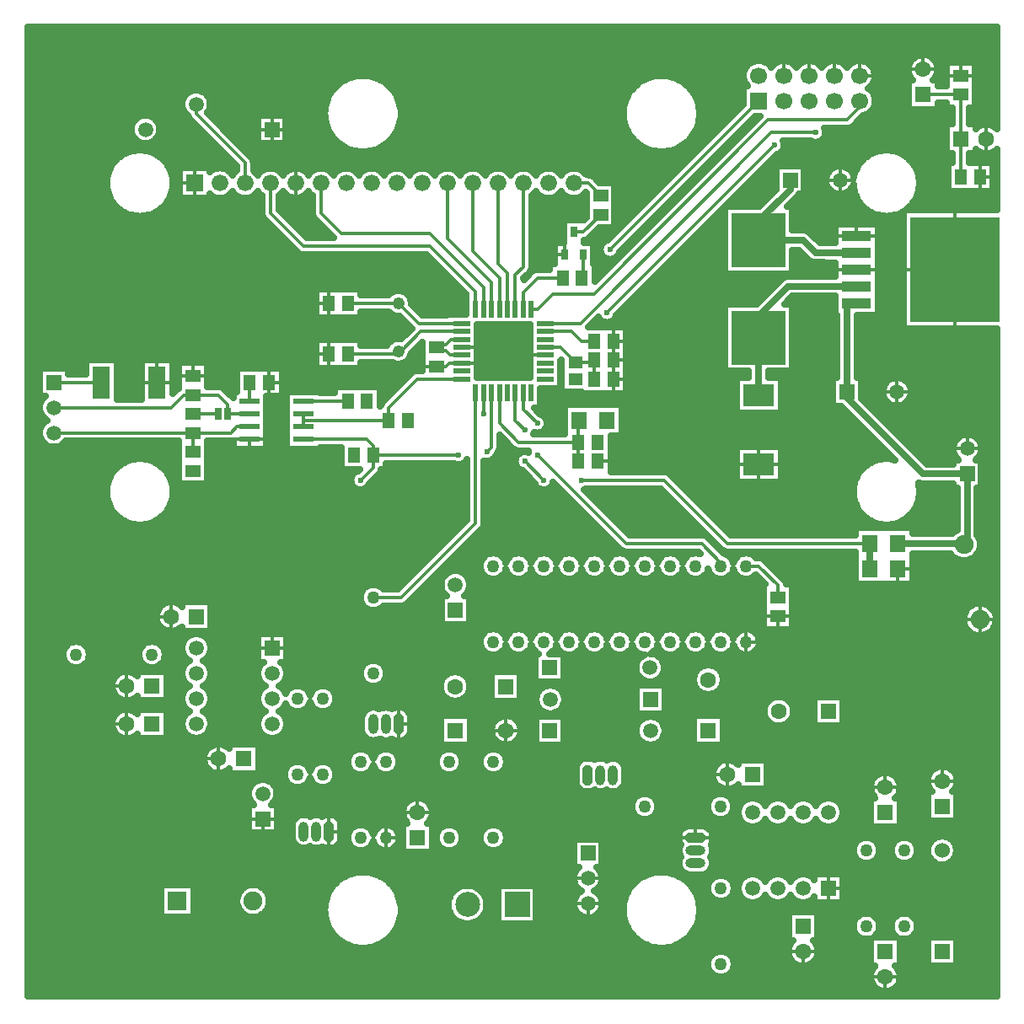
<source format=gbl>
G04 DipTrace 3.0.0.2*
G04 BottomCopper.gbl*
%MOIN*%
G04 #@! TF.FileFunction,Copper,L2,Bot*
G04 #@! TF.Part,Single*
%AMOUTLINE0*
4,1,8,
-0.019685,0.029528,
-0.009843,0.03937,
0.009843,0.03937,
0.019685,0.029528,
0.019685,-0.029528,
0.009843,-0.03937,
-0.009843,-0.03937,
-0.019685,-0.029528,
-0.019685,0.029528,
0*%
%AMOUTLINE3*
4,1,8,
0.029528,0.019685,
0.03937,0.009843,
0.03937,-0.009843,
0.029528,-0.019685,
-0.029528,-0.019685,
-0.03937,-0.009843,
-0.03937,0.009843,
-0.029528,0.019685,
0.029528,0.019685,
0*%
%AMOUTLINE6*
4,1,8,
0.019685,-0.029528,
0.009843,-0.03937,
-0.009843,-0.03937,
-0.019685,-0.029528,
-0.019685,0.029528,
-0.009843,0.03937,
0.009843,0.03937,
0.019685,0.029528,
0.019685,-0.029528,
0*%
G04 #@! TA.AperFunction,CopperBalancing*
%ADD13C,0.025*%
G04 #@! TA.AperFunction,Conductor*
%ADD14C,0.01252*%
G04 #@! TA.AperFunction,CopperBalancing*
%ADD15C,0.012992*%
G04 #@! TA.AperFunction,ComponentPad*
%ADD16R,0.062992X0.062992*%
%ADD17C,0.062992*%
%ADD18R,0.059055X0.051181*%
%ADD19R,0.051181X0.059055*%
G04 #@! TA.AperFunction,ComponentPad*
%ADD20R,0.059055X0.059055*%
%ADD21C,0.059055*%
%ADD23R,0.124016X0.086614*%
%ADD24R,0.062992X0.070866*%
G04 #@! TA.AperFunction,ComponentPad*
%ADD25R,0.066929X0.066929*%
%ADD26C,0.066*%
%ADD27R,0.098425X0.098425*%
%ADD28C,0.098425*%
%ADD29R,0.025X0.05*%
G04 #@! TA.AperFunction,ComponentPad*
%ADD30C,0.066929*%
%ADD31R,0.06X0.06*%
%ADD32C,0.06*%
%ADD33C,0.062992*%
%ADD34R,0.212598X0.212598*%
%ADD35R,0.057087X0.047244*%
G04 #@! TA.AperFunction,ComponentPad*
%ADD36R,0.074803X0.074803*%
%ADD37C,0.074803*%
%ADD38O,0.03937X0.07874*%
%ADD39O,0.07874X0.03937*%
%ADD41R,0.025591X0.041339*%
G04 #@! TA.AperFunction,ComponentPad*
%ADD42C,0.05*%
%ADD43C,0.05*%
%ADD44R,0.070866X0.125984*%
%ADD46R,0.11811X0.03937*%
%ADD47R,0.354331X0.417323*%
%ADD48R,0.07874X0.023622*%
%ADD50R,0.066929X0.019685*%
%ADD51R,0.019685X0.066929*%
G04 #@! TA.AperFunction,ComponentPad*
%ADD52C,0.048*%
G04 #@! TA.AperFunction,ViaPad*
%ADD53C,0.023622*%
G04 #@! TA.AperFunction,ComponentPad*
%ADD131OUTLINE0*%
%ADD134OUTLINE3*%
%ADD137OUTLINE6*%
%FSLAX26Y26*%
G04*
G70*
G90*
G75*
G01*
G04 Bottom*
%LPD*%
X3687205Y2837205D2*
D13*
Y3187205D1*
X3724705D1*
X4162205Y2512205D2*
X3987205D1*
X3687205Y2812205D1*
Y2837205D1*
X4162205Y2512205D2*
Y2245472D1*
X4149213Y2232480D1*
X3887205Y2237205D2*
X4144488D1*
X4149213Y2232480D1*
X2492913Y3076181D2*
D14*
X2598228D1*
X2637205Y3037205D1*
X2687205D1*
X2162205Y2981693D2*
X2117717D1*
X2099705Y2999705D1*
X2074705D1*
X2062205Y3012205D1*
X2162205Y3044685D2*
X2119685D1*
X2099705Y3024705D1*
X2074705D1*
X2062205Y3012205D1*
X3462205Y3674705D2*
D13*
Y3637205D1*
X3337205Y3512205D1*
Y3437205D1*
X3512205D1*
X3562205Y3387205D1*
X3723917D1*
X3724705Y3387992D1*
X3987205Y4012205D2*
D14*
X4137205D1*
Y3837205D1*
Y3687205D1*
X2687205Y3037205D2*
D3*
X2062205Y3012205D2*
D3*
X1324705Y2874705D2*
Y2799803D1*
X1324606Y2799705D1*
X1537205Y2749705D2*
Y2729436D1*
Y2699705D1*
X1874705Y2724705D2*
X1541936D1*
X1537205Y2729436D1*
X1874705Y2724705D2*
Y2774705D1*
X1987205Y2887205D1*
X2162205D1*
X3288130Y2148125D2*
X3338130D1*
X3413130Y2073125D1*
Y2023125D1*
X2406299Y2832087D2*
Y2768110D1*
X2462205Y2712205D1*
Y2587205D2*
X2812205Y2237205D1*
X3112205D1*
X3188130Y2161280D1*
Y2148125D1*
X3776969Y2137205D2*
D13*
Y2237205D1*
X2374803Y2832087D2*
D14*
Y2724606D1*
X2412205Y2687205D1*
Y2562205D2*
X2487205Y2487205D1*
X2637205D2*
X2962205D1*
X3212205Y2237205D1*
X3776969D1*
X2106188Y3662205D2*
Y3443222D1*
X2280315Y3269094D1*
Y3162795D1*
X2206188Y3662205D2*
Y3393222D1*
X2311811Y3287598D1*
Y3162795D1*
X2306188Y3662205D2*
Y3343222D1*
X2343307Y3306102D1*
Y3162795D1*
X2406188Y3662205D2*
Y3331188D1*
X2374803Y3299803D1*
Y3162795D1*
X1606188Y3662205D2*
Y3543222D1*
X1687205Y3462205D1*
X2037205D1*
X2248819Y3250591D1*
Y3162795D1*
X2762008Y3037205D2*
Y2962402D1*
X2762205Y2962205D1*
Y2887402D1*
X2762008Y2887205D1*
X2162205Y3013189D2*
X2211220D1*
X2224705Y2999705D1*
Y2962205D1*
X2212205Y2949705D1*
X2162697D1*
X2162205Y2950197D1*
X2112697D1*
X2099705Y2937205D1*
X2062402D1*
X2062205Y2937402D1*
X2570079Y3379331D2*
D3*
X1813130Y2023125D2*
X1923125D1*
X2217323Y2317323D1*
Y2832087D1*
X3337205Y2824705D2*
D13*
Y3051378D1*
X3724705Y3254134D2*
X3454134D1*
X3337205Y3137205D1*
Y3051378D1*
X1199714Y2749705D2*
D14*
X1099902D1*
X1099705Y2749508D1*
X1712205Y2987205D2*
X1902205D1*
X1912205Y2997205D1*
X1922205D1*
X2001181Y3076181D1*
X2162205D1*
X549705Y2874705D2*
X737205D1*
X1712205Y3187205D2*
X1912205D1*
X1991732Y3107677D1*
X2162205D1*
X2492913Y3013189D2*
X2553150D1*
X2612205Y2954134D1*
X2679331D1*
X2687402Y2962205D1*
X2687205Y2887205D2*
Y2962008D1*
X2687402Y2962205D1*
X1306188Y3662205D2*
Y3743222D1*
X1112205Y3937205D1*
Y3974705D1*
X2606188Y3662205D2*
X2662008D1*
X2712205Y3612008D1*
X2607480Y3469882D2*
X2644882D1*
X2712205Y3537205D1*
X2644882Y3379331D2*
Y3295079D1*
X2637008Y3287205D1*
X2437795Y3162795D2*
X2462795D1*
X2524705Y3224705D1*
X2687205D1*
X3374705Y3912205D1*
X3687205D1*
X3737205Y3962205D1*
Y3987205D1*
X2406299Y3162795D2*
Y3231299D1*
X2462205Y3287205D1*
X2562205D1*
X3337205Y3987205D2*
X2749705Y3399705D1*
X2562205Y3287205D2*
D3*
X1406188Y3662205D2*
Y3543222D1*
X1537205Y3412205D1*
X2037205D1*
X2217323Y3232087D1*
Y3162795D1*
X1099705Y2599705D2*
Y2674705D1*
X549705D2*
X1099705D1*
X1324606Y2699705D2*
X1274705D1*
X1249705Y2674705D1*
X1099705D1*
X1324606Y2749705D2*
X1237205D1*
X1099705Y2824902D2*
X1199508D1*
X1237205Y2787205D1*
Y2749705D1*
X549705Y2774705D2*
X1012205D1*
X1062402Y2824902D1*
X1099705D1*
X2624705Y2562205D2*
Y2637205D1*
Y2722441D1*
X2626969Y2724705D1*
X2311811Y2832087D2*
Y2712598D1*
X2387205Y2637205D1*
X2624705D1*
Y2737205D2*
X2626969D1*
Y2724705D1*
X3399705Y3812205D2*
X2737205Y3149705D1*
X2624705Y2724705D2*
X2626969D1*
X1537205Y2799705D2*
X1699705D1*
X1712205D1*
X2280315Y2832087D2*
Y2617815D1*
X2262205Y2599705D1*
X1712205Y2799705D2*
D3*
X2492913Y3107677D2*
X2632677D1*
X3387205Y3862205D1*
X3562205D1*
X1537205Y2649705D2*
X1787205D1*
X1812205Y2624705D1*
Y2587205D1*
X2248819Y2832087D2*
Y2750591D1*
X2249705Y2749705D1*
X2149705Y2587205D2*
X1812205D1*
Y2537205D1*
X1762205Y2487205D1*
D53*
X2462205Y2712205D3*
Y2587205D3*
X2412205Y2687205D3*
Y2562205D3*
X2487205Y2487205D3*
X2637205D3*
X2570079Y3379331D3*
X2749705Y3399705D3*
X2562205Y3287205D3*
X3399705Y3812205D3*
X2737205Y3149705D3*
X2624705Y2724705D3*
X2262205Y2599705D3*
X1712205Y2799705D3*
X3562205Y3862205D3*
X2249705Y2749705D3*
X2149705Y2587205D3*
X1762205Y2487205D3*
X2712205Y3449705D3*
X1324705Y2874705D3*
X2687205Y3037205D3*
X2062205Y3012205D3*
X2737205Y2724705D3*
X2612205Y2887205D3*
X1099705Y2524705D3*
X1787205Y2799705D3*
X1737205Y2587205D3*
X1949705Y2724705D3*
X2699705Y2637205D3*
X448096Y4253970D2*
D13*
X4276348D1*
X448096Y4229101D2*
X4276348D1*
X448096Y4204232D2*
X4276348D1*
X448096Y4179364D2*
X4276348D1*
X448096Y4154495D2*
X3945049D1*
X4029394D2*
X4276348D1*
X448096Y4129626D2*
X3292314D1*
X3782080D2*
X3929374D1*
X4045020D2*
X4078692D1*
X4195702D2*
X4276348D1*
X448096Y4104757D2*
X3277373D1*
X3797021D2*
X3927177D1*
X4047217D2*
X4078692D1*
X4195702D2*
X4276348D1*
X448096Y4079888D2*
X1722100D1*
X1821192D2*
X2903202D1*
X3002294D2*
X3275176D1*
X3799218D2*
X3936552D1*
X4037841D2*
X4078692D1*
X4195702D2*
X4276348D1*
X448096Y4055020D2*
X1675860D1*
X1867432D2*
X2856962D1*
X3048534D2*
X3284112D1*
X3790282D2*
X3926738D1*
X4047705D2*
X4078692D1*
X4195702D2*
X4276348D1*
X448096Y4030151D2*
X1101689D1*
X1122719D2*
X1651054D1*
X1892285D2*
X2832157D1*
X3073388D2*
X3274736D1*
X3781542D2*
X3926738D1*
X4195702D2*
X4276348D1*
X448096Y4005282D2*
X1062773D1*
X1161621D2*
X1635136D1*
X1908202D2*
X2816240D1*
X3089306D2*
X3274736D1*
X3796874D2*
X3926738D1*
X4195702D2*
X4276348D1*
X448096Y3980413D2*
X1053984D1*
X1170409D2*
X1625126D1*
X1918164D2*
X2806230D1*
X3099268D2*
X3274736D1*
X3799268D2*
X3926738D1*
X4195702D2*
X4276348D1*
X448096Y3955545D2*
X1057060D1*
X1167333D2*
X1619853D1*
X1923437D2*
X2800957D1*
X3104541D2*
X3256718D1*
X3790625D2*
X3926738D1*
X4047705D2*
X4101933D1*
X4172461D2*
X4276348D1*
X448096Y3930676D2*
X1075077D1*
X1167529D2*
X1353692D1*
X1470702D2*
X1618877D1*
X1924462D2*
X2799980D1*
X3105566D2*
X3231865D1*
X3759668D2*
X4101933D1*
X4172461D2*
X4276348D1*
X448096Y3905807D2*
X863114D1*
X961280D2*
X1094804D1*
X1192432D2*
X1353692D1*
X1470702D2*
X1622001D1*
X1921289D2*
X2803105D1*
X3102392D2*
X3207012D1*
X3304638D2*
X3319512D1*
X3729638D2*
X4101933D1*
X4172461D2*
X4276348D1*
X448096Y3880938D2*
X854033D1*
X970361D2*
X1119657D1*
X1217285D2*
X1353692D1*
X1470702D2*
X1629570D1*
X1913720D2*
X2810673D1*
X3094824D2*
X3182109D1*
X3279736D2*
X3294609D1*
X3699462D2*
X4076738D1*
X448096Y3856070D2*
X856865D1*
X967529D2*
X1144512D1*
X1242138D2*
X1353692D1*
X1470702D2*
X1642362D1*
X1900928D2*
X2823466D1*
X3082030D2*
X3157256D1*
X3254882D2*
X3269756D1*
X3602490D2*
X4076738D1*
X448096Y3831201D2*
X874394D1*
X950000D2*
X1169413D1*
X1267041D2*
X1353692D1*
X1470702D2*
X1662236D1*
X1881104D2*
X2843340D1*
X3062157D2*
X3132402D1*
X3230029D2*
X3244902D1*
X3587206D2*
X4076738D1*
X448096Y3806332D2*
X1194268D1*
X1291894D2*
X1694657D1*
X1848681D2*
X2875761D1*
X3029785D2*
X3107500D1*
X3205126D2*
X3220000D1*
X3440038D2*
X4076738D1*
X448096Y3781463D2*
X833525D1*
X945752D2*
X1219121D1*
X1316748D2*
X3082646D1*
X3180273D2*
X3195146D1*
X3425049D2*
X3786308D1*
X3898486D2*
X4076738D1*
X4197705D2*
X4218730D1*
X4255713D2*
X4276348D1*
X448096Y3756594D2*
X796660D1*
X982617D2*
X1243974D1*
X1338573D2*
X3057793D1*
X3155420D2*
X3170293D1*
X3392920D2*
X3749444D1*
X3935400D2*
X4101933D1*
X4172461D2*
X4276348D1*
X448096Y3731726D2*
X776396D1*
X1002881D2*
X1268877D1*
X1341454D2*
X3032890D1*
X3130566D2*
X3145390D1*
X3368066D2*
X3729180D1*
X3955614D2*
X4082646D1*
X448096Y3706857D2*
X764286D1*
X1015038D2*
X1043730D1*
X1247997D2*
X1264385D1*
X1347997D2*
X1364385D1*
X1447997D2*
X1464385D1*
X1547997D2*
X1564385D1*
X1647997D2*
X1664385D1*
X1747997D2*
X1764385D1*
X1847997D2*
X1864385D1*
X1947997D2*
X1964385D1*
X2047997D2*
X2064385D1*
X2147997D2*
X2164385D1*
X2247997D2*
X2264385D1*
X2347997D2*
X2364385D1*
X2447997D2*
X2464385D1*
X2547997D2*
X2564385D1*
X2647997D2*
X3008037D1*
X3105664D2*
X3120537D1*
X3343164D2*
X3403692D1*
X3520702D2*
X3610673D1*
X3967773D2*
X4082646D1*
X448096Y3681988D2*
X757890D1*
X1021386D2*
X1043730D1*
X2691064D2*
X2983184D1*
X3080810D2*
X3095684D1*
X3318310D2*
X3403692D1*
X3520702D2*
X3601005D1*
X3974121D2*
X4082646D1*
X448096Y3657119D2*
X756524D1*
X1022802D2*
X1043730D1*
X2770702D2*
X2958281D1*
X3055957D2*
X3070781D1*
X3293457D2*
X3403692D1*
X3520702D2*
X3603349D1*
X3975537D2*
X4082646D1*
X448096Y3632251D2*
X759892D1*
X1019385D2*
X1043730D1*
X2770702D2*
X2933428D1*
X3031054D2*
X3045928D1*
X3268554D2*
X3399589D1*
X3520702D2*
X3620000D1*
X3698096D2*
X3712656D1*
X3972168D2*
X4082646D1*
X448096Y3607382D2*
X768437D1*
X1010840D2*
X1043730D1*
X1231786D2*
X1280596D1*
X1331786D2*
X1370928D1*
X1441454D2*
X1480596D1*
X1531786D2*
X1570928D1*
X2441454D2*
X2480596D1*
X2531786D2*
X2580596D1*
X2631786D2*
X2653692D1*
X2770702D2*
X2908573D1*
X3006201D2*
X3021073D1*
X3243701D2*
X3374736D1*
X3490038D2*
X3721220D1*
X3963573D2*
X4276348D1*
X448096Y3582513D2*
X783525D1*
X995801D2*
X1370928D1*
X1441454D2*
X1570928D1*
X2441454D2*
X2653692D1*
X2770702D2*
X2883672D1*
X2981348D2*
X2996172D1*
X3218848D2*
X3349882D1*
X3465136D2*
X3736260D1*
X3948534D2*
X4276348D1*
X448096Y3557644D2*
X808672D1*
X970605D2*
X1370928D1*
X1441454D2*
X1570928D1*
X2441454D2*
X2653692D1*
X2770702D2*
X2858818D1*
X2956445D2*
X2971318D1*
X3472509D2*
X3761406D1*
X3923388D2*
X4276348D1*
X448096Y3532776D2*
X868730D1*
X910546D2*
X1372636D1*
X1465429D2*
X1572636D1*
X2441454D2*
X2653692D1*
X2770702D2*
X2833965D1*
X2931592D2*
X2946465D1*
X3169092D2*
X3201933D1*
X3472509D2*
X3821465D1*
X3863329D2*
X3908329D1*
X448096Y3507907D2*
X1392705D1*
X1490332D2*
X1592705D1*
X2441454D2*
X2565702D1*
X2770702D2*
X2809112D1*
X2906738D2*
X2921612D1*
X3144238D2*
X3201933D1*
X3472509D2*
X3908329D1*
X448096Y3483038D2*
X1417558D1*
X1515185D2*
X1617558D1*
X2441454D2*
X2565702D1*
X2706836D2*
X2784209D1*
X2881836D2*
X2896709D1*
X3119336D2*
X3201933D1*
X3472509D2*
X3636650D1*
X3812744D2*
X3908329D1*
X448096Y3458169D2*
X1442412D1*
X1540038D2*
X1642412D1*
X2441454D2*
X2565702D1*
X2681982D2*
X2759356D1*
X2856982D2*
X2871856D1*
X3094482D2*
X3201933D1*
X3548877D2*
X3636650D1*
X3812744D2*
X3908329D1*
X448096Y3433301D2*
X1467314D1*
X2441454D2*
X2565702D1*
X2649268D2*
X2728789D1*
X2832129D2*
X2847001D1*
X3069629D2*
X3201933D1*
X3573730D2*
X3636650D1*
X3812744D2*
X3908329D1*
X448096Y3408432D2*
X1492168D1*
X2441454D2*
X2528301D1*
X2686669D2*
X2709892D1*
X2807226D2*
X2822100D1*
X3044726D2*
X3201933D1*
X3812744D2*
X3908329D1*
X448096Y3383563D2*
X1518828D1*
X2441454D2*
X2528301D1*
X2686669D2*
X2712480D1*
X3019873D2*
X3201933D1*
X3472509D2*
X3508184D1*
X3812744D2*
X3908329D1*
X448096Y3358694D2*
X2041874D1*
X2441454D2*
X2528301D1*
X2686669D2*
X2772392D1*
X2995020D2*
X3201933D1*
X3472509D2*
X3533085D1*
X3812744D2*
X3908329D1*
X448096Y3333825D2*
X2066777D1*
X2441454D2*
X2507646D1*
X2691601D2*
X2747490D1*
X2970165D2*
X3201933D1*
X3472509D2*
X3636650D1*
X3812744D2*
X3908329D1*
X448096Y3308957D2*
X2091630D1*
X2691601D2*
X2722636D1*
X2945264D2*
X3201933D1*
X3472509D2*
X3636650D1*
X3812744D2*
X3908329D1*
X448096Y3284088D2*
X2116484D1*
X2920409D2*
X3426689D1*
X3812744D2*
X3908329D1*
X448096Y3259219D2*
X2141386D1*
X2895556D2*
X3401592D1*
X3812744D2*
X3908329D1*
X448096Y3234350D2*
X1582841D1*
X1766797D2*
X1891630D1*
X1932764D2*
X2166240D1*
X2870654D2*
X3376689D1*
X3812744D2*
X3908329D1*
X448096Y3209482D2*
X1582841D1*
X1960009D2*
X2178496D1*
X2845801D2*
X3351836D1*
X3467138D2*
X3636650D1*
X3812744D2*
X3908329D1*
X448096Y3184613D2*
X1582841D1*
X1965136D2*
X2178496D1*
X2820946D2*
X3326982D1*
X3442236D2*
X3636650D1*
X3812744D2*
X3908329D1*
X448096Y3159744D2*
X1582841D1*
X1988476D2*
X2178496D1*
X2796045D2*
X3201933D1*
X3472509D2*
X3636650D1*
X3812744D2*
X3908329D1*
X448096Y3134875D2*
X1582841D1*
X1766797D2*
X1915702D1*
X2775000D2*
X3201933D1*
X3472509D2*
X3645732D1*
X3728710D2*
X3908329D1*
X448096Y3110007D2*
X1940605D1*
X2683837D2*
X3201933D1*
X3472509D2*
X3645732D1*
X3728710D2*
X3908329D1*
X448096Y3085138D2*
X1961308D1*
X2224657D2*
X2430449D1*
X2816601D2*
X3201933D1*
X3472509D2*
X3645732D1*
X3728710D2*
X4276348D1*
X448096Y3060269D2*
X1936454D1*
X2224657D2*
X2430449D1*
X2816601D2*
X3201933D1*
X3472509D2*
X3645732D1*
X3728710D2*
X4276348D1*
X448096Y3035400D2*
X1582841D1*
X1766797D2*
X1876689D1*
X2224657D2*
X2430449D1*
X2816601D2*
X3201933D1*
X3472509D2*
X3645732D1*
X3728710D2*
X4276348D1*
X448096Y3010531D2*
X1582841D1*
X1984325D2*
X2003692D1*
X2224657D2*
X2430449D1*
X2816797D2*
X3201933D1*
X3472509D2*
X3645732D1*
X3728710D2*
X4276348D1*
X448096Y2985663D2*
X1582841D1*
X1963866D2*
X2003692D1*
X2224657D2*
X2430449D1*
X2816797D2*
X3201933D1*
X3472509D2*
X3645732D1*
X3728710D2*
X4276348D1*
X448096Y2960794D2*
X672782D1*
X801612D2*
X893241D1*
X1022118D2*
X1582841D1*
X1949706D2*
X2003692D1*
X2224657D2*
X2430449D1*
X2816797D2*
X3201933D1*
X3472509D2*
X3645732D1*
X3728710D2*
X4276348D1*
X448096Y2935925D2*
X672782D1*
X801612D2*
X893241D1*
X1022118D2*
X1041192D1*
X1158202D2*
X1582841D1*
X1766797D2*
X2003692D1*
X2224657D2*
X2430449D1*
X2816797D2*
X3201933D1*
X3472509D2*
X3645732D1*
X3728710D2*
X4276348D1*
X448096Y2911056D2*
X491192D1*
X608202D2*
X672782D1*
X801612D2*
X893241D1*
X1022118D2*
X1041192D1*
X1158202D2*
X1270146D1*
X1454101D2*
X1962236D1*
X2224657D2*
X2430449D1*
X2816797D2*
X3295732D1*
X3378710D2*
X3645732D1*
X3728710D2*
X4276348D1*
X448096Y2886188D2*
X491192D1*
X801612D2*
X893241D1*
X1022118D2*
X1041192D1*
X1158202D2*
X1270146D1*
X1454101D2*
X1937382D1*
X2816601D2*
X3246220D1*
X3428222D2*
X3628692D1*
X3745702D2*
X3854374D1*
X3913720D2*
X4276348D1*
X448096Y2861319D2*
X491192D1*
X801612D2*
X893241D1*
X1022118D2*
X1041192D1*
X1158202D2*
X1270146D1*
X1454101D2*
X1912480D1*
X2816601D2*
X3246220D1*
X3428222D2*
X3628692D1*
X3745702D2*
X3830986D1*
X3937109D2*
X4276348D1*
X448096Y2836450D2*
X491192D1*
X801612D2*
X893241D1*
X1236768D2*
X1256230D1*
X1454101D2*
X1468828D1*
X1605566D2*
X1657646D1*
X1841601D2*
X1887626D1*
X2476612D2*
X2632646D1*
X2816601D2*
X3246220D1*
X3428222D2*
X3628692D1*
X3745702D2*
X3825517D1*
X3942577D2*
X4276348D1*
X448096Y2811581D2*
X505058D1*
X801612D2*
X893241D1*
X1392969D2*
X1468828D1*
X1841601D2*
X1862773D1*
X2476612D2*
X3246220D1*
X3428222D2*
X3628692D1*
X3745702D2*
X3831718D1*
X3936377D2*
X4276348D1*
X448096Y2786713D2*
X492509D1*
X1392969D2*
X1468828D1*
X2476612D2*
X3246220D1*
X3428222D2*
X3628692D1*
X3770361D2*
X3857304D1*
X3910840D2*
X4276348D1*
X448096Y2761844D2*
X492705D1*
X1392969D2*
X1468828D1*
X2461377D2*
X2566484D1*
X2797705D2*
X3246220D1*
X3428222D2*
X3679912D1*
X3795214D2*
X4276348D1*
X448096Y2736975D2*
X505790D1*
X1392969D2*
X1468828D1*
X2493945D2*
X2566484D1*
X2797705D2*
X3704814D1*
X3820068D2*
X4276348D1*
X448096Y2712106D2*
X505497D1*
X1392969D2*
X1468828D1*
X2503028D2*
X2566484D1*
X2797705D2*
X3729668D1*
X3844970D2*
X4276348D1*
X448096Y2687238D2*
X492608D1*
X1392969D2*
X1468828D1*
X2493749D2*
X2566484D1*
X2797705D2*
X3754521D1*
X3869824D2*
X4276348D1*
X448096Y2662369D2*
X492558D1*
X1392969D2*
X1468828D1*
X2754101D2*
X3779374D1*
X3894677D2*
X4134745D1*
X4189648D2*
X4276348D1*
X448096Y2637500D2*
X505302D1*
X594092D2*
X1041192D1*
X1158202D2*
X1256230D1*
X1392969D2*
X1468828D1*
X2315576D2*
X2338114D1*
X2754101D2*
X3804277D1*
X3919530D2*
X4109697D1*
X4214697D2*
X4276348D1*
X448096Y2612631D2*
X1041192D1*
X1158202D2*
X1256230D1*
X1392969D2*
X1468828D1*
X1605566D2*
X1682841D1*
X2315136D2*
X2363066D1*
X2754101D2*
X3246220D1*
X3428222D2*
X3829130D1*
X3944433D2*
X4103692D1*
X4220702D2*
X4276348D1*
X448096Y2587762D2*
X1041192D1*
X1158202D2*
X1682841D1*
X2301122D2*
X2381181D1*
X2754101D2*
X3246220D1*
X3428222D2*
X3853984D1*
X3969286D2*
X4109306D1*
X4215088D2*
X4276348D1*
X448096Y2562894D2*
X838017D1*
X941308D2*
X1041192D1*
X1158202D2*
X1682841D1*
X2275293D2*
X2371416D1*
X2754101D2*
X3246220D1*
X3428222D2*
X3790752D1*
X3994140D2*
X4103692D1*
X4220702D2*
X4276348D1*
X448096Y2538025D2*
X798710D1*
X980614D2*
X1041192D1*
X1158202D2*
X1682841D1*
X1866797D2*
X2182060D1*
X2252588D2*
X2380009D1*
X2754101D2*
X3246220D1*
X3428222D2*
X3751445D1*
X4220702D2*
X4276348D1*
X448096Y2513156D2*
X777617D1*
X1001660D2*
X1041192D1*
X1158202D2*
X1731524D1*
X1836962D2*
X2182060D1*
X2252588D2*
X2412432D1*
X2984668D2*
X3246220D1*
X3428222D2*
X3730400D1*
X4220702D2*
X4276348D1*
X448096Y2488287D2*
X764970D1*
X1014306D2*
X1041192D1*
X1158202D2*
X1721416D1*
X1812109D2*
X2182060D1*
X2252588D2*
X2437285D1*
X3009961D2*
X3246220D1*
X3428222D2*
X3717705D1*
X4220702D2*
X4276348D1*
X448096Y2463419D2*
X758232D1*
X1021093D2*
X1729668D1*
X1794726D2*
X2182060D1*
X2252588D2*
X2454668D1*
X2519726D2*
X2537188D1*
X3034814D2*
X3710966D1*
X3973828D2*
X4103692D1*
X4220702D2*
X4276348D1*
X448096Y2438550D2*
X756425D1*
X1022852D2*
X2182060D1*
X2252588D2*
X2562041D1*
X2659668D2*
X2962041D1*
X3059668D2*
X3709209D1*
X3975585D2*
X4120732D1*
X4203710D2*
X4276348D1*
X448096Y2413681D2*
X759453D1*
X1019824D2*
X2182060D1*
X2252588D2*
X2586894D1*
X2684570D2*
X2986894D1*
X3084570D2*
X3712188D1*
X3972608D2*
X4120732D1*
X4203710D2*
X4276348D1*
X448096Y2388812D2*
X767608D1*
X1011718D2*
X2182060D1*
X2252588D2*
X2611797D1*
X2709424D2*
X3011797D1*
X3109424D2*
X3720341D1*
X3964453D2*
X4120732D1*
X4203710D2*
X4276348D1*
X448096Y2363944D2*
X782060D1*
X997217D2*
X2182060D1*
X2252588D2*
X2636650D1*
X2734277D2*
X3036650D1*
X3134277D2*
X3734844D1*
X3950000D2*
X4120732D1*
X4203710D2*
X4276348D1*
X448096Y2339075D2*
X806181D1*
X973096D2*
X2182060D1*
X2252588D2*
X2661504D1*
X2759130D2*
X3061504D1*
X3159130D2*
X3758965D1*
X3925829D2*
X4120732D1*
X4203710D2*
X4276348D1*
X448096Y2314206D2*
X858378D1*
X920898D2*
X2165409D1*
X2252441D2*
X2686406D1*
X2784033D2*
X3086406D1*
X3184033D2*
X3811113D1*
X3873681D2*
X4120732D1*
X4203710D2*
X4276348D1*
X448096Y2289337D2*
X2140508D1*
X2238134D2*
X2711260D1*
X2808886D2*
X3111260D1*
X3208886D2*
X3716484D1*
X3947705D2*
X4117558D1*
X4203710D2*
X4276348D1*
X448096Y2264469D2*
X2115654D1*
X2213281D2*
X2736113D1*
X4207030D2*
X4276348D1*
X448096Y2239600D2*
X2090801D1*
X2188428D2*
X2761016D1*
X4215185D2*
X4276348D1*
X448096Y2214731D2*
X2065898D1*
X2163525D2*
X2785869D1*
X4213085D2*
X4276348D1*
X448096Y2189862D2*
X2041045D1*
X2138672D2*
X2255497D1*
X2320801D2*
X2355497D1*
X2420801D2*
X2455497D1*
X2520801D2*
X2555497D1*
X2620801D2*
X2655497D1*
X2720801D2*
X2755497D1*
X2820801D2*
X2855497D1*
X2920801D2*
X2955497D1*
X3020801D2*
X3055497D1*
X3220801D2*
X3255497D1*
X3320801D2*
X3716484D1*
X3947705D2*
X4099101D1*
X4199316D2*
X4276348D1*
X448096Y2164993D2*
X2016192D1*
X2113818D2*
X2236992D1*
X3370068D2*
X3716484D1*
X3947705D2*
X4276348D1*
X448096Y2140125D2*
X1991289D1*
X2088965D2*
X2234745D1*
X3394970D2*
X3716484D1*
X3947705D2*
X4276348D1*
X448096Y2115256D2*
X1966436D1*
X2064062D2*
X2098710D1*
X2177538D2*
X2245976D1*
X2330273D2*
X2345976D1*
X2430273D2*
X2445976D1*
X2530273D2*
X2545976D1*
X2630273D2*
X2645976D1*
X2730273D2*
X2745976D1*
X2830273D2*
X2845976D1*
X2930273D2*
X2945976D1*
X3030273D2*
X3045976D1*
X3130273D2*
X3145976D1*
X3230273D2*
X3245976D1*
X3419824D2*
X3716484D1*
X3947705D2*
X4276348D1*
X448096Y2090387D2*
X1941581D1*
X2039209D2*
X2082353D1*
X2193945D2*
X3347050D1*
X3443457D2*
X3716484D1*
X3947705D2*
X4276348D1*
X448096Y2065518D2*
X1781425D1*
X1844873D2*
X1916680D1*
X2014356D2*
X2080108D1*
X2196142D2*
X3354618D1*
X3471630D2*
X4276348D1*
X448096Y2040650D2*
X1762236D1*
X1989453D2*
X2089970D1*
X2186280D2*
X3354618D1*
X3471630D2*
X4276348D1*
X448096Y2015781D2*
X1759648D1*
X1964600D2*
X2079618D1*
X2196630D2*
X3354618D1*
X3471630D2*
X4276348D1*
X448096Y1990912D2*
X971513D1*
X1173633D2*
X1770440D1*
X1931542D2*
X2079618D1*
X2196630D2*
X3354618D1*
X3471630D2*
X4175077D1*
X4249316D2*
X4276348D1*
X448096Y1966043D2*
X955497D1*
X1173633D2*
X2079618D1*
X2196630D2*
X3354618D1*
X3471630D2*
X4152665D1*
X448096Y1941175D2*
X953056D1*
X1173633D2*
X2079618D1*
X2196630D2*
X3354618D1*
X3471630D2*
X4145928D1*
X448096Y1916306D2*
X962138D1*
X1173633D2*
X3354618D1*
X3471630D2*
X4149345D1*
X448096Y1891437D2*
X998417D1*
X1027832D2*
X1052665D1*
X1173633D2*
X2257793D1*
X2318457D2*
X2357793D1*
X2418457D2*
X2457793D1*
X2518457D2*
X2557793D1*
X2618457D2*
X2657793D1*
X2718457D2*
X2757793D1*
X2818457D2*
X2857793D1*
X2918457D2*
X2957793D1*
X3018457D2*
X3057793D1*
X3118457D2*
X3157793D1*
X3218457D2*
X3257793D1*
X3318457D2*
X4165117D1*
X4259277D2*
X4276348D1*
X448096Y1866568D2*
X1075273D1*
X1150976D2*
X1354618D1*
X1471630D2*
X2237577D1*
X3338720D2*
X4276348D1*
X448096Y1841699D2*
X608184D1*
X668066D2*
X908184D1*
X968066D2*
X1057793D1*
X1168457D2*
X1354618D1*
X1471630D2*
X2234550D1*
X3341698D2*
X4276348D1*
X448096Y1816831D2*
X587676D1*
X688622D2*
X887676D1*
X988622D2*
X1054961D1*
X1171289D2*
X1354618D1*
X1471630D2*
X2244756D1*
X2331542D2*
X2344756D1*
X2431542D2*
X2444756D1*
X2531542D2*
X2544756D1*
X2631542D2*
X2644756D1*
X2731542D2*
X2744756D1*
X2831542D2*
X2844756D1*
X2931542D2*
X2944756D1*
X3031542D2*
X3044756D1*
X3131542D2*
X3144756D1*
X3231542D2*
X3244756D1*
X3331542D2*
X4276348D1*
X448096Y1791962D2*
X584501D1*
X691748D2*
X884501D1*
X991748D2*
X1064092D1*
X1162157D2*
X1354618D1*
X1471630D2*
X2451836D1*
X2568896D2*
X2874394D1*
X2941601D2*
X4276348D1*
X448096Y1767093D2*
X594560D1*
X681738D2*
X894560D1*
X981738D2*
X1075908D1*
X1150341D2*
X1375908D1*
X1450341D2*
X1783818D1*
X1842432D2*
X2451836D1*
X2568896D2*
X2853886D1*
X2962157D2*
X4276348D1*
X448096Y1742224D2*
X1057988D1*
X1168310D2*
X1357988D1*
X1468310D2*
X1762822D1*
X1863428D2*
X2451836D1*
X2568896D2*
X2849589D1*
X2966454D2*
X3097978D1*
X3178272D2*
X4276348D1*
X448096Y1717356D2*
X798125D1*
X998633D2*
X1054912D1*
X1171337D2*
X1354912D1*
X1471337D2*
X1759453D1*
X1866797D2*
X2098516D1*
X2174609D2*
X2276054D1*
X2397021D2*
X2451836D1*
X2568896D2*
X2857012D1*
X2959033D2*
X3080937D1*
X3195312D2*
X4276348D1*
X448096Y1692487D2*
X780986D1*
X998633D2*
X1063749D1*
X1162549D2*
X1363749D1*
X1462549D2*
X1769268D1*
X1857030D2*
X2079961D1*
X2193114D2*
X2276054D1*
X2397021D2*
X2451836D1*
X2568896D2*
X2887041D1*
X2929004D2*
X3077909D1*
X3198340D2*
X4276348D1*
X448096Y1667618D2*
X777909D1*
X998633D2*
X1076592D1*
X1149657D2*
X1376592D1*
X1449657D2*
X1484697D1*
X1541552D2*
X1584697D1*
X1641552D2*
X2076201D1*
X2196924D2*
X2276054D1*
X2397021D2*
X2480156D1*
X2545312D2*
X2851836D1*
X2968896D2*
X3086308D1*
X3189941D2*
X4276348D1*
X448096Y1642749D2*
X786210D1*
X998633D2*
X1058184D1*
X1168114D2*
X1358184D1*
X1663232D2*
X2083720D1*
X2189404D2*
X2276054D1*
X2397021D2*
X2458866D1*
X2566601D2*
X2851836D1*
X2968896D2*
X3118437D1*
X3157861D2*
X4276348D1*
X448096Y1617881D2*
X817997D1*
X858252D2*
X877665D1*
X998633D2*
X1054862D1*
X1171386D2*
X1354862D1*
X1666845D2*
X2112089D1*
X2161034D2*
X2276054D1*
X2397021D2*
X2454277D1*
X2571192D2*
X2851836D1*
X2968896D2*
X3376885D1*
X3455664D2*
X3552665D1*
X3673633D2*
X4276348D1*
X448096Y1593012D2*
X1063408D1*
X1162890D2*
X1363408D1*
X1657421D2*
X2461357D1*
X2564112D2*
X2851836D1*
X2968896D2*
X3359306D1*
X3473241D2*
X3552665D1*
X3673633D2*
X4276348D1*
X448096Y1568143D2*
X799101D1*
X998633D2*
X1077276D1*
X1148974D2*
X1377276D1*
X1448974D2*
X1772001D1*
X1956786D2*
X2489970D1*
X2535497D2*
X2851836D1*
X2968896D2*
X3355986D1*
X3476562D2*
X3552665D1*
X3673633D2*
X4276348D1*
X448096Y1543274D2*
X781280D1*
X998633D2*
X1058378D1*
X1167920D2*
X1358378D1*
X1467920D2*
X1764433D1*
X1961816D2*
X2077665D1*
X2198633D2*
X2299248D1*
X2377001D2*
X2453056D1*
X2570068D2*
X2875810D1*
X2942577D2*
X3077665D1*
X3198633D2*
X3364042D1*
X3468505D2*
X3552665D1*
X3673633D2*
X4276348D1*
X448096Y1518406D2*
X777812D1*
X998633D2*
X1054814D1*
X1171436D2*
X1354814D1*
X1471436D2*
X1764433D1*
X1961816D2*
X2077665D1*
X2198633D2*
X2281328D1*
X2394970D2*
X2453056D1*
X2570068D2*
X2855108D1*
X2963281D2*
X3077665D1*
X3198633D2*
X3394609D1*
X3437988D2*
X3552665D1*
X3673633D2*
X4276348D1*
X448096Y1493537D2*
X785772D1*
X998633D2*
X1063066D1*
X1163184D2*
X1363066D1*
X1463184D2*
X1765508D1*
X1961816D2*
X2077665D1*
X2198633D2*
X2277812D1*
X2398437D2*
X2453056D1*
X2570068D2*
X2850761D1*
X2967626D2*
X3077665D1*
X3198633D2*
X4276348D1*
X448096Y1468668D2*
X815702D1*
X860546D2*
X877665D1*
X998633D2*
X1097490D1*
X1128760D2*
X1397490D1*
X1428760D2*
X1780253D1*
X1947852D2*
X2077665D1*
X2198633D2*
X2285673D1*
X2390576D2*
X2453056D1*
X2570068D2*
X2858085D1*
X2960302D2*
X3077665D1*
X3198633D2*
X4276348D1*
X448096Y1443799D2*
X2077665D1*
X2198633D2*
X2315361D1*
X2360888D2*
X2453056D1*
X2570068D2*
X2887822D1*
X2930566D2*
X3077665D1*
X3198633D2*
X4276348D1*
X448096Y1418930D2*
X1150664D1*
X1361133D2*
X1737089D1*
X1789160D2*
X1837089D1*
X1889160D2*
X2087089D1*
X2139160D2*
X2262089D1*
X2314160D2*
X4276348D1*
X448096Y1394062D2*
X1140752D1*
X1361133D2*
X1713604D1*
X1912696D2*
X2063604D1*
X2162696D2*
X2238604D1*
X2337696D2*
X4276348D1*
X448096Y1369193D2*
X1142509D1*
X1361133D2*
X1487626D1*
X1538622D2*
X1587626D1*
X1638622D2*
X1709306D1*
X1916992D2*
X2059306D1*
X2166992D2*
X2234306D1*
X2341992D2*
X2620049D1*
X2800829D2*
X3175420D1*
X3373633D2*
X4276348D1*
X448096Y1344324D2*
X1157402D1*
X1361133D2*
X1463701D1*
X1662549D2*
X1717949D1*
X1908301D2*
X2067949D1*
X2158301D2*
X2242949D1*
X2333301D2*
X2612870D1*
X2810108D2*
X3156669D1*
X3373633D2*
X4025566D1*
X4100684D2*
X4276348D1*
X448096Y1319455D2*
X1459257D1*
X1666992D2*
X2612870D1*
X2810253D2*
X3152764D1*
X3373633D2*
X3800761D1*
X3875488D2*
X4006718D1*
X4119530D2*
X4276348D1*
X448096Y1294587D2*
X1341825D1*
X1409424D2*
X1467753D1*
X1658496D2*
X2612870D1*
X2809668D2*
X3160136D1*
X3373633D2*
X3781768D1*
X3894482D2*
X4002764D1*
X4123486D2*
X4276348D1*
X448096Y1269718D2*
X1321416D1*
X1429833D2*
X2624198D1*
X2797217D2*
X3188017D1*
X3238232D2*
X3252647D1*
X3373633D2*
X3777764D1*
X3898534D2*
X4010088D1*
X4116161D2*
X4276348D1*
X448096Y1244849D2*
X1317217D1*
X1434033D2*
X2866192D1*
X2906885D2*
X3166192D1*
X3206885D2*
X3784990D1*
X3891260D2*
X4002665D1*
X4123633D2*
X4276348D1*
X448096Y1219980D2*
X1324688D1*
X1426562D2*
X1951445D1*
X2024804D2*
X2838213D1*
X2934912D2*
X3138213D1*
X3234912D2*
X3279912D1*
X3346337D2*
X3379912D1*
X3446337D2*
X3479912D1*
X3546337D2*
X3579912D1*
X3646337D2*
X3777665D1*
X3898633D2*
X4002665D1*
X4123633D2*
X4276348D1*
X448096Y1195112D2*
X1317118D1*
X1434130D2*
X1931962D1*
X2044286D2*
X2832597D1*
X2940528D2*
X3132597D1*
X3240528D2*
X3259112D1*
X3667138D2*
X3777665D1*
X3898633D2*
X4002665D1*
X4123633D2*
X4276348D1*
X448096Y1170243D2*
X1317118D1*
X1434130D2*
X1927714D1*
X2048534D2*
X2839776D1*
X2933301D2*
X3139776D1*
X3233301D2*
X3254668D1*
X3671581D2*
X3777665D1*
X3898633D2*
X4002665D1*
X4123633D2*
X4276348D1*
X448096Y1145374D2*
X1317118D1*
X1434130D2*
X1498564D1*
X1680029D2*
X1934697D1*
X2041552D2*
X2878349D1*
X2894764D2*
X3178349D1*
X3194764D2*
X3261944D1*
X3664306D2*
X3777665D1*
X3898633D2*
X4002665D1*
X4123633D2*
X4276348D1*
X448096Y1120505D2*
X1317118D1*
X1434130D2*
X1489530D1*
X1686816D2*
X1740458D1*
X1785790D2*
X1840458D1*
X1885790D2*
X1927665D1*
X2048633D2*
X2090458D1*
X2135790D2*
X2265458D1*
X2310790D2*
X3291386D1*
X3334862D2*
X3391386D1*
X3434862D2*
X3491386D1*
X3534862D2*
X3591386D1*
X3634862D2*
X3777665D1*
X3898633D2*
X4276348D1*
X448096Y1095636D2*
X1317118D1*
X1434130D2*
X1489433D1*
X1686816D2*
X1714336D1*
X1911962D2*
X1927665D1*
X2048633D2*
X2064301D1*
X2161962D2*
X2239336D1*
X2336962D2*
X3022978D1*
X3153272D2*
X4276348D1*
X448096Y1070768D2*
X1490117D1*
X1686816D2*
X1709209D1*
X2167089D2*
X2234209D1*
X2342089D2*
X3019756D1*
X3156493D2*
X3741093D1*
X3785156D2*
X3891093D1*
X3935156D2*
X4030253D1*
X4095996D2*
X4276348D1*
X448096Y1045899D2*
X1502861D1*
X1675097D2*
X1716924D1*
X1909325D2*
X1927665D1*
X2048633D2*
X2066878D1*
X2159325D2*
X2241924D1*
X2334325D2*
X2603692D1*
X2720702D2*
X3025761D1*
X3150488D2*
X3714433D1*
X3811816D2*
X3864433D1*
X3961816D2*
X4008916D1*
X4117333D2*
X4276348D1*
X448096Y1021030D2*
X1927665D1*
X2048633D2*
X2603692D1*
X2720702D2*
X3019804D1*
X3156445D2*
X3709160D1*
X3817089D2*
X3859160D1*
X3967089D2*
X4004180D1*
X4122070D2*
X4276348D1*
X448096Y996161D2*
X2603692D1*
X2720702D2*
X3025908D1*
X3150341D2*
X3716777D1*
X3809521D2*
X3866777D1*
X3959521D2*
X4010966D1*
X4115282D2*
X4276348D1*
X448096Y971293D2*
X2603692D1*
X2720702D2*
X3019804D1*
X3156445D2*
X4038164D1*
X4088085D2*
X4276348D1*
X448096Y946424D2*
X2615361D1*
X2709081D2*
X3028252D1*
X3147997D2*
X4276348D1*
X448096Y921555D2*
X1701104D1*
X1842188D2*
X2604472D1*
X2719921D2*
X2882206D1*
X3023290D2*
X3168144D1*
X3208105D2*
X3282500D1*
X3343798D2*
X3382500D1*
X3443798D2*
X3482500D1*
X3671630D2*
X4276348D1*
X448096Y896686D2*
X1665801D1*
X1877538D2*
X2605888D1*
X2718554D2*
X2846904D1*
X3058642D2*
X3139824D1*
X3236425D2*
X3259794D1*
X3671630D2*
X4276348D1*
X448096Y871818D2*
X971757D1*
X1104541D2*
X1293486D1*
X1381201D2*
X1644657D1*
X1898681D2*
X2140361D1*
X2229980D2*
X2303837D1*
X2460253D2*
X2620878D1*
X2703516D2*
X2825761D1*
X3079785D2*
X3134160D1*
X3242089D2*
X3254596D1*
X3671630D2*
X4276348D1*
X448096Y846949D2*
X971757D1*
X1104541D2*
X1275566D1*
X1399121D2*
X1631034D1*
X1912304D2*
X2117118D1*
X2253222D2*
X2303837D1*
X2460253D2*
X2615752D1*
X2708642D2*
X2812138D1*
X3093408D2*
X3141289D1*
X3234961D2*
X3261113D1*
X3671630D2*
X4276348D1*
X448096Y822080D2*
X971757D1*
X1104541D2*
X1270976D1*
X1403710D2*
X1622782D1*
X1920508D2*
X2108085D1*
X2262256D2*
X2303837D1*
X2460253D2*
X2604570D1*
X2719824D2*
X2803886D1*
X3101612D2*
X3178837D1*
X3197432D2*
X3287529D1*
X3338720D2*
X3387529D1*
X3438720D2*
X3487529D1*
X3538720D2*
X3554589D1*
X3671630D2*
X4276348D1*
X448096Y797211D2*
X971757D1*
X1104541D2*
X1276445D1*
X1398241D2*
X1619024D1*
X1924268D2*
X2107890D1*
X2262450D2*
X2303837D1*
X2460253D2*
X2605741D1*
X2718701D2*
X2800126D1*
X3105370D2*
X4276348D1*
X448096Y772343D2*
X971757D1*
X1104541D2*
X1296073D1*
X1378613D2*
X1619462D1*
X1923828D2*
X2116484D1*
X2253906D2*
X2303837D1*
X2460253D2*
X2620341D1*
X2704052D2*
X2800566D1*
X3104932D2*
X3452665D1*
X3573633D2*
X3745488D1*
X3780761D2*
X3895488D1*
X3930761D2*
X4276348D1*
X448096Y747474D2*
X1624101D1*
X1919189D2*
X2138652D1*
X2231738D2*
X2303837D1*
X2460253D2*
X2805205D1*
X3100293D2*
X3452665D1*
X3573633D2*
X3715264D1*
X3810986D2*
X3865264D1*
X3960986D2*
X4276348D1*
X448096Y722605D2*
X1633378D1*
X1909912D2*
X2814482D1*
X3091016D2*
X3452665D1*
X3573633D2*
X3709160D1*
X3817138D2*
X3859160D1*
X3967138D2*
X4276348D1*
X448096Y697736D2*
X1648369D1*
X1894921D2*
X2829472D1*
X3076025D2*
X3452665D1*
X3573633D2*
X3715849D1*
X3810449D2*
X3865849D1*
X3960449D2*
X4276348D1*
X448096Y672867D2*
X1671612D1*
X1871680D2*
X2852714D1*
X3052782D2*
X3452665D1*
X3573633D2*
X3749394D1*
X3926856D2*
X4004130D1*
X4122118D2*
X4276348D1*
X448096Y647999D2*
X1712626D1*
X1830664D2*
X2893730D1*
X3011768D2*
X3458232D1*
X3568017D2*
X3777665D1*
X3898633D2*
X4004130D1*
X4122118D2*
X4276348D1*
X448096Y623130D2*
X3173369D1*
X3202929D2*
X3452665D1*
X3573633D2*
X3777665D1*
X3898633D2*
X4004130D1*
X4122118D2*
X4276348D1*
X448096Y598261D2*
X3140702D1*
X3235546D2*
X3458232D1*
X3568017D2*
X3777665D1*
X3898633D2*
X4004130D1*
X4122118D2*
X4276348D1*
X448096Y573392D2*
X3134160D1*
X3242138D2*
X3480790D1*
X3545458D2*
X3777665D1*
X3898633D2*
X4004130D1*
X4122118D2*
X4276348D1*
X448096Y548524D2*
X3140409D1*
X3235888D2*
X3783476D1*
X3892773D2*
X4276348D1*
X448096Y523655D2*
X3171318D1*
X3204932D2*
X3777665D1*
X3898633D2*
X4276348D1*
X448096Y498786D2*
X3782988D1*
X3893261D2*
X4276348D1*
X448096Y473917D2*
X3804961D1*
X3871289D2*
X4276348D1*
X448096Y449049D2*
X4276348D1*
X3792886Y681113D2*
X3883315D1*
X3876719Y686713D1*
X3871472Y692857D1*
X3867251Y699747D1*
X3864157Y707211D1*
X3862272Y715068D1*
X3861638Y723123D1*
X3862272Y731178D1*
X3864157Y739035D1*
X3867251Y746500D1*
X3871472Y753390D1*
X3876719Y759534D1*
X3882864Y764781D1*
X3889753Y769003D1*
X3897218Y772096D1*
X3905075Y773982D1*
X3913130Y774615D1*
X3921185Y773982D1*
X3929042Y772096D1*
X3936507Y769003D1*
X3943396Y764781D1*
X3949541Y759534D1*
X3954787Y753390D1*
X3959009Y746500D1*
X3962102Y739035D1*
X3963988Y731178D1*
X3964622Y723123D1*
X3963988Y715068D1*
X3962102Y707211D1*
X3959009Y699747D1*
X3954787Y692857D1*
X3949541Y686713D1*
X3943396Y681466D1*
X3936507Y677244D1*
X3929042Y674151D1*
X3921185Y672265D1*
X3913130Y671631D1*
X3905075Y672265D1*
X3896106Y674562D1*
X3896118Y565136D1*
X3878199Y565042D1*
X3883272Y559524D1*
X3887589Y553398D1*
X3891080Y546766D1*
X3893688Y539739D1*
X3895366Y532434D1*
X3896118Y523125D1*
X3895634Y515646D1*
X3894189Y508291D1*
X3891807Y501185D1*
X3888529Y494445D1*
X3884409Y488184D1*
X3879517Y482507D1*
X3873932Y477508D1*
X3867749Y473272D1*
X3861072Y469867D1*
X3854012Y467354D1*
X3846686Y465772D1*
X3839218Y465147D1*
X3831731Y465491D1*
X3824350Y466798D1*
X3817201Y469045D1*
X3810400Y472196D1*
X3804064Y476198D1*
X3798295Y480984D1*
X3793193Y486474D1*
X3788841Y492575D1*
X3785312Y499188D1*
X3782667Y506199D1*
X3780948Y513495D1*
X3780182Y520950D1*
X3780386Y528442D1*
X3781554Y535845D1*
X3783667Y543035D1*
X3786690Y549894D1*
X3790572Y556304D1*
X3795249Y562161D1*
X3798173Y565133D1*
X3780142Y565136D1*
Y674560D1*
X3771185Y672265D1*
X3763130Y671631D1*
X3755075Y672265D1*
X3747218Y674151D1*
X3739753Y677244D1*
X3732864Y681466D1*
X3726719Y686713D1*
X3721472Y692857D1*
X3717251Y699747D1*
X3714157Y707211D1*
X3712272Y715068D1*
X3711638Y723123D1*
X3712272Y731178D1*
X3714157Y739035D1*
X3717251Y746500D1*
X3721472Y753390D1*
X3726719Y759534D1*
X3732864Y764781D1*
X3739753Y769003D1*
X3747218Y772096D1*
X3755075Y773982D1*
X3763130Y774615D1*
X3771185Y773982D1*
X3779042Y772096D1*
X3786507Y769003D1*
X3793396Y764781D1*
X3799541Y759534D1*
X3804787Y753390D1*
X3809009Y746500D1*
X3812102Y739035D1*
X3813988Y731178D1*
X3814622Y723123D1*
X3813988Y715068D1*
X3812102Y707211D1*
X3809009Y699747D1*
X3804787Y692857D1*
X3799541Y686713D1*
X3792858Y681105D1*
X3792642Y1231113D2*
X3798159D1*
X3791655Y1238444D1*
X3787571Y1244728D1*
X3784331Y1251486D1*
X3781988Y1258605D1*
X3780585Y1265967D1*
X3780143Y1273449D1*
X3780669Y1280925D1*
X3782155Y1288272D1*
X3784576Y1295365D1*
X3787892Y1302087D1*
X3792047Y1308324D1*
X3796971Y1313974D1*
X3802584Y1318941D1*
X3808790Y1323143D1*
X3815486Y1326509D1*
X3822560Y1328984D1*
X3829895Y1330525D1*
X3837367Y1331108D1*
X3844852Y1330722D1*
X3852224Y1329374D1*
X3859361Y1327087D1*
X3866144Y1323898D1*
X3872458Y1319860D1*
X3878199Y1315042D1*
X3883272Y1309524D1*
X3887589Y1303398D1*
X3891080Y1296766D1*
X3893688Y1289739D1*
X3895366Y1282434D1*
X3896118Y1273125D1*
X3895634Y1265646D1*
X3894189Y1258291D1*
X3891807Y1251185D1*
X3888529Y1244445D1*
X3884409Y1238184D1*
X3878084Y1231109D1*
X3896118Y1231113D1*
Y1115136D1*
X3780142D1*
Y1231113D1*
X3792642D1*
X4121064Y1295626D2*
X4120259Y1288175D1*
X4118497Y1280888D1*
X4115812Y1273892D1*
X4112247Y1267299D1*
X4107861Y1261222D1*
X4103084Y1256109D1*
X4121118Y1256113D1*
Y1140136D1*
X4005142D1*
Y1256113D1*
X4023159D1*
X4016655Y1263444D1*
X4012571Y1269728D1*
X4009331Y1276486D1*
X4006988Y1283605D1*
X4005585Y1290967D1*
X4005143Y1298449D1*
X4005669Y1305925D1*
X4007155Y1313272D1*
X4009576Y1320365D1*
X4012892Y1327087D1*
X4017047Y1333324D1*
X4021971Y1338974D1*
X4027584Y1343941D1*
X4033790Y1348143D1*
X4040486Y1351509D1*
X4047560Y1353984D1*
X4054895Y1355525D1*
X4062367Y1356108D1*
X4069852Y1355722D1*
X4077224Y1354374D1*
X4084361Y1352087D1*
X4091144Y1348898D1*
X4097458Y1344860D1*
X4103199Y1340042D1*
X4108272Y1334524D1*
X4112589Y1328398D1*
X4116080Y1321766D1*
X4118688Y1314739D1*
X4120366Y1307434D1*
X4121118Y1298125D1*
X4121064Y1295626D1*
X3571064Y620625D2*
X3570259Y613173D1*
X3568497Y605887D1*
X3565812Y598891D1*
X3562247Y592298D1*
X3557861Y586220D1*
X3552727Y580760D1*
X3546933Y576007D1*
X3540573Y572041D1*
X3533756Y568928D1*
X3526593Y566719D1*
X3519206Y565454D1*
X3511718Y565152D1*
X3504252Y565819D1*
X3496936Y567442D1*
X3489890Y569996D1*
X3483231Y573437D1*
X3477073Y577709D1*
X3471517Y582739D1*
X3466655Y588442D1*
X3462571Y594727D1*
X3459331Y601484D1*
X3456988Y608604D1*
X3455585Y615966D1*
X3455143Y623448D1*
X3455669Y630924D1*
X3457155Y638270D1*
X3459576Y645364D1*
X3462892Y652085D1*
X3467047Y658323D1*
X3473173Y665131D1*
X3455142Y665135D1*
Y781112D1*
X3571118D1*
Y665135D1*
X3553199Y665041D1*
X3558272Y659522D1*
X3562589Y653396D1*
X3566080Y646765D1*
X3568688Y639738D1*
X3570366Y632433D1*
X3571118Y623123D1*
X3571064Y620625D1*
X3255139Y1283169D2*
X3248932Y1277508D1*
X3242749Y1273272D1*
X3236072Y1269867D1*
X3229012Y1267354D1*
X3221686Y1265772D1*
X3214218Y1265147D1*
X3206731Y1265491D1*
X3199350Y1266798D1*
X3192201Y1269045D1*
X3185400Y1272196D1*
X3179064Y1276198D1*
X3173295Y1280984D1*
X3168193Y1286474D1*
X3163841Y1292575D1*
X3160312Y1299188D1*
X3157667Y1306199D1*
X3155948Y1313495D1*
X3155182Y1320950D1*
X3155386Y1328442D1*
X3156554Y1335845D1*
X3158667Y1343035D1*
X3161690Y1349894D1*
X3165572Y1356304D1*
X3170249Y1362161D1*
X3175642Y1367366D1*
X3181661Y1371832D1*
X3188206Y1375483D1*
X3195168Y1378261D1*
X3202429Y1380117D1*
X3209869Y1381021D1*
X3217364Y1380958D1*
X3224787Y1379929D1*
X3232016Y1377951D1*
X3238929Y1375058D1*
X3245412Y1371297D1*
X3251356Y1366730D1*
X3255147Y1363081D1*
X3255142Y1381113D1*
X3371118D1*
Y1265136D1*
X3255142D1*
Y1283154D1*
X3195940Y1693575D2*
X3194516Y1684588D1*
X3191703Y1675933D1*
X3187573Y1667825D1*
X3182224Y1660465D1*
X3175790Y1654030D1*
X3168429Y1648681D1*
X3160322Y1644551D1*
X3151667Y1641739D1*
X3142680Y1640315D1*
X3133580D1*
X3124593Y1641739D1*
X3115938Y1644551D1*
X3107831Y1648681D1*
X3100470Y1654030D1*
X3094035Y1660465D1*
X3088686Y1667825D1*
X3084556Y1675933D1*
X3081744Y1684588D1*
X3080320Y1693575D1*
Y1702675D1*
X3081744Y1711661D1*
X3084556Y1720316D1*
X3088686Y1728424D1*
X3094035Y1735785D1*
X3100470Y1742219D1*
X3107831Y1747568D1*
X3115938Y1751698D1*
X3124593Y1754510D1*
X3133580Y1755934D1*
X3142680D1*
X3151667Y1754510D1*
X3160322Y1751698D1*
X3168429Y1747568D1*
X3175790Y1742219D1*
X3182224Y1735785D1*
X3187573Y1728424D1*
X3191703Y1720316D1*
X3194516Y1711661D1*
X3195940Y1702675D1*
Y1693575D1*
X3092642Y1556113D2*
X3196118D1*
Y1440136D1*
X3080142D1*
Y1556113D1*
X3092642D1*
X2194365Y1667000D2*
X2192941Y1658013D1*
X2190129Y1649358D1*
X2185999Y1641251D1*
X2180650Y1633890D1*
X2174215Y1627455D1*
X2166854Y1622106D1*
X2158747Y1617976D1*
X2150092Y1615164D1*
X2141105Y1613740D1*
X2132005D1*
X2123018Y1615164D1*
X2114364Y1617976D1*
X2106256Y1622106D1*
X2098895Y1627455D1*
X2092461Y1633890D1*
X2087112Y1641251D1*
X2082982Y1649358D1*
X2080169Y1658013D1*
X2078745Y1667000D1*
Y1676100D1*
X2080169Y1685087D1*
X2082982Y1693741D1*
X2087112Y1701849D1*
X2092461Y1709210D1*
X2098895Y1715644D1*
X2106256Y1720993D1*
X2114364Y1725123D1*
X2123018Y1727936D1*
X2132005Y1729360D1*
X2141105D1*
X2150092Y1727936D1*
X2158747Y1725123D1*
X2166854Y1720993D1*
X2174215Y1715644D1*
X2180650Y1709210D1*
X2185999Y1701849D1*
X2190129Y1693741D1*
X2192941Y1685087D1*
X2194365Y1676100D1*
Y1667000D1*
X2291067Y1729538D2*
X2394543D1*
Y1613562D1*
X2278567D1*
Y1729538D1*
X2291067D1*
X2396064Y1495626D2*
X2395259Y1488175D1*
X2393497Y1480888D1*
X2390812Y1473892D1*
X2387247Y1467299D1*
X2382861Y1461222D1*
X2377727Y1455761D1*
X2371933Y1451008D1*
X2365573Y1447042D1*
X2358756Y1443929D1*
X2351593Y1441720D1*
X2344206Y1440455D1*
X2336718Y1440154D1*
X2329252Y1440820D1*
X2321936Y1442444D1*
X2314890Y1444997D1*
X2308231Y1448438D1*
X2302073Y1452710D1*
X2296517Y1457740D1*
X2291655Y1463444D1*
X2287571Y1469728D1*
X2284331Y1476486D1*
X2281988Y1483605D1*
X2280585Y1490967D1*
X2280143Y1498449D1*
X2280669Y1505925D1*
X2282155Y1513272D1*
X2284576Y1520365D1*
X2287892Y1527087D1*
X2292047Y1533324D1*
X2296971Y1538974D1*
X2302584Y1543941D1*
X2308790Y1548143D1*
X2315486Y1551509D1*
X2322560Y1553984D1*
X2329895Y1555525D1*
X2337367Y1556108D1*
X2344852Y1555722D1*
X2352224Y1554374D1*
X2359361Y1552087D1*
X2366144Y1548898D1*
X2372458Y1544860D1*
X2378199Y1540042D1*
X2383272Y1534524D1*
X2387589Y1528398D1*
X2391080Y1521766D1*
X2393688Y1514739D1*
X2395366Y1507434D1*
X2396118Y1498125D1*
X2396064Y1495626D1*
X2092642Y1556113D2*
X2196118D1*
Y1440136D1*
X2080142D1*
Y1556113D1*
X2092642D1*
X2046064Y1170626D2*
X2045259Y1163175D1*
X2043497Y1155888D1*
X2040812Y1148892D1*
X2037247Y1142299D1*
X2032861Y1136222D1*
X2028084Y1131109D1*
X2046118Y1131113D1*
Y1015136D1*
X1930142D1*
Y1131113D1*
X1948160D1*
X1941655Y1138444D1*
X1937571Y1144728D1*
X1934331Y1151486D1*
X1931988Y1158605D1*
X1930585Y1165967D1*
X1930143Y1173449D1*
X1930669Y1180925D1*
X1932155Y1188272D1*
X1934576Y1195365D1*
X1937892Y1202087D1*
X1942047Y1208324D1*
X1946971Y1213974D1*
X1952584Y1218941D1*
X1958790Y1223143D1*
X1965486Y1226509D1*
X1972560Y1228984D1*
X1979895Y1230525D1*
X1987367Y1231108D1*
X1994852Y1230722D1*
X2002224Y1229374D1*
X2009361Y1227087D1*
X2016144Y1223898D1*
X2022458Y1219860D1*
X2028199Y1215042D1*
X2033272Y1209524D1*
X2037589Y1203398D1*
X2041080Y1196766D1*
X2043688Y1189739D1*
X2045366Y1182434D1*
X2046118Y1173125D1*
X2046064Y1170626D1*
X4278839Y3796850D2*
X4273007Y3791588D1*
X4266824Y3787352D1*
X4260147Y3783948D1*
X4253087Y3781434D1*
X4245761Y3779852D1*
X4238293Y3779227D1*
X4230806Y3779571D1*
X4223425Y3780878D1*
X4216276Y3783125D1*
X4209475Y3786276D1*
X4203139Y3790278D1*
X4197370Y3795064D1*
X4195193Y3797194D1*
Y3779217D1*
X4169949D1*
X4169957Y3743210D1*
X4264091Y3743224D1*
Y3631185D1*
X4085122D1*
Y3743224D1*
X4104409D1*
X4104453Y3779245D1*
X4079217Y3779217D1*
Y3895193D1*
X4104461D1*
X4104453Y3960105D1*
X4081185Y3960122D1*
Y3979409D1*
X4045164Y3979453D1*
X4045193Y3954217D1*
X3929217D1*
Y4070193D1*
X3947235D1*
X3940730Y4077524D1*
X3936646Y4083808D1*
X3933406Y4090566D1*
X3931063Y4097685D1*
X3929660Y4105047D1*
X3929218Y4112529D1*
X3929744Y4120005D1*
X3931230Y4127352D1*
X3933651Y4134445D1*
X3936967Y4141167D1*
X3941122Y4147404D1*
X3946046Y4153054D1*
X3951659Y4158021D1*
X3957865Y4162223D1*
X3964560Y4165589D1*
X3971635Y4168064D1*
X3978970Y4169605D1*
X3986442Y4170188D1*
X3993927Y4169802D1*
X4001299Y4168454D1*
X4008436Y4166167D1*
X4015219Y4162978D1*
X4021533Y4158940D1*
X4027274Y4154122D1*
X4032346Y4148604D1*
X4036664Y4142478D1*
X4040155Y4135846D1*
X4042762Y4128819D1*
X4044441Y4121514D1*
X4045193Y4112205D1*
X4044709Y4104726D1*
X4043264Y4097371D1*
X4040882Y4090265D1*
X4037604Y4083525D1*
X4033484Y4077264D1*
X4027159Y4070189D1*
X4045193Y4070193D1*
Y4044949D1*
X4081199Y4044957D1*
X4081185Y4139091D1*
X4193224D1*
Y3960122D1*
X4169933D1*
X4169957Y3895164D1*
X4195193Y3895193D1*
Y3877175D1*
X4201659Y3883021D1*
X4207865Y3887223D1*
X4214560Y3890589D1*
X4221635Y3893064D1*
X4228970Y3894605D1*
X4236442Y3895188D1*
X4243927Y3894802D1*
X4251299Y3893454D1*
X4258436Y3891167D1*
X4265219Y3887978D1*
X4271533Y3883940D1*
X4278843Y3877556D1*
X4278839Y4278823D1*
X445587Y4278839D1*
X445571Y445587D1*
X4278823Y445571D1*
X4278839Y3085951D1*
X3910811Y3085909D1*
X3910714Y3550739D1*
X3901757Y3545722D1*
X3892434Y3541425D1*
X3882803Y3537871D1*
X3872923Y3535085D1*
X3862854Y3533083D1*
X3852659Y3531875D1*
X3842402Y3531472D1*
X3832144Y3531875D1*
X3821949Y3533083D1*
X3811881Y3535085D1*
X3802000Y3537871D1*
X3792369Y3541425D1*
X3783046Y3545722D1*
X3774089Y3550739D1*
X3765554Y3556442D1*
X3757492Y3562798D1*
X3749953Y3569765D1*
X3742986Y3577304D1*
X3736630Y3585366D1*
X3730927Y3593902D1*
X3725909Y3602858D1*
X3721613Y3612181D1*
X3718059Y3621812D1*
X3715273Y3631693D1*
X3713270Y3641761D1*
X3711902Y3656083D1*
X3708459Y3648297D1*
X3704492Y3641938D1*
X3699711Y3636165D1*
X3694203Y3631084D1*
X3688067Y3626782D1*
X3681411Y3623339D1*
X3674354Y3620815D1*
X3667024Y3619255D1*
X3659551Y3618688D1*
X3652068Y3619122D1*
X3644713Y3620552D1*
X3637612Y3622951D1*
X3630896Y3626277D1*
X3624684Y3630469D1*
X3619087Y3635453D1*
X3614205Y3641139D1*
X3610126Y3647427D1*
X3606923Y3654202D1*
X3604652Y3661344D1*
X3603356Y3668726D1*
X3603055Y3676214D1*
X3603759Y3683675D1*
X3605450Y3690976D1*
X3608102Y3697986D1*
X3611665Y3704579D1*
X3616077Y3710636D1*
X3621259Y3716052D1*
X3627115Y3720727D1*
X3633545Y3724579D1*
X3640430Y3727538D1*
X3647648Y3729551D1*
X3655072Y3730583D1*
X3662566Y3730614D1*
X3669997Y3729646D1*
X3677234Y3727693D1*
X3684144Y3724793D1*
X3690605Y3720995D1*
X3696501Y3716370D1*
X3701728Y3710999D1*
X3706190Y3704978D1*
X3709810Y3698415D1*
X3712521Y3691428D1*
X3713878Y3686184D1*
X3718059Y3702615D1*
X3721613Y3712247D1*
X3725909Y3721570D1*
X3730927Y3730526D1*
X3736630Y3739062D1*
X3742986Y3747123D1*
X3749953Y3754663D1*
X3757492Y3761630D1*
X3765554Y3767986D1*
X3774089Y3773689D1*
X3783046Y3778706D1*
X3792369Y3783003D1*
X3802000Y3786556D1*
X3811881Y3789343D1*
X3821949Y3791345D1*
X3832144Y3792552D1*
X3842402Y3792955D1*
X3852659Y3792552D1*
X3862854Y3791345D1*
X3872923Y3789343D1*
X3882803Y3786556D1*
X3892434Y3783003D1*
X3901757Y3778706D1*
X3910714Y3773689D1*
X3919249Y3767986D1*
X3927311Y3761630D1*
X3934850Y3754663D1*
X3941818Y3747123D1*
X3948173Y3739062D1*
X3953877Y3730526D1*
X3958894Y3721570D1*
X3963190Y3712247D1*
X3966744Y3702615D1*
X3969530Y3692735D1*
X3971533Y3682667D1*
X3972740Y3672471D1*
X3973143Y3662214D1*
X3972740Y3651957D1*
X3971533Y3641761D1*
X3969530Y3631693D1*
X3966744Y3621812D1*
X3963190Y3612181D1*
X3958894Y3602858D1*
X3953877Y3593902D1*
X3948173Y3585366D1*
X3941818Y3577304D1*
X3934850Y3569765D1*
X3927311Y3562798D1*
X3919249Y3556442D1*
X3910714Y3550739D1*
X3918946Y3556217D1*
X4278848D1*
X4278839Y3796890D1*
X880139Y1633169D2*
X873932Y1627508D1*
X867749Y1623272D1*
X861072Y1619867D1*
X854012Y1617354D1*
X846686Y1615772D1*
X839218Y1615147D1*
X831731Y1615491D1*
X824350Y1616798D1*
X817201Y1619045D1*
X810400Y1622196D1*
X804064Y1626198D1*
X798295Y1630984D1*
X793193Y1636474D1*
X788841Y1642575D1*
X785312Y1649188D1*
X782667Y1656199D1*
X780948Y1663495D1*
X780182Y1670950D1*
X780386Y1678442D1*
X781554Y1685845D1*
X783667Y1693035D1*
X786690Y1699894D1*
X790572Y1706304D1*
X795249Y1712161D1*
X800642Y1717366D1*
X806661Y1721832D1*
X813206Y1725483D1*
X820168Y1728261D1*
X827429Y1730117D1*
X834869Y1731021D1*
X842364Y1730958D1*
X849787Y1729929D1*
X857016Y1727951D1*
X863929Y1725058D1*
X870412Y1721297D1*
X876356Y1716730D1*
X880147Y1713081D1*
X880142Y1731113D1*
X996118D1*
Y1615136D1*
X880142D1*
Y1633154D1*
X880139Y1483169D2*
X873932Y1477508D1*
X867749Y1473272D1*
X861072Y1469867D1*
X854012Y1467354D1*
X846686Y1465772D1*
X839218Y1465147D1*
X831731Y1465491D1*
X824350Y1466798D1*
X817201Y1469045D1*
X810400Y1472196D1*
X804064Y1476198D1*
X798295Y1480984D1*
X793193Y1486474D1*
X788841Y1492575D1*
X785312Y1499188D1*
X782667Y1506199D1*
X780948Y1513495D1*
X780182Y1520950D1*
X780386Y1528442D1*
X781554Y1535845D1*
X783667Y1543035D1*
X786690Y1549894D1*
X790572Y1556304D1*
X795249Y1562161D1*
X800642Y1567366D1*
X806661Y1571832D1*
X813206Y1575483D1*
X820168Y1578261D1*
X827429Y1580117D1*
X834869Y1581021D1*
X842364Y1580958D1*
X849787Y1579929D1*
X857016Y1577951D1*
X863929Y1575058D1*
X870412Y1571297D1*
X876356Y1566730D1*
X880147Y1563081D1*
X880142Y1581113D1*
X996118D1*
Y1465136D1*
X880142D1*
Y1483154D1*
X1055139Y1908168D2*
X1048932Y1902507D1*
X1042749Y1898270D1*
X1036072Y1894866D1*
X1029012Y1892353D1*
X1021686Y1890770D1*
X1014218Y1890146D1*
X1006731Y1890490D1*
X999350Y1891797D1*
X992201Y1894043D1*
X985400Y1897194D1*
X979064Y1901197D1*
X973295Y1905983D1*
X968193Y1911472D1*
X963841Y1917573D1*
X960312Y1924186D1*
X957667Y1931198D1*
X955948Y1938493D1*
X955182Y1945949D1*
X955386Y1953441D1*
X956554Y1960844D1*
X958667Y1968034D1*
X961690Y1974892D1*
X965572Y1981303D1*
X970249Y1987160D1*
X975642Y1992365D1*
X981661Y1996831D1*
X988206Y2000482D1*
X995168Y2003260D1*
X1002429Y2005115D1*
X1009869Y2006020D1*
X1017364Y2005957D1*
X1024787Y2004928D1*
X1032016Y2002950D1*
X1038929Y2000056D1*
X1045412Y1996295D1*
X1051356Y1991728D1*
X1055147Y1988080D1*
X1055142Y2006112D1*
X1171118D1*
Y1890135D1*
X1055142D1*
Y1908152D1*
X1242639Y1345669D2*
X1236432Y1340008D1*
X1230249Y1335772D1*
X1223572Y1332367D1*
X1216512Y1329854D1*
X1209186Y1328272D1*
X1201718Y1327647D1*
X1194231Y1327991D1*
X1186850Y1329298D1*
X1179701Y1331545D1*
X1172900Y1334696D1*
X1166564Y1338698D1*
X1160795Y1343484D1*
X1155693Y1348974D1*
X1151341Y1355075D1*
X1147812Y1361688D1*
X1145167Y1368699D1*
X1143448Y1375995D1*
X1142682Y1383450D1*
X1142886Y1390942D1*
X1144054Y1398345D1*
X1146167Y1405535D1*
X1149190Y1412394D1*
X1153072Y1418804D1*
X1157749Y1424661D1*
X1163142Y1429866D1*
X1169161Y1434332D1*
X1175706Y1437983D1*
X1182668Y1440761D1*
X1189929Y1442617D1*
X1197369Y1443521D1*
X1204864Y1443458D1*
X1212287Y1442429D1*
X1219516Y1440451D1*
X1226429Y1437558D1*
X1232912Y1433797D1*
X1238856Y1429230D1*
X1242647Y1425581D1*
X1242642Y1443613D1*
X1358618D1*
Y1327636D1*
X1242642D1*
Y1345654D1*
X3643685Y2893224D2*
X3648226D1*
X3648213Y3141062D1*
X3639157Y3141028D1*
Y3215100D1*
X3470261Y3215142D1*
X3439341Y3184198D1*
X3469996Y3184169D1*
Y2918587D1*
X3376197D1*
Y2894493D1*
X3425705Y2894504D1*
Y2754906D1*
X3248705D1*
Y2894504D1*
X3298168D1*
X3298213Y2918601D1*
X3204413Y2918587D1*
Y3184169D1*
X3329072D1*
X3428811Y3283783D1*
X3433760Y3287381D1*
X3439213Y3290157D1*
X3445031Y3292049D1*
X3451075Y3293005D1*
X3566634Y3293126D1*
X3639143D1*
X3639157Y3348211D1*
X3559146Y3348333D1*
X3553102Y3349290D1*
X3547283Y3351181D1*
X3541832Y3353958D1*
X3536882Y3357555D1*
X3496067Y3398199D1*
X3469969Y3398213D1*
X3469996Y3304413D1*
X3204413D1*
Y3569996D1*
X3339814D1*
X3406205Y3636348D1*
X3406185Y3730724D1*
X3518224D1*
Y3618685D1*
X3496496D1*
X3491854Y3611882D1*
X3450105Y3569962D1*
X3469996Y3569996D1*
Y3476197D1*
X3515264Y3476076D1*
X3521307Y3475119D1*
X3527126Y3473228D1*
X3532577Y3470451D1*
X3537528Y3466854D1*
X3578343Y3426210D1*
X3639109Y3426197D1*
X3639157Y3501098D1*
X3810252D1*
Y3141028D1*
X3726219D1*
X3726197Y2893210D1*
X3743224Y2893224D1*
Y2811340D1*
X4003385Y2551168D1*
X4106199Y2551197D1*
X4106185Y2568224D1*
X4127524D1*
X4122236Y2572953D1*
X4117354Y2578639D1*
X4113276Y2584927D1*
X4110072Y2591702D1*
X4107802Y2598844D1*
X4106505Y2606226D1*
X4106205Y2613714D1*
X4106908Y2621175D1*
X4108600Y2628476D1*
X4111252Y2635486D1*
X4114815Y2642079D1*
X4119227Y2648136D1*
X4124408Y2653552D1*
X4130265Y2658227D1*
X4136694Y2662079D1*
X4143580Y2665038D1*
X4150798Y2667051D1*
X4158222Y2668083D1*
X4165715Y2668114D1*
X4173147Y2667146D1*
X4180383Y2665193D1*
X4187294Y2662293D1*
X4193755Y2658495D1*
X4199651Y2653870D1*
X4204878Y2648499D1*
X4209340Y2642478D1*
X4212959Y2635915D1*
X4215671Y2628928D1*
X4217424Y2621642D1*
X4218224Y2612205D1*
X4217723Y2604727D1*
X4216228Y2597383D1*
X4213766Y2590304D1*
X4210382Y2583618D1*
X4206135Y2577444D1*
X4201101Y2571891D1*
X4196882Y2568220D1*
X4218224Y2568224D1*
Y2456185D1*
X4201184D1*
X4201197Y2269676D1*
X4206142Y2261487D1*
X4209979Y2252224D1*
X4212320Y2242475D1*
X4213106Y2232480D1*
X4212320Y2222486D1*
X4209979Y2212736D1*
X4206142Y2203474D1*
X4200904Y2194924D1*
X4194392Y2187301D1*
X4186769Y2180789D1*
X4178219Y2175551D1*
X4168957Y2171714D1*
X4159207Y2169373D1*
X4149213Y2168587D1*
X4139218Y2169373D1*
X4129469Y2171714D1*
X4120206Y2175551D1*
X4111656Y2180789D1*
X4104033Y2187301D1*
X4097521Y2194924D1*
X4095333Y2198199D1*
X3945220Y2198213D1*
X3945193Y2075280D1*
X3718980D1*
Y2204429D1*
X3209635Y2204554D1*
X3202084Y2206055D1*
X3195092Y2209280D1*
X3189046Y2214046D1*
X2948636Y2454455D1*
X2657077Y2454453D1*
X2651862Y2451818D1*
X2645836Y2449898D1*
X2825762Y2269965D1*
X3114774Y2269856D1*
X3122325Y2268354D1*
X3129318Y2265130D1*
X3135364Y2260364D1*
X3196856Y2198871D1*
X3204042Y2197097D1*
X3211507Y2194004D1*
X3218396Y2189782D1*
X3224541Y2184535D1*
X3229787Y2178391D1*
X3234009Y2171501D1*
X3237102Y2164037D1*
X3238126Y2160404D1*
X3240558Y2167829D1*
X3244226Y2175029D1*
X3248975Y2181566D1*
X3254689Y2187280D1*
X3261226Y2192029D1*
X3268425Y2195697D1*
X3276109Y2198194D1*
X3284091Y2199458D1*
X3292169D1*
X3300151Y2198194D1*
X3307835Y2195697D1*
X3315034Y2192029D1*
X3321571Y2187280D1*
X3327823Y2180885D1*
X3340699Y2180776D1*
X3348251Y2179274D1*
X3355243Y2176050D1*
X3361289Y2171283D1*
X3438035Y2094395D1*
X3442312Y2087993D1*
X3444978Y2080770D1*
X3445781Y2075684D1*
X3469150Y2075207D1*
Y1896239D1*
X3357110D1*
Y2075207D1*
X3364777D1*
X3326339Y2113598D1*
X3321571Y2108970D1*
X3315034Y2104220D1*
X3307835Y2100552D1*
X3300151Y2098055D1*
X3292169Y2096791D1*
X3284091D1*
X3276109Y2098055D1*
X3268425Y2100552D1*
X3261226Y2104220D1*
X3254689Y2108970D1*
X3248975Y2114684D1*
X3244226Y2121220D1*
X3240558Y2128420D1*
X3238134Y2135845D1*
X3235702Y2128420D1*
X3232034Y2121220D1*
X3227285Y2114684D1*
X3221571Y2108970D1*
X3215034Y2104220D1*
X3207835Y2100552D1*
X3200151Y2098055D1*
X3192169Y2096791D1*
X3184091D1*
X3176109Y2098055D1*
X3168425Y2100552D1*
X3161226Y2104220D1*
X3154689Y2108970D1*
X3148975Y2114684D1*
X3144226Y2121220D1*
X3140558Y2128420D1*
X3138134Y2135845D1*
X3135702Y2128420D1*
X3132034Y2121220D1*
X3127285Y2114684D1*
X3121571Y2108970D1*
X3115034Y2104220D1*
X3107835Y2100552D1*
X3100151Y2098055D1*
X3092169Y2096791D1*
X3084091D1*
X3076109Y2098055D1*
X3068425Y2100552D1*
X3061226Y2104220D1*
X3054689Y2108970D1*
X3048975Y2114684D1*
X3044226Y2121220D1*
X3040558Y2128420D1*
X3038134Y2135845D1*
X3035702Y2128420D1*
X3032034Y2121220D1*
X3027285Y2114684D1*
X3021571Y2108970D1*
X3015034Y2104220D1*
X3007835Y2100552D1*
X3000151Y2098055D1*
X2992169Y2096791D1*
X2984091D1*
X2976109Y2098055D1*
X2968425Y2100552D1*
X2961226Y2104220D1*
X2954689Y2108970D1*
X2948975Y2114684D1*
X2944226Y2121220D1*
X2940558Y2128420D1*
X2938134Y2135845D1*
X2935702Y2128420D1*
X2932034Y2121220D1*
X2927285Y2114684D1*
X2921571Y2108970D1*
X2915034Y2104220D1*
X2907835Y2100552D1*
X2900151Y2098055D1*
X2892169Y2096791D1*
X2884091D1*
X2876109Y2098055D1*
X2868425Y2100552D1*
X2861226Y2104220D1*
X2854689Y2108970D1*
X2848975Y2114684D1*
X2844226Y2121220D1*
X2840558Y2128420D1*
X2838134Y2135845D1*
X2835702Y2128420D1*
X2832034Y2121220D1*
X2827285Y2114684D1*
X2821571Y2108970D1*
X2815034Y2104220D1*
X2807835Y2100552D1*
X2800151Y2098055D1*
X2792169Y2096791D1*
X2784091D1*
X2776109Y2098055D1*
X2768425Y2100552D1*
X2761226Y2104220D1*
X2754689Y2108970D1*
X2748975Y2114684D1*
X2744226Y2121220D1*
X2740558Y2128420D1*
X2738134Y2135845D1*
X2735702Y2128420D1*
X2732034Y2121220D1*
X2727285Y2114684D1*
X2721571Y2108970D1*
X2715034Y2104220D1*
X2707835Y2100552D1*
X2700151Y2098055D1*
X2692169Y2096791D1*
X2684091D1*
X2676109Y2098055D1*
X2668425Y2100552D1*
X2661226Y2104220D1*
X2654689Y2108970D1*
X2648975Y2114684D1*
X2644226Y2121220D1*
X2640558Y2128420D1*
X2638134Y2135845D1*
X2635702Y2128420D1*
X2632034Y2121220D1*
X2627285Y2114684D1*
X2621571Y2108970D1*
X2615034Y2104220D1*
X2607835Y2100552D1*
X2600151Y2098055D1*
X2592169Y2096791D1*
X2584091D1*
X2576109Y2098055D1*
X2568425Y2100552D1*
X2561226Y2104220D1*
X2554689Y2108970D1*
X2548975Y2114684D1*
X2544226Y2121220D1*
X2540558Y2128420D1*
X2538134Y2135845D1*
X2535702Y2128420D1*
X2532034Y2121220D1*
X2527285Y2114684D1*
X2521571Y2108970D1*
X2515034Y2104220D1*
X2507835Y2100552D1*
X2500151Y2098055D1*
X2492169Y2096791D1*
X2484091D1*
X2476109Y2098055D1*
X2468425Y2100552D1*
X2461226Y2104220D1*
X2454689Y2108970D1*
X2448975Y2114684D1*
X2444226Y2121220D1*
X2440558Y2128420D1*
X2438134Y2135845D1*
X2435702Y2128420D1*
X2432034Y2121220D1*
X2427285Y2114684D1*
X2421571Y2108970D1*
X2415034Y2104220D1*
X2407835Y2100552D1*
X2400151Y2098055D1*
X2392169Y2096791D1*
X2384091D1*
X2376109Y2098055D1*
X2368425Y2100552D1*
X2361226Y2104220D1*
X2354689Y2108970D1*
X2348975Y2114684D1*
X2344226Y2121220D1*
X2340558Y2128420D1*
X2338134Y2135845D1*
X2335702Y2128420D1*
X2332034Y2121220D1*
X2327285Y2114684D1*
X2321571Y2108970D1*
X2315034Y2104220D1*
X2307835Y2100552D1*
X2300151Y2098055D1*
X2292169Y2096791D1*
X2284091D1*
X2276109Y2098055D1*
X2268425Y2100552D1*
X2261226Y2104220D1*
X2254689Y2108970D1*
X2248975Y2114684D1*
X2244226Y2121220D1*
X2240558Y2128420D1*
X2238060Y2136104D1*
X2236797Y2144085D1*
Y2152164D1*
X2238060Y2160146D1*
X2240558Y2167829D1*
X2244226Y2175029D1*
X2248975Y2181566D1*
X2254689Y2187280D1*
X2261226Y2192029D1*
X2268425Y2195697D1*
X2276109Y2198194D1*
X2284091Y2199458D1*
X2292169D1*
X2300151Y2198194D1*
X2307835Y2195697D1*
X2315034Y2192029D1*
X2321571Y2187280D1*
X2327285Y2181566D1*
X2332034Y2175029D1*
X2335702Y2167829D1*
X2338126Y2160404D1*
X2340558Y2167829D1*
X2344226Y2175029D1*
X2348975Y2181566D1*
X2354689Y2187280D1*
X2361226Y2192029D1*
X2368425Y2195697D1*
X2376109Y2198194D1*
X2384091Y2199458D1*
X2392169D1*
X2400151Y2198194D1*
X2407835Y2195697D1*
X2415034Y2192029D1*
X2421571Y2187280D1*
X2427285Y2181566D1*
X2432034Y2175029D1*
X2435702Y2167829D1*
X2438126Y2160404D1*
X2440558Y2167829D1*
X2444226Y2175029D1*
X2448975Y2181566D1*
X2454689Y2187280D1*
X2461226Y2192029D1*
X2468425Y2195697D1*
X2476109Y2198194D1*
X2484091Y2199458D1*
X2492169D1*
X2500151Y2198194D1*
X2507835Y2195697D1*
X2515034Y2192029D1*
X2521571Y2187280D1*
X2527285Y2181566D1*
X2532034Y2175029D1*
X2535702Y2167829D1*
X2538126Y2160404D1*
X2540558Y2167829D1*
X2544226Y2175029D1*
X2548975Y2181566D1*
X2554689Y2187280D1*
X2561226Y2192029D1*
X2568425Y2195697D1*
X2576109Y2198194D1*
X2584091Y2199458D1*
X2592169D1*
X2600151Y2198194D1*
X2607835Y2195697D1*
X2615034Y2192029D1*
X2621571Y2187280D1*
X2627285Y2181566D1*
X2632034Y2175029D1*
X2635702Y2167829D1*
X2638126Y2160404D1*
X2640558Y2167829D1*
X2644226Y2175029D1*
X2648975Y2181566D1*
X2654689Y2187280D1*
X2661226Y2192029D1*
X2668425Y2195697D1*
X2676109Y2198194D1*
X2684091Y2199458D1*
X2692169D1*
X2700151Y2198194D1*
X2707835Y2195697D1*
X2715034Y2192029D1*
X2721571Y2187280D1*
X2727285Y2181566D1*
X2732034Y2175029D1*
X2735702Y2167829D1*
X2738126Y2160404D1*
X2740558Y2167829D1*
X2744226Y2175029D1*
X2748975Y2181566D1*
X2754689Y2187280D1*
X2761226Y2192029D1*
X2768425Y2195697D1*
X2776109Y2198194D1*
X2784091Y2199458D1*
X2792169D1*
X2800151Y2198194D1*
X2807835Y2195697D1*
X2815034Y2192029D1*
X2821571Y2187280D1*
X2827285Y2181566D1*
X2832034Y2175029D1*
X2835702Y2167829D1*
X2838126Y2160404D1*
X2840558Y2167829D1*
X2844226Y2175029D1*
X2848975Y2181566D1*
X2854689Y2187280D1*
X2861226Y2192029D1*
X2868425Y2195697D1*
X2876109Y2198194D1*
X2884091Y2199458D1*
X2892169D1*
X2900151Y2198194D1*
X2907835Y2195697D1*
X2915034Y2192029D1*
X2921571Y2187280D1*
X2927285Y2181566D1*
X2932034Y2175029D1*
X2935702Y2167829D1*
X2938126Y2160404D1*
X2940558Y2167829D1*
X2944226Y2175029D1*
X2948975Y2181566D1*
X2954689Y2187280D1*
X2961226Y2192029D1*
X2968425Y2195697D1*
X2976109Y2198194D1*
X2984091Y2199458D1*
X2992169D1*
X3000151Y2198194D1*
X3007835Y2195697D1*
X3015034Y2192029D1*
X3021571Y2187280D1*
X3027285Y2181566D1*
X3032034Y2175029D1*
X3035702Y2167829D1*
X3038126Y2160404D1*
X3040558Y2167829D1*
X3044226Y2175029D1*
X3048975Y2181566D1*
X3054689Y2187280D1*
X3061226Y2192029D1*
X3068425Y2195697D1*
X3076109Y2198194D1*
X3084091Y2199458D1*
X3092169D1*
X3100151Y2198194D1*
X3107139Y2195954D1*
X3098644Y2204446D1*
X2809635Y2204554D1*
X2802084Y2206055D1*
X2795092Y2209280D1*
X2789046Y2214046D1*
X2524450Y2478262D1*
X2522592Y2472547D1*
X2519864Y2467192D1*
X2516331Y2462329D1*
X2512080Y2458079D1*
X2507218Y2454546D1*
X2501862Y2451818D1*
X2496147Y2449959D1*
X2490210Y2449020D1*
X2484199D1*
X2478262Y2449959D1*
X2472547Y2451818D1*
X2467192Y2454546D1*
X2462329Y2458079D1*
X2458079Y2462329D1*
X2454546Y2467192D1*
X2451818Y2472547D1*
X2450014Y2478071D1*
X2403106Y2524986D1*
X2397547Y2526818D1*
X2392192Y2529546D1*
X2387329Y2533079D1*
X2383079Y2537329D1*
X2379546Y2542192D1*
X2376818Y2547547D1*
X2374959Y2553262D1*
X2374020Y2559199D1*
Y2565210D1*
X2374959Y2571147D1*
X2376818Y2576862D1*
X2379546Y2582218D1*
X2383079Y2587080D1*
X2387329Y2591331D1*
X2392192Y2594864D1*
X2397547Y2597592D1*
X2403262Y2599450D1*
X2409199Y2600390D1*
X2415210D1*
X2421147Y2599450D1*
X2425486Y2598101D1*
X2428012Y2604455D1*
X2384635Y2604554D1*
X2377084Y2606055D1*
X2370092Y2609280D1*
X2364046Y2614046D1*
X2313050Y2665042D1*
X2312966Y2615245D1*
X2311465Y2607694D1*
X2308240Y2600702D1*
X2303467Y2594648D1*
X2298633Y2587869D1*
X2296333Y2582315D1*
X2293193Y2577190D1*
X2289289Y2572621D1*
X2284719Y2568717D1*
X2279594Y2565576D1*
X2274041Y2563277D1*
X2268197Y2561873D1*
X2262205Y2561402D1*
X2256213Y2561873D1*
X2250071Y2563386D1*
X2249974Y2314753D1*
X2248472Y2307202D1*
X2245248Y2300210D1*
X2240482Y2294164D1*
X1944395Y1998219D1*
X1937993Y1993942D1*
X1930770Y1991277D1*
X1923125Y1990373D1*
X1852861D1*
X1846571Y1983970D1*
X1840034Y1979220D1*
X1832835Y1975552D1*
X1825151Y1973055D1*
X1817169Y1971791D1*
X1809091D1*
X1801109Y1973055D1*
X1793425Y1975552D1*
X1786226Y1979220D1*
X1779689Y1983970D1*
X1773975Y1989684D1*
X1769226Y1996220D1*
X1765558Y2003420D1*
X1763060Y2011104D1*
X1761797Y2019085D1*
Y2027164D1*
X1763060Y2035146D1*
X1765558Y2042829D1*
X1769226Y2050029D1*
X1773975Y2056566D1*
X1779689Y2062280D1*
X1786226Y2067029D1*
X1793425Y2070697D1*
X1801109Y2073194D1*
X1809091Y2074458D1*
X1817169D1*
X1825151Y2073194D1*
X1832835Y2070697D1*
X1840034Y2067029D1*
X1846571Y2062280D1*
X1852823Y2055885D1*
X1909566Y2055877D1*
X2184570Y2330887D1*
X2184571Y2571375D1*
X2180693Y2564690D1*
X2176789Y2560121D1*
X2172219Y2556217D1*
X2167094Y2553076D1*
X2161541Y2550777D1*
X2155697Y2549373D1*
X2149705Y2548902D1*
X2143713Y2549373D1*
X2137869Y2550777D1*
X2132315Y2553076D1*
X2129866Y2554449D1*
X1864304Y2554453D1*
X1864287Y2531185D1*
X1844415D1*
X1842463Y2524671D1*
X1838702Y2517954D1*
X1835364Y2514046D1*
X1799421Y2478104D1*
X1797592Y2472547D1*
X1794864Y2467192D1*
X1791331Y2462329D1*
X1787080Y2458079D1*
X1782218Y2454546D1*
X1776862Y2451818D1*
X1771147Y2449959D1*
X1765210Y2449020D1*
X1759199D1*
X1753262Y2449959D1*
X1747547Y2451818D1*
X1742192Y2454546D1*
X1737329Y2458079D1*
X1733079Y2462329D1*
X1729546Y2467192D1*
X1726818Y2472547D1*
X1724959Y2478262D1*
X1724020Y2484199D1*
Y2490210D1*
X1724959Y2496147D1*
X1726818Y2501862D1*
X1729546Y2507218D1*
X1733079Y2512080D1*
X1737329Y2516331D1*
X1742192Y2519864D1*
X1747547Y2522592D1*
X1753071Y2524395D1*
X1759865Y2531184D1*
X1685319Y2531185D1*
Y2616976D1*
X1603073Y2616953D1*
X1603067Y2611402D1*
X1471343D1*
Y2838008D1*
X1603067D1*
Y2832491D1*
X1660105Y2832457D1*
X1660122Y2855724D1*
X1839091D1*
Y2780676D1*
X1842857Y2782350D1*
X1845522Y2789573D1*
X1849799Y2795975D1*
X1964046Y2910364D1*
X1970092Y2915130D1*
X1977084Y2918354D1*
X1984635Y2919856D1*
X2006199Y2919957D1*
X2006185Y3034878D1*
X1962295Y2990978D1*
X1960226Y2981602D1*
X1957193Y2974282D1*
X1953054Y2967526D1*
X1947908Y2961501D1*
X1941883Y2956356D1*
X1935127Y2952217D1*
X1927807Y2949184D1*
X1920104Y2947335D1*
X1912205Y2946713D1*
X1904306Y2947335D1*
X1896602Y2949184D1*
X1889282Y2952217D1*
X1885371Y2954454D1*
X1764265Y2954453D1*
X1764287Y2931185D1*
X1585319D1*
Y3043224D1*
X1764287D1*
Y3019933D1*
X1867217Y3020127D1*
X1871356Y3026883D1*
X1876501Y3032908D1*
X1882526Y3038054D1*
X1889282Y3042193D1*
X1896602Y3045226D1*
X1904306Y3047075D1*
X1912205Y3047697D1*
X1920104Y3047075D1*
X1924752Y3046088D1*
X1965854Y3087173D1*
X1916167Y3136869D1*
X1908243D1*
X1900417Y3138108D1*
X1892882Y3140556D1*
X1885823Y3144154D1*
X1879412Y3148810D1*
X1873781Y3154449D1*
X1764304Y3154453D1*
X1764287Y3131185D1*
X1585319D1*
Y3243224D1*
X1764287D1*
Y3219933D1*
X1873810Y3219997D1*
X1879412Y3225600D1*
X1885823Y3230256D1*
X1892882Y3233853D1*
X1900417Y3236302D1*
X1908243Y3237541D1*
X1916167D1*
X1923992Y3236302D1*
X1931528Y3233853D1*
X1938587Y3230256D1*
X1944997Y3225600D1*
X1950600Y3219997D1*
X1955256Y3213587D1*
X1958853Y3206528D1*
X1961302Y3198992D1*
X1962541Y3191167D1*
X1962535Y3183197D1*
X2005281Y3140448D1*
X2102231Y3140429D1*
X2102248Y3144012D1*
X2181008D1*
X2180988Y3222085D1*
X2023636Y3379455D1*
X1534635Y3379554D1*
X1527084Y3381055D1*
X1520092Y3384280D1*
X1514046Y3389046D1*
X1381282Y3521951D1*
X1377005Y3528353D1*
X1374340Y3535576D1*
X1373436Y3543222D1*
Y3612509D1*
X1367551Y3616967D1*
X1360950Y3623568D1*
X1356202Y3630013D1*
X1351425Y3623568D1*
X1344824Y3616967D1*
X1337272Y3611479D1*
X1328954Y3607241D1*
X1320076Y3604357D1*
X1310856Y3602896D1*
X1301520D1*
X1292299Y3604357D1*
X1283421Y3607241D1*
X1275104Y3611479D1*
X1267551Y3616967D1*
X1260950Y3623568D1*
X1256202Y3630013D1*
X1251425Y3623568D1*
X1244824Y3616967D1*
X1237272Y3611479D1*
X1228954Y3607241D1*
X1220076Y3604357D1*
X1210856Y3602896D1*
X1201520D1*
X1192299Y3604357D1*
X1183421Y3607241D1*
X1175104Y3611479D1*
X1167551Y3616967D1*
X1166143Y3618268D1*
X1166144Y3602248D1*
X1046231D1*
Y3722161D1*
X1166144D1*
Y3706194D1*
X1171219Y3710335D1*
X1179178Y3715213D1*
X1187803Y3718785D1*
X1196881Y3720965D1*
X1206188Y3721697D1*
X1215495Y3720965D1*
X1224572Y3718785D1*
X1233197Y3715213D1*
X1241156Y3710335D1*
X1248255Y3704272D1*
X1254318Y3697173D1*
X1256173Y3694396D1*
X1260950Y3700841D1*
X1267551Y3707442D1*
X1273449Y3711825D1*
X1273436Y3729636D1*
X1087299Y3915934D1*
X1083022Y3922336D1*
X1081052Y3927093D1*
X1079277Y3929383D1*
X1072593Y3935093D1*
X1066883Y3941777D1*
X1062291Y3949273D1*
X1058927Y3957394D1*
X1056875Y3965941D1*
X1056185Y3974705D1*
X1056875Y3983469D1*
X1058927Y3992016D1*
X1062291Y4000136D1*
X1066883Y4007633D1*
X1072593Y4014316D1*
X1079277Y4020026D1*
X1086773Y4024618D1*
X1094894Y4027983D1*
X1103441Y4030034D1*
X1112205Y4030724D1*
X1120969Y4030034D1*
X1129516Y4027983D1*
X1137636Y4024618D1*
X1145133Y4020026D1*
X1151816Y4014316D1*
X1157526Y4007633D1*
X1162118Y4000136D1*
X1165483Y3992016D1*
X1167534Y3983469D1*
X1168224Y3974705D1*
X1167534Y3965941D1*
X1165483Y3957394D1*
X1162118Y3949273D1*
X1157526Y3941777D1*
X1155941Y3939766D1*
X1331093Y3764492D1*
X1335370Y3758091D1*
X1338035Y3750867D1*
X1338940Y3743222D1*
Y3711825D1*
X1344824Y3707442D1*
X1351425Y3700841D1*
X1356173Y3694396D1*
X1360950Y3700841D1*
X1367551Y3707442D1*
X1375104Y3712930D1*
X1383421Y3717168D1*
X1392299Y3720052D1*
X1401520Y3721513D1*
X1410856D1*
X1420076Y3720052D1*
X1428954Y3717168D1*
X1437272Y3712930D1*
X1444824Y3707442D1*
X1451425Y3700841D1*
X1456173Y3694396D1*
X1461636Y3701633D1*
X1466948Y3706921D1*
X1472882Y3711500D1*
X1479344Y3715297D1*
X1486232Y3718251D1*
X1493437Y3720315D1*
X1500845Y3721457D1*
X1508337Y3721657D1*
X1515795Y3720916D1*
X1523101Y3719241D1*
X1530138Y3716663D1*
X1536795Y3713219D1*
X1542967Y3708966D1*
X1548554Y3703970D1*
X1553470Y3698312D1*
X1556188Y3694434D1*
X1560950Y3700841D1*
X1567551Y3707442D1*
X1575104Y3712930D1*
X1583421Y3717168D1*
X1592299Y3720052D1*
X1601520Y3721513D1*
X1610856D1*
X1620076Y3720052D1*
X1628954Y3717168D1*
X1637272Y3712930D1*
X1644824Y3707442D1*
X1651425Y3700841D1*
X1656173Y3694396D1*
X1660950Y3700841D1*
X1667551Y3707442D1*
X1675104Y3712930D1*
X1683421Y3717168D1*
X1692299Y3720052D1*
X1701520Y3721513D1*
X1710856D1*
X1720076Y3720052D1*
X1728954Y3717168D1*
X1737272Y3712930D1*
X1744824Y3707442D1*
X1751425Y3700841D1*
X1756173Y3694396D1*
X1760950Y3700841D1*
X1767551Y3707442D1*
X1775104Y3712930D1*
X1783421Y3717168D1*
X1792299Y3720052D1*
X1801520Y3721513D1*
X1810856D1*
X1820076Y3720052D1*
X1828954Y3717168D1*
X1837272Y3712930D1*
X1844824Y3707442D1*
X1851425Y3700841D1*
X1856173Y3694396D1*
X1860950Y3700841D1*
X1867551Y3707442D1*
X1875104Y3712930D1*
X1883421Y3717168D1*
X1892299Y3720052D1*
X1901520Y3721513D1*
X1910856D1*
X1920076Y3720052D1*
X1928954Y3717168D1*
X1937272Y3712930D1*
X1944824Y3707442D1*
X1951425Y3700841D1*
X1956173Y3694396D1*
X1960950Y3700841D1*
X1967551Y3707442D1*
X1975104Y3712930D1*
X1983421Y3717168D1*
X1992299Y3720052D1*
X2001520Y3721513D1*
X2010856D1*
X2020076Y3720052D1*
X2028954Y3717168D1*
X2037272Y3712930D1*
X2044824Y3707442D1*
X2051425Y3700841D1*
X2056173Y3694396D1*
X2060950Y3700841D1*
X2067551Y3707442D1*
X2075104Y3712930D1*
X2083421Y3717168D1*
X2092299Y3720052D1*
X2101520Y3721513D1*
X2110856D1*
X2120076Y3720052D1*
X2128954Y3717168D1*
X2137272Y3712930D1*
X2144824Y3707442D1*
X2151425Y3700841D1*
X2156173Y3694396D1*
X2160950Y3700841D1*
X2167551Y3707442D1*
X2175104Y3712930D1*
X2183421Y3717168D1*
X2192299Y3720052D1*
X2201520Y3721513D1*
X2210856D1*
X2220076Y3720052D1*
X2228954Y3717168D1*
X2237272Y3712930D1*
X2244824Y3707442D1*
X2251425Y3700841D1*
X2256173Y3694396D1*
X2260950Y3700841D1*
X2267551Y3707442D1*
X2275104Y3712930D1*
X2283421Y3717168D1*
X2292299Y3720052D1*
X2301520Y3721513D1*
X2310856D1*
X2320076Y3720052D1*
X2328954Y3717168D1*
X2337272Y3712930D1*
X2344824Y3707442D1*
X2351425Y3700841D1*
X2356173Y3694396D1*
X2360950Y3700841D1*
X2367551Y3707442D1*
X2375104Y3712930D1*
X2383421Y3717168D1*
X2392299Y3720052D1*
X2401520Y3721513D1*
X2410856D1*
X2420076Y3720052D1*
X2428954Y3717168D1*
X2437272Y3712930D1*
X2444824Y3707442D1*
X2451425Y3700841D1*
X2456173Y3694396D1*
X2460950Y3700841D1*
X2467551Y3707442D1*
X2475104Y3712930D1*
X2483421Y3717168D1*
X2492299Y3720052D1*
X2501520Y3721513D1*
X2510856D1*
X2520076Y3720052D1*
X2528954Y3717168D1*
X2537272Y3712930D1*
X2544824Y3707442D1*
X2551425Y3700841D1*
X2556173Y3694396D1*
X2560950Y3700841D1*
X2567551Y3707442D1*
X2575104Y3712930D1*
X2583421Y3717168D1*
X2592299Y3720052D1*
X2601520Y3721513D1*
X2610856D1*
X2620076Y3720052D1*
X2628954Y3717168D1*
X2637272Y3712930D1*
X2644824Y3707442D1*
X2651425Y3700841D1*
X2655808Y3694944D1*
X2667131Y3694554D1*
X2674542Y3692463D1*
X2681259Y3688702D1*
X2685167Y3685364D1*
X2706470Y3664060D1*
X2768224Y3664091D1*
Y3485122D1*
X2706457D1*
X2666152Y3444976D1*
X2659751Y3440699D1*
X2652528Y3438034D1*
X2647441Y3437231D1*
X2646768Y3426478D1*
X2684169Y3426492D1*
Y3343240D1*
X2689091Y3343224D1*
Y3272864D1*
X3343428Y3927245D1*
X3323577Y3927248D1*
X2786909Y3390592D1*
X2785092Y3385047D1*
X2782364Y3379692D1*
X2778831Y3374829D1*
X2774580Y3370579D1*
X2769718Y3367046D1*
X2764362Y3364318D1*
X2758647Y3362459D1*
X2752710Y3361520D1*
X2746699D1*
X2740762Y3362459D1*
X2735047Y3364318D1*
X2729692Y3367046D1*
X2724829Y3370579D1*
X2720579Y3374829D1*
X2717046Y3379692D1*
X2714318Y3385047D1*
X2712459Y3390762D1*
X2711520Y3396699D1*
Y3402710D1*
X2712459Y3408647D1*
X2714318Y3414362D1*
X2717046Y3419718D1*
X2720579Y3424580D1*
X2724829Y3428831D1*
X2729692Y3432364D1*
X2735047Y3435092D1*
X2740571Y3436895D1*
X3277281Y3973600D1*
X3277248Y4047161D1*
X3292629D1*
X3288698Y4051963D1*
X3283783Y4059986D1*
X3280182Y4068677D1*
X3277986Y4077825D1*
X3277248Y4087205D1*
X3277986Y4096584D1*
X3280182Y4105732D1*
X3283783Y4114424D1*
X3288698Y4122446D1*
X3294808Y4129601D1*
X3301963Y4135711D1*
X3309986Y4140626D1*
X3318677Y4144227D1*
X3327825Y4146424D1*
X3337205Y4147161D1*
X3346584Y4146424D1*
X3355732Y4144227D1*
X3364424Y4140626D1*
X3372446Y4135711D1*
X3379601Y4129601D1*
X3385711Y4122446D1*
X3387172Y4120260D1*
X3392776Y4127465D1*
X3398146Y4132693D1*
X3404126Y4137211D1*
X3410623Y4140948D1*
X3417537Y4143844D1*
X3424757Y4145854D1*
X3432172Y4146950D1*
X3439665Y4147112D1*
X3447119Y4146336D1*
X3454420Y4144636D1*
X3461450Y4142041D1*
X3468102Y4138587D1*
X3474272Y4134331D1*
X3479862Y4129337D1*
X3484785Y4123686D1*
X3487196Y4120285D1*
X3492776Y4127465D1*
X3498146Y4132693D1*
X3504126Y4137211D1*
X3510623Y4140948D1*
X3517537Y4143844D1*
X3524757Y4145854D1*
X3532172Y4146950D1*
X3539665Y4147112D1*
X3547119Y4146336D1*
X3554420Y4144636D1*
X3561450Y4142041D1*
X3568102Y4138587D1*
X3574272Y4134331D1*
X3579862Y4129337D1*
X3584785Y4123686D1*
X3587196Y4120285D1*
X3592776Y4127465D1*
X3598146Y4132693D1*
X3604126Y4137211D1*
X3610623Y4140948D1*
X3617537Y4143844D1*
X3624757Y4145854D1*
X3632172Y4146950D1*
X3639665Y4147112D1*
X3647119Y4146336D1*
X3654420Y4144636D1*
X3661450Y4142041D1*
X3668102Y4138587D1*
X3674272Y4134331D1*
X3679862Y4129337D1*
X3684785Y4123686D1*
X3687196Y4120285D1*
X3692776Y4127465D1*
X3698146Y4132693D1*
X3704126Y4137211D1*
X3710623Y4140948D1*
X3717537Y4143844D1*
X3724757Y4145854D1*
X3732172Y4146950D1*
X3739665Y4147112D1*
X3747119Y4146336D1*
X3754420Y4144636D1*
X3761450Y4142041D1*
X3768102Y4138587D1*
X3774272Y4134331D1*
X3779862Y4129337D1*
X3784785Y4123686D1*
X3788965Y4117465D1*
X3792336Y4110770D1*
X3794845Y4103707D1*
X3796454Y4096387D1*
X3797161Y4087205D1*
X3796693Y4079724D1*
X3795295Y4072361D1*
X3792990Y4065230D1*
X3789811Y4058441D1*
X3785811Y4052102D1*
X3781052Y4046312D1*
X3775608Y4041161D1*
X3770285Y4037214D1*
X3776143Y4032797D1*
X3782797Y4026143D1*
X3788327Y4018531D1*
X3792597Y4010150D1*
X3795505Y4001201D1*
X3796976Y3991909D1*
Y3982500D1*
X3795505Y3973209D1*
X3792597Y3964260D1*
X3788327Y3955878D1*
X3782797Y3948266D1*
X3776143Y3941613D1*
X3768531Y3936083D1*
X3760150Y3931812D1*
X3751201Y3928904D1*
X3749993Y3928664D1*
X3708475Y3887301D1*
X3702073Y3883022D1*
X3694850Y3880358D1*
X3687205Y3879453D1*
X3596433D1*
X3598633Y3874041D1*
X3600037Y3868197D1*
X3600508Y3862205D1*
X3600037Y3856213D1*
X3598633Y3850369D1*
X3596333Y3844815D1*
X3593193Y3839690D1*
X3589289Y3835121D1*
X3584719Y3831217D1*
X3579594Y3828076D1*
X3574041Y3825777D1*
X3568197Y3824373D1*
X3562205Y3823902D1*
X3556213Y3824373D1*
X3550369Y3825777D1*
X3544815Y3828076D1*
X3542366Y3829449D1*
X3433933Y3829453D1*
X3436133Y3824041D1*
X3437537Y3818197D1*
X3438008Y3812205D1*
X3437537Y3806213D1*
X3436133Y3800369D1*
X3433833Y3794815D1*
X3430693Y3789690D1*
X3426789Y3785121D1*
X3422219Y3781217D1*
X3417094Y3778076D1*
X3411541Y3775777D1*
X3408839Y3775014D1*
X2774419Y3140600D1*
X2772592Y3135047D1*
X2769864Y3129692D1*
X2766331Y3124829D1*
X2762080Y3120579D1*
X2757218Y3117046D1*
X2751862Y3114318D1*
X2746147Y3112459D1*
X2740210Y3111520D1*
X2734199D1*
X2728262Y3112459D1*
X2722547Y3114318D1*
X2717192Y3117046D1*
X2712329Y3120579D1*
X2708079Y3124829D1*
X2704546Y3129692D1*
X2703257Y3131938D1*
X2664552Y3093235D1*
X2814091Y3093224D1*
X2814287Y2958224D1*
X2814091Y2873224D1*
Y2831185D1*
X2635122D1*
Y2837093D1*
X2557169Y2837091D1*
Y2962857D1*
X2552870Y2961531D1*
Y2850870D1*
X2474110D1*
X2474130Y2772130D1*
X2448593D1*
X2471340Y2749388D1*
X2476862Y2747592D1*
X2482218Y2744864D1*
X2487080Y2741331D1*
X2491331Y2737080D1*
X2494864Y2732218D1*
X2497592Y2726862D1*
X2499450Y2721147D1*
X2500390Y2715210D1*
Y2709199D1*
X2499450Y2703262D1*
X2497592Y2697547D1*
X2494864Y2692192D1*
X2491331Y2687329D1*
X2487080Y2683079D1*
X2482218Y2679546D1*
X2476862Y2676818D1*
X2471147Y2674959D1*
X2465210Y2674020D1*
X2459199D1*
X2453262Y2674959D1*
X2448924Y2676308D1*
X2446398Y2669954D1*
X2568992Y2669957D1*
X2568980Y2786630D1*
X2795193D1*
Y2662780D1*
X2751589D1*
X2751591Y2519953D1*
X2964774Y2519856D1*
X2972325Y2518354D1*
X2979318Y2515130D1*
X2985364Y2510364D1*
X3225773Y2269954D1*
X3718992Y2269957D1*
X3718980Y2299130D1*
X3945193D1*
Y2276230D1*
X4102585Y2276197D1*
X4107717Y2281066D1*
X4115828Y2286958D1*
X4123213Y2290797D1*
Y2456165D1*
X4106185Y2456185D1*
Y2473226D1*
X3984146Y2473333D1*
X3978102Y2474290D1*
X3972283Y2476181D1*
X3969492Y2477469D1*
X3969530Y2472262D1*
X3971533Y2462194D1*
X3972740Y2451999D1*
X3973143Y2441741D1*
X3972740Y2431484D1*
X3971533Y2421289D1*
X3969530Y2411220D1*
X3966744Y2401340D1*
X3963190Y2391709D1*
X3958894Y2382386D1*
X3953877Y2373429D1*
X3948173Y2364894D1*
X3941818Y2356832D1*
X3934850Y2349293D1*
X3927311Y2342325D1*
X3919249Y2335970D1*
X3910714Y2330266D1*
X3901757Y2325249D1*
X3892434Y2320953D1*
X3882803Y2317399D1*
X3872923Y2314613D1*
X3862854Y2312610D1*
X3852659Y2311403D1*
X3842402Y2311000D1*
X3832144Y2311403D1*
X3821949Y2312610D1*
X3811881Y2314613D1*
X3802000Y2317399D1*
X3792369Y2320953D1*
X3783046Y2325249D1*
X3774089Y2330266D1*
X3765554Y2335970D1*
X3757492Y2342325D1*
X3749953Y2349293D1*
X3742986Y2356832D1*
X3736630Y2364894D1*
X3730927Y2373429D1*
X3725909Y2382386D1*
X3721613Y2391709D1*
X3718059Y2401340D1*
X3715273Y2411220D1*
X3713270Y2421289D1*
X3712063Y2431484D1*
X3711660Y2441741D1*
X3712063Y2451999D1*
X3713270Y2462194D1*
X3715273Y2472262D1*
X3718059Y2482143D1*
X3721613Y2491774D1*
X3725909Y2501097D1*
X3730927Y2510054D1*
X3736630Y2518589D1*
X3742986Y2526651D1*
X3749953Y2534190D1*
X3757492Y2541157D1*
X3765554Y2547513D1*
X3774089Y2553217D1*
X3783046Y2558234D1*
X3792369Y2562530D1*
X3802000Y2566084D1*
X3811881Y2568870D1*
X3821949Y2570873D1*
X3832144Y2572080D1*
X3842402Y2572483D1*
X3852659Y2572080D1*
X3862854Y2570873D1*
X3876357Y2567902D1*
X3663110Y2781156D1*
X3631185Y2781185D1*
Y2893224D1*
X3643685D1*
X3940018Y2834706D2*
X3939185Y2827257D1*
X3937364Y2819988D1*
X3934588Y2813026D1*
X3930908Y2806497D1*
X3926391Y2800518D1*
X3921114Y2795196D1*
X3915176Y2790625D1*
X3908680Y2786887D1*
X3901743Y2784051D1*
X3894490Y2782165D1*
X3887049Y2781265D1*
X3879555Y2781366D1*
X3872142Y2782466D1*
X3864942Y2784546D1*
X3858084Y2787568D1*
X3851692Y2791479D1*
X3845878Y2796209D1*
X3840747Y2801672D1*
X3836391Y2807770D1*
X3832888Y2814396D1*
X3830302Y2821430D1*
X3828677Y2828747D1*
X3828045Y2836214D1*
X3828413Y2843699D1*
X3829778Y2851068D1*
X3832114Y2858189D1*
X3835381Y2864934D1*
X3839517Y2871184D1*
X3844451Y2876824D1*
X3850094Y2881756D1*
X3856345Y2885891D1*
X3863092Y2889154D1*
X3870214Y2891487D1*
X3877583Y2892849D1*
X3885068Y2893215D1*
X3892535Y2892579D1*
X3899852Y2890951D1*
X3906885Y2888362D1*
X3913508Y2884857D1*
X3919605Y2880499D1*
X3925067Y2875366D1*
X3929793Y2869550D1*
X3933702Y2863156D1*
X3936722Y2856297D1*
X3938798Y2849096D1*
X3939895Y2841682D1*
X3940018Y2834706D1*
X1285122Y2930724D2*
X1451591D1*
Y2818685D1*
X1390467D1*
X1390469Y2611402D1*
X1258744D1*
Y2643227D1*
X1252274Y2642054D1*
X1155710Y2641953D1*
X1155724Y2472819D1*
X1043685D1*
Y2641909D1*
X595164Y2641953D1*
X589316Y2635093D1*
X582633Y2629383D1*
X575136Y2624791D1*
X567016Y2621427D1*
X558469Y2619375D1*
X549705Y2618685D1*
X540941Y2619375D1*
X532394Y2621427D1*
X524273Y2624791D1*
X516777Y2629383D1*
X510093Y2635093D1*
X504383Y2641777D1*
X499791Y2649273D1*
X496427Y2657394D1*
X494375Y2665941D1*
X493685Y2674705D1*
X494375Y2683469D1*
X496427Y2692016D1*
X499791Y2700136D1*
X504383Y2707633D1*
X510093Y2714316D1*
X516777Y2720026D1*
X524444Y2724698D1*
X516777Y2729383D1*
X510093Y2735093D1*
X504383Y2741777D1*
X499791Y2749273D1*
X496427Y2757394D1*
X494375Y2765941D1*
X493685Y2774705D1*
X494375Y2783469D1*
X496427Y2792016D1*
X499791Y2800136D1*
X504383Y2807633D1*
X510093Y2814316D1*
X515063Y2818675D1*
X493685Y2818685D1*
Y2930724D1*
X605724D1*
Y2907433D1*
X675241Y2907457D1*
X675280Y2964189D1*
X799130D1*
Y2807499D1*
X895749Y2807457D1*
X895752Y2964189D1*
X1019602D1*
Y2828417D1*
X1041131Y2849806D1*
X1043159Y2851404D1*
X1043685Y2852622D1*
Y2951787D1*
X1155724D1*
Y2857697D1*
X1202077Y2857552D1*
X1209629Y2856051D1*
X1216621Y2852827D1*
X1222667Y2848060D1*
X1258745Y2811983D1*
X1258744Y2838008D1*
X1272660D1*
X1272622Y2930724D1*
X1285122D1*
X2468035Y1552568D2*
X2567575D1*
Y1440529D1*
X2455535D1*
Y1552568D1*
X2468035D1*
X2965039Y1492154D2*
X2963665Y1483471D1*
X2960949Y1475110D1*
X2956958Y1467278D1*
X2951790Y1460167D1*
X2945575Y1453951D1*
X2938463Y1448783D1*
X2930631Y1444793D1*
X2922270Y1442076D1*
X2913588Y1440702D1*
X2904798D1*
X2896115Y1442076D1*
X2887755Y1444793D1*
X2879923Y1448783D1*
X2872811Y1453951D1*
X2866596Y1460167D1*
X2861428Y1467278D1*
X2857437Y1475110D1*
X2854720Y1483471D1*
X2853346Y1492154D1*
Y1500944D1*
X2854720Y1509626D1*
X2857437Y1517987D1*
X2861428Y1525819D1*
X2866596Y1532930D1*
X2872811Y1539146D1*
X2879923Y1544314D1*
X2887755Y1548304D1*
X2896115Y1551021D1*
X2904798Y1552395D1*
X2913588D1*
X2922270Y1551021D1*
X2930631Y1548304D1*
X2938463Y1544314D1*
X2945575Y1539146D1*
X2951790Y1532930D1*
X2956958Y1525819D1*
X2960949Y1517987D1*
X2963665Y1509626D1*
X2965039Y1500944D1*
Y1492154D1*
X2866854Y1676388D2*
X2966394D1*
Y1564349D1*
X2854354D1*
Y1676388D1*
X2866854D1*
X2568583Y1615974D2*
X2567209Y1607291D1*
X2564492Y1598930D1*
X2560501Y1591098D1*
X2555333Y1583987D1*
X2549118Y1577772D1*
X2542007Y1572604D1*
X2534175Y1568613D1*
X2525814Y1565896D1*
X2517131Y1564522D1*
X2508341D1*
X2499659Y1565896D1*
X2491298Y1568613D1*
X2483466Y1572604D1*
X2476354Y1577772D1*
X2470139Y1583987D1*
X2464971Y1591098D1*
X2460980Y1598930D1*
X2458264Y1607291D1*
X2456890Y1615974D1*
Y1624764D1*
X2458264Y1633446D1*
X2460980Y1641807D1*
X2464971Y1649639D1*
X2470139Y1656751D1*
X2476354Y1662966D1*
X2483466Y1668134D1*
X2491298Y1672125D1*
X2499659Y1674841D1*
X2508341Y1676215D1*
X2517131D1*
X2525814Y1674841D1*
X2534175Y1672125D1*
X2542007Y1668134D1*
X2549118Y1662966D1*
X2555333Y1656751D1*
X2560501Y1649639D1*
X2564492Y1641807D1*
X2567209Y1633446D1*
X2568583Y1624764D1*
Y1615974D1*
X2509774Y1801388D2*
X2566394D1*
Y1689349D1*
X2454354D1*
Y1801388D1*
X2466513D1*
X2457864Y1806467D1*
X2451719Y1811714D1*
X2446472Y1817858D1*
X2442251Y1824748D1*
X2439157Y1832213D1*
X2438134Y1835845D1*
X2435702Y1828420D1*
X2432034Y1821220D1*
X2427285Y1814684D1*
X2421571Y1808970D1*
X2415034Y1804220D1*
X2407835Y1800552D1*
X2400151Y1798055D1*
X2392169Y1796791D1*
X2384091D1*
X2376109Y1798055D1*
X2368425Y1800552D1*
X2361226Y1804220D1*
X2354689Y1808970D1*
X2348975Y1814684D1*
X2344226Y1821220D1*
X2340558Y1828420D1*
X2338134Y1835845D1*
X2335702Y1828420D1*
X2332034Y1821220D1*
X2327285Y1814684D1*
X2321571Y1808970D1*
X2315034Y1804220D1*
X2307835Y1800552D1*
X2300151Y1798055D1*
X2292169Y1796791D1*
X2284091D1*
X2276109Y1798055D1*
X2268425Y1800552D1*
X2261226Y1804220D1*
X2254689Y1808970D1*
X2248975Y1814684D1*
X2244226Y1821220D1*
X2240558Y1828420D1*
X2238060Y1836104D1*
X2236797Y1844085D1*
Y1852164D1*
X2238060Y1860146D1*
X2240558Y1867829D1*
X2244226Y1875029D1*
X2248975Y1881566D1*
X2254689Y1887280D1*
X2261226Y1892029D1*
X2268425Y1895697D1*
X2276109Y1898194D1*
X2284091Y1899458D1*
X2292169D1*
X2300151Y1898194D1*
X2307835Y1895697D1*
X2315034Y1892029D1*
X2321571Y1887280D1*
X2327285Y1881566D1*
X2332034Y1875029D1*
X2335702Y1867829D1*
X2338126Y1860404D1*
X2340558Y1867829D1*
X2344226Y1875029D1*
X2348975Y1881566D1*
X2354689Y1887280D1*
X2361226Y1892029D1*
X2368425Y1895697D1*
X2376109Y1898194D1*
X2384091Y1899458D1*
X2392169D1*
X2400151Y1898194D1*
X2407835Y1895697D1*
X2415034Y1892029D1*
X2421571Y1887280D1*
X2427285Y1881566D1*
X2432034Y1875029D1*
X2435702Y1867829D1*
X2438126Y1860404D1*
X2440558Y1867829D1*
X2444226Y1875029D1*
X2448975Y1881566D1*
X2454689Y1887280D1*
X2461226Y1892029D1*
X2468425Y1895697D1*
X2476109Y1898194D1*
X2484091Y1899458D1*
X2492169D1*
X2500151Y1898194D1*
X2507835Y1895697D1*
X2515034Y1892029D1*
X2521571Y1887280D1*
X2527285Y1881566D1*
X2532034Y1875029D1*
X2535702Y1867829D1*
X2538126Y1860404D1*
X2540558Y1867829D1*
X2544226Y1875029D1*
X2548975Y1881566D1*
X2554689Y1887280D1*
X2561226Y1892029D1*
X2568425Y1895697D1*
X2576109Y1898194D1*
X2584091Y1899458D1*
X2592169D1*
X2600151Y1898194D1*
X2607835Y1895697D1*
X2615034Y1892029D1*
X2621571Y1887280D1*
X2627285Y1881566D1*
X2632034Y1875029D1*
X2635702Y1867829D1*
X2638126Y1860404D1*
X2640558Y1867829D1*
X2644226Y1875029D1*
X2648975Y1881566D1*
X2654689Y1887280D1*
X2661226Y1892029D1*
X2668425Y1895697D1*
X2676109Y1898194D1*
X2684091Y1899458D1*
X2692169D1*
X2700151Y1898194D1*
X2707835Y1895697D1*
X2715034Y1892029D1*
X2721571Y1887280D1*
X2727285Y1881566D1*
X2732034Y1875029D1*
X2735702Y1867829D1*
X2738126Y1860404D1*
X2740558Y1867829D1*
X2744226Y1875029D1*
X2748975Y1881566D1*
X2754689Y1887280D1*
X2761226Y1892029D1*
X2768425Y1895697D1*
X2776109Y1898194D1*
X2784091Y1899458D1*
X2792169D1*
X2800151Y1898194D1*
X2807835Y1895697D1*
X2815034Y1892029D1*
X2821571Y1887280D1*
X2827285Y1881566D1*
X2832034Y1875029D1*
X2835702Y1867829D1*
X2838126Y1860404D1*
X2840558Y1867829D1*
X2844226Y1875029D1*
X2848975Y1881566D1*
X2854689Y1887280D1*
X2861226Y1892029D1*
X2868425Y1895697D1*
X2876109Y1898194D1*
X2884091Y1899458D1*
X2892169D1*
X2900151Y1898194D1*
X2907835Y1895697D1*
X2915034Y1892029D1*
X2921571Y1887280D1*
X2927285Y1881566D1*
X2932034Y1875029D1*
X2935702Y1867829D1*
X2938126Y1860404D1*
X2940558Y1867829D1*
X2944226Y1875029D1*
X2948975Y1881566D1*
X2954689Y1887280D1*
X2961226Y1892029D1*
X2968425Y1895697D1*
X2976109Y1898194D1*
X2984091Y1899458D1*
X2992169D1*
X3000151Y1898194D1*
X3007835Y1895697D1*
X3015034Y1892029D1*
X3021571Y1887280D1*
X3027285Y1881566D1*
X3032034Y1875029D1*
X3035702Y1867829D1*
X3038126Y1860404D1*
X3040558Y1867829D1*
X3044226Y1875029D1*
X3048975Y1881566D1*
X3054689Y1887280D1*
X3061226Y1892029D1*
X3068425Y1895697D1*
X3076109Y1898194D1*
X3084091Y1899458D1*
X3092169D1*
X3100151Y1898194D1*
X3107835Y1895697D1*
X3115034Y1892029D1*
X3121571Y1887280D1*
X3127285Y1881566D1*
X3132034Y1875029D1*
X3135702Y1867829D1*
X3138126Y1860404D1*
X3140558Y1867829D1*
X3144226Y1875029D1*
X3148975Y1881566D1*
X3154689Y1887280D1*
X3161226Y1892029D1*
X3168425Y1895697D1*
X3176109Y1898194D1*
X3184091Y1899458D1*
X3192169D1*
X3200151Y1898194D1*
X3207835Y1895697D1*
X3215034Y1892029D1*
X3221571Y1887280D1*
X3227285Y1881566D1*
X3232034Y1875029D1*
X3235702Y1867829D1*
X3238126Y1860404D1*
X3240756Y1868302D1*
X3244186Y1874965D1*
X3248546Y1881058D1*
X3253745Y1886454D1*
X3259673Y1891039D1*
X3266202Y1894715D1*
X3273197Y1897404D1*
X3280507Y1899050D1*
X3287979Y1899617D1*
X3295454Y1899093D1*
X3302774Y1897491D1*
X3309783Y1894843D1*
X3316335Y1891205D1*
X3322289Y1886655D1*
X3327520Y1881289D1*
X3331916Y1875220D1*
X3335385Y1868579D1*
X3337853Y1861504D1*
X3339269Y1854146D1*
X3339562Y1845626D1*
X3338654Y1838188D1*
X3336677Y1830959D1*
X3333672Y1824096D1*
X3329702Y1817740D1*
X3324852Y1812028D1*
X3319223Y1807080D1*
X3312937Y1803003D1*
X3306126Y1799879D1*
X3298933Y1797778D1*
X3291510Y1796744D1*
X3284018Y1796797D1*
X3276612Y1797937D1*
X3269450Y1800140D1*
X3262684Y1803360D1*
X3256455Y1807528D1*
X3250899Y1812554D1*
X3246130Y1818335D1*
X3242251Y1824745D1*
X3239344Y1831652D1*
X3238135Y1835845D1*
X3235702Y1828420D1*
X3232034Y1821220D1*
X3227285Y1814684D1*
X3221571Y1808970D1*
X3215034Y1804220D1*
X3207835Y1800552D1*
X3200151Y1798055D1*
X3192169Y1796791D1*
X3184091D1*
X3176109Y1798055D1*
X3168425Y1800552D1*
X3161226Y1804220D1*
X3154689Y1808970D1*
X3148975Y1814684D1*
X3144226Y1821220D1*
X3140558Y1828420D1*
X3138134Y1835845D1*
X3135702Y1828420D1*
X3132034Y1821220D1*
X3127285Y1814684D1*
X3121571Y1808970D1*
X3115034Y1804220D1*
X3107835Y1800552D1*
X3100151Y1798055D1*
X3092169Y1796791D1*
X3084091D1*
X3076109Y1798055D1*
X3068425Y1800552D1*
X3061226Y1804220D1*
X3054689Y1808970D1*
X3048975Y1814684D1*
X3044226Y1821220D1*
X3040558Y1828420D1*
X3038134Y1835845D1*
X3035702Y1828420D1*
X3032034Y1821220D1*
X3027285Y1814684D1*
X3021571Y1808970D1*
X3015034Y1804220D1*
X3007835Y1800552D1*
X3000151Y1798055D1*
X2992169Y1796791D1*
X2984091D1*
X2976109Y1798055D1*
X2968425Y1800552D1*
X2961226Y1804220D1*
X2954689Y1808970D1*
X2948975Y1814684D1*
X2944226Y1821220D1*
X2940558Y1828420D1*
X2938134Y1835845D1*
X2935702Y1828420D1*
X2932034Y1821220D1*
X2927285Y1814684D1*
X2921571Y1808970D1*
X2915034Y1804220D1*
X2909600Y1801365D1*
X2916776Y1800698D1*
X2925323Y1798647D1*
X2933444Y1795282D1*
X2940940Y1790690D1*
X2947623Y1784980D1*
X2953333Y1778297D1*
X2957925Y1770801D1*
X2961290Y1762680D1*
X2963341Y1754133D1*
X2964031Y1745369D1*
X2963341Y1736605D1*
X2961290Y1728058D1*
X2957925Y1719937D1*
X2953333Y1712441D1*
X2947623Y1705757D1*
X2940940Y1700047D1*
X2933444Y1695455D1*
X2925323Y1692091D1*
X2916776Y1690039D1*
X2908012Y1689349D1*
X2899248Y1690039D1*
X2890701Y1692091D1*
X2882580Y1695455D1*
X2875084Y1700047D1*
X2868400Y1705757D1*
X2862690Y1712441D1*
X2858098Y1719937D1*
X2854734Y1728058D1*
X2852682Y1736605D1*
X2851992Y1745369D1*
X2852682Y1754133D1*
X2854734Y1762680D1*
X2858098Y1770801D1*
X2862690Y1778297D1*
X2868400Y1784980D1*
X2875084Y1790690D1*
X2882580Y1795282D1*
X2885654Y1796699D1*
X2876109Y1798055D1*
X2868425Y1800552D1*
X2861226Y1804220D1*
X2854689Y1808970D1*
X2848975Y1814684D1*
X2844226Y1821220D1*
X2840558Y1828420D1*
X2838134Y1835845D1*
X2835702Y1828420D1*
X2832034Y1821220D1*
X2827285Y1814684D1*
X2821571Y1808970D1*
X2815034Y1804220D1*
X2807835Y1800552D1*
X2800151Y1798055D1*
X2792169Y1796791D1*
X2784091D1*
X2776109Y1798055D1*
X2768425Y1800552D1*
X2761226Y1804220D1*
X2754689Y1808970D1*
X2748975Y1814684D1*
X2744226Y1821220D1*
X2740558Y1828420D1*
X2738134Y1835845D1*
X2735702Y1828420D1*
X2732034Y1821220D1*
X2727285Y1814684D1*
X2721571Y1808970D1*
X2715034Y1804220D1*
X2707835Y1800552D1*
X2700151Y1798055D1*
X2692169Y1796791D1*
X2684091D1*
X2676109Y1798055D1*
X2668425Y1800552D1*
X2661226Y1804220D1*
X2654689Y1808970D1*
X2648975Y1814684D1*
X2644226Y1821220D1*
X2640558Y1828420D1*
X2638134Y1835845D1*
X2635702Y1828420D1*
X2632034Y1821220D1*
X2627285Y1814684D1*
X2621571Y1808970D1*
X2615034Y1804220D1*
X2607835Y1800552D1*
X2600151Y1798055D1*
X2592169Y1796791D1*
X2584091D1*
X2576109Y1798055D1*
X2568425Y1800552D1*
X2561226Y1804220D1*
X2554689Y1808970D1*
X2548975Y1814684D1*
X2544226Y1821220D1*
X2540558Y1828420D1*
X2538134Y1835845D1*
X2535702Y1828420D1*
X2532034Y1821220D1*
X2527285Y1814684D1*
X2521571Y1808970D1*
X2515034Y1804220D1*
X2509656Y1801392D1*
X1431476Y1243728D2*
X1430102Y1235046D1*
X1427386Y1226685D1*
X1423395Y1218853D1*
X1418227Y1211741D1*
X1412012Y1205526D1*
X1410244Y1204133D1*
X1431650Y1204143D1*
Y1092104D1*
X1319610D1*
Y1204143D1*
X1340929D1*
X1336018Y1208512D1*
X1330308Y1215196D1*
X1325717Y1222692D1*
X1322352Y1230812D1*
X1320301Y1239360D1*
X1319610Y1248123D1*
X1320301Y1256887D1*
X1322352Y1265434D1*
X1325717Y1273555D1*
X1330308Y1281051D1*
X1336018Y1287735D1*
X1342702Y1293445D1*
X1350198Y1298037D1*
X1358319Y1301402D1*
X1366866Y1303453D1*
X1375630Y1304143D1*
X1384394Y1303453D1*
X1392941Y1301402D1*
X1401062Y1298037D1*
X1408558Y1293445D1*
X1415241Y1287735D1*
X1420951Y1281051D1*
X1425543Y1273555D1*
X1428908Y1265434D1*
X1430959Y1256887D1*
X1431650Y1248123D1*
X1431476Y1243728D1*
X3251205Y2618913D2*
X3425705D1*
Y2479315D1*
X3248705D1*
Y2618913D1*
X3251205D1*
X1456173Y3630013D2*
X1451425Y3623568D1*
X1444824Y3616967D1*
X1438927Y3612584D1*
X1438940Y3556785D1*
X1550777Y3444950D1*
X1658152Y3444957D1*
X1581283Y3521951D1*
X1577005Y3528353D1*
X1574341Y3535576D1*
X1573436Y3543222D1*
Y3612509D1*
X1567551Y3616967D1*
X1560950Y3623568D1*
X1556202Y3630013D1*
X1551134Y3623228D1*
X1545877Y3617887D1*
X1539990Y3613248D1*
X1533566Y3609387D1*
X1526707Y3606364D1*
X1519524Y3604227D1*
X1512127Y3603010D1*
X1504638Y3602732D1*
X1497172Y3603400D1*
X1489850Y3605000D1*
X1482787Y3607508D1*
X1476096Y3610885D1*
X1469882Y3615075D1*
X1464244Y3620014D1*
X1459273Y3625622D1*
X1456186Y3629980D1*
X2456173Y3630013D2*
X2451425Y3623568D1*
X2444824Y3616967D1*
X2438927Y3612584D1*
X2438839Y3328618D1*
X2437337Y3321067D1*
X2434113Y3314075D1*
X2429346Y3308029D1*
X2407560Y3286243D1*
X2409656Y3280975D1*
X2440934Y3312109D1*
X2447336Y3316387D1*
X2454559Y3319051D1*
X2462205Y3319957D1*
X2510105D1*
X2510122Y3343224D1*
X2530777D1*
X2530791Y3426492D1*
X2568184D1*
X2568193Y3517043D1*
X2645720D1*
X2656215Y3527533D1*
X2656185Y3621693D1*
X2652759Y3625136D1*
X2644824Y3616967D1*
X2637272Y3611479D1*
X2628954Y3607241D1*
X2620076Y3604357D1*
X2610856Y3602896D1*
X2601520D1*
X2592299Y3604357D1*
X2583421Y3607241D1*
X2575104Y3611479D1*
X2567551Y3616967D1*
X2560950Y3623568D1*
X2556202Y3630013D1*
X2551425Y3623568D1*
X2544824Y3616967D1*
X2537272Y3611479D1*
X2528954Y3607241D1*
X2520076Y3604357D1*
X2510856Y3602896D1*
X2501520D1*
X2492299Y3604357D1*
X2483421Y3607241D1*
X2475104Y3611479D1*
X2467551Y3616967D1*
X2460950Y3623568D1*
X2456202Y3630013D1*
X1019984Y2431484D2*
X1018777Y2421289D1*
X1016774Y2411220D1*
X1013988Y2401340D1*
X1010434Y2391709D1*
X1006138Y2382386D1*
X1001121Y2373429D1*
X995417Y2364894D1*
X989062Y2356832D1*
X982094Y2349293D1*
X974555Y2342325D1*
X966493Y2335970D1*
X957958Y2330266D1*
X949001Y2325249D1*
X939678Y2320953D1*
X930047Y2317399D1*
X920167Y2314613D1*
X910098Y2312610D1*
X899903Y2311403D1*
X889646Y2311000D1*
X879388Y2311403D1*
X869193Y2312610D1*
X859125Y2314613D1*
X849244Y2317399D1*
X839613Y2320953D1*
X830290Y2325249D1*
X821333Y2330266D1*
X812798Y2335970D1*
X804736Y2342325D1*
X797197Y2349293D1*
X790230Y2356832D1*
X783874Y2364894D1*
X778171Y2373429D1*
X773154Y2382386D1*
X768857Y2391709D1*
X765303Y2401340D1*
X762517Y2411220D1*
X760514Y2421289D1*
X759307Y2431484D1*
X758904Y2441741D1*
X759307Y2451999D1*
X760514Y2462194D1*
X762517Y2472262D1*
X765303Y2482143D1*
X768857Y2491774D1*
X773154Y2501097D1*
X778171Y2510054D1*
X783874Y2518589D1*
X790230Y2526651D1*
X797197Y2534190D1*
X804736Y2541157D1*
X812798Y2547513D1*
X821333Y2553217D1*
X830290Y2558234D1*
X839613Y2562530D1*
X849244Y2566084D1*
X859125Y2568870D1*
X869193Y2570873D1*
X879388Y2572080D1*
X889646Y2572483D1*
X899903Y2572080D1*
X910098Y2570873D1*
X920167Y2568870D1*
X930047Y2566084D1*
X939678Y2562530D1*
X949001Y2558234D1*
X957958Y2553217D1*
X966493Y2547513D1*
X974555Y2541157D1*
X982094Y2534190D1*
X989062Y2526651D1*
X995417Y2518589D1*
X1001121Y2510054D1*
X1006138Y2501097D1*
X1010434Y2491774D1*
X1013988Y2482143D1*
X1016774Y2472262D1*
X1018777Y2462194D1*
X1019984Y2451999D1*
X1020387Y2441741D1*
X1019984Y2431484D1*
Y3651957D2*
X1018777Y3641761D1*
X1016774Y3631693D1*
X1013988Y3621812D1*
X1010434Y3612181D1*
X1006138Y3602858D1*
X1001121Y3593902D1*
X995417Y3585366D1*
X989062Y3577304D1*
X982094Y3569765D1*
X974555Y3562798D1*
X966493Y3556442D1*
X957958Y3550739D1*
X949001Y3545722D1*
X939678Y3541425D1*
X930047Y3537871D1*
X920167Y3535085D1*
X910098Y3533083D1*
X899903Y3531875D1*
X889646Y3531472D1*
X879388Y3531875D1*
X869193Y3533083D1*
X859125Y3535085D1*
X849244Y3537871D1*
X839613Y3541425D1*
X830290Y3545722D1*
X821333Y3550739D1*
X812798Y3556442D1*
X804736Y3562798D1*
X797197Y3569765D1*
X790230Y3577304D1*
X783874Y3585366D1*
X778171Y3593902D1*
X773154Y3602858D1*
X768857Y3612181D1*
X765303Y3621812D1*
X762517Y3631693D1*
X760514Y3641761D1*
X759307Y3651957D1*
X758904Y3662214D1*
X759307Y3672471D1*
X760514Y3682667D1*
X762517Y3692735D1*
X765303Y3702615D1*
X768857Y3712247D1*
X773154Y3721570D1*
X778171Y3730526D1*
X783874Y3739062D1*
X790230Y3747123D1*
X797197Y3754663D1*
X804736Y3761630D1*
X812798Y3767986D1*
X821333Y3773689D1*
X830290Y3778706D1*
X839613Y3783003D1*
X849244Y3786556D1*
X859125Y3789343D1*
X869193Y3791345D1*
X879388Y3792552D1*
X889646Y3792955D1*
X899903Y3792552D1*
X910098Y3791345D1*
X920167Y3789343D1*
X930047Y3786556D1*
X939678Y3783003D1*
X949001Y3778706D1*
X957958Y3773689D1*
X966493Y3767986D1*
X974555Y3761630D1*
X982094Y3754663D1*
X989062Y3747123D1*
X995417Y3739062D1*
X1001121Y3730526D1*
X1006138Y3721570D1*
X1010434Y3712247D1*
X1013988Y3702615D1*
X1016774Y3692735D1*
X1018777Y3682667D1*
X1019984Y3672471D1*
X1020387Y3662214D1*
X1019984Y3651957D1*
X2318823Y884753D2*
X2457732D1*
Y733344D1*
X2306323D1*
Y884753D1*
X2318823D1*
X2260648Y803109D2*
X2258790Y791375D1*
X2255119Y780077D1*
X2249726Y769493D1*
X2242744Y759882D1*
X2234344Y751482D1*
X2224732Y744500D1*
X2214148Y739106D1*
X2202850Y735436D1*
X2191117Y733577D1*
X2179238D1*
X2167504Y735436D1*
X2156206Y739106D1*
X2145622Y744500D1*
X2136010Y751482D1*
X2127610Y759882D1*
X2120629Y769493D1*
X2115235Y780077D1*
X2111564Y791375D1*
X2109706Y803109D1*
Y814988D1*
X2111564Y826722D1*
X2115235Y838020D1*
X2120629Y848604D1*
X2127610Y858215D1*
X2136010Y866615D1*
X2145622Y873597D1*
X2156206Y878991D1*
X2167504Y882661D1*
X2179238Y884520D1*
X2191117D1*
X2202850Y882661D1*
X2214148Y878991D1*
X2224732Y873597D1*
X2234344Y866615D1*
X2242744Y858215D1*
X2249726Y848604D1*
X2255119Y838020D1*
X2258790Y826722D1*
X2260648Y814988D1*
Y803109D1*
X2094610Y2029144D2*
X2103449D1*
X2098518Y2033513D1*
X2092808Y2040197D1*
X2088217Y2047693D1*
X2084852Y2055814D1*
X2082801Y2064361D1*
X2082110Y2073125D1*
X2082801Y2081888D1*
X2084852Y2090436D1*
X2088217Y2098556D1*
X2092808Y2106052D1*
X2098518Y2112736D1*
X2105202Y2118446D1*
X2112698Y2123038D1*
X2120819Y2126403D1*
X2129366Y2128454D1*
X2138130Y2129144D1*
X2146894Y2128454D1*
X2155441Y2126403D1*
X2163562Y2123038D1*
X2171058Y2118446D1*
X2177741Y2112736D1*
X2183451Y2106052D1*
X2188043Y2098556D1*
X2191408Y2090436D1*
X2193459Y2081888D1*
X2194150Y2073125D1*
X2193459Y2064361D1*
X2191408Y2055814D1*
X2188043Y2047693D1*
X2183451Y2040197D1*
X2177741Y2033513D1*
X2172772Y2029155D1*
X2194150Y2029144D1*
Y1917105D1*
X2082110D1*
Y2029144D1*
X2094610D1*
X4019138Y679615D2*
X4119622D1*
Y566631D1*
X4006638D1*
Y679615D1*
X4019138D1*
X4119448Y1018692D2*
X4118062Y1009936D1*
X4115322Y1001505D1*
X4111298Y993606D1*
X4106087Y986434D1*
X4099819Y980167D1*
X4092647Y974955D1*
X4084748Y970932D1*
X4076318Y968192D1*
X4067562Y966806D1*
X4058698D1*
X4049942Y968192D1*
X4041512Y970932D1*
X4033613Y974955D1*
X4026441Y980167D1*
X4020173Y986434D1*
X4014962Y993606D1*
X4010938Y1001505D1*
X4008198Y1009936D1*
X4006812Y1018692D1*
Y1027555D1*
X4008198Y1036311D1*
X4010938Y1044741D1*
X4014962Y1052640D1*
X4020173Y1059812D1*
X4026441Y1066080D1*
X4033613Y1071291D1*
X4041512Y1075315D1*
X4049942Y1078055D1*
X4058698Y1079441D1*
X4067562D1*
X4076318Y1078055D1*
X4084748Y1075315D1*
X4092647Y1071291D1*
X4099819Y1066080D1*
X4106087Y1059812D1*
X4111298Y1052640D1*
X4115322Y1044741D1*
X4118062Y1036311D1*
X4119448Y1027555D1*
Y1018692D1*
X3567642Y1631113D2*
X3671118D1*
Y1515136D1*
X3555142D1*
Y1631113D1*
X3567642D1*
X3474089Y1568575D2*
X3472665Y1559588D1*
X3469853Y1550933D1*
X3465723Y1542825D1*
X3460374Y1535465D1*
X3453940Y1529030D1*
X3446579Y1523681D1*
X3438471Y1519551D1*
X3429816Y1516739D1*
X3420829Y1515315D1*
X3411730D1*
X3402743Y1516739D1*
X3394088Y1519551D1*
X3385980Y1523681D1*
X3378619Y1529030D1*
X3372185Y1535465D1*
X3366836Y1542825D1*
X3362706Y1550933D1*
X3359894Y1559588D1*
X3358470Y1568575D1*
Y1577675D1*
X3359894Y1586661D1*
X3362706Y1595316D1*
X3366836Y1603424D1*
X3372185Y1610785D1*
X3378619Y1617219D1*
X3385980Y1622568D1*
X3394088Y1626698D1*
X3402743Y1629510D1*
X3411730Y1630934D1*
X3420829D1*
X3429816Y1629510D1*
X3438471Y1626698D1*
X3446579Y1622568D1*
X3453940Y1617219D1*
X3460374Y1610785D1*
X3465723Y1603424D1*
X3469853Y1595316D1*
X3472665Y1586661D1*
X3474089Y1577675D1*
Y1568575D1*
X986736Y887017D2*
X1102024D1*
Y759230D1*
X974236D1*
Y887017D1*
X986736D1*
X1401039Y818110D2*
X1399471Y808207D1*
X1396373Y798672D1*
X1391820Y789739D1*
X1385928Y781627D1*
X1378839Y774538D1*
X1370727Y768646D1*
X1361794Y764093D1*
X1352259Y760995D1*
X1342356Y759427D1*
X1332329D1*
X1322427Y760995D1*
X1312891Y764093D1*
X1303958Y768646D1*
X1295846Y774538D1*
X1288757Y781627D1*
X1282865Y789739D1*
X1278312Y798672D1*
X1275214Y808207D1*
X1273646Y818110D1*
Y828136D1*
X1275214Y838039D1*
X1278312Y847575D1*
X1282865Y856508D1*
X1288757Y864619D1*
X1295846Y871709D1*
X1303958Y877601D1*
X1312891Y882154D1*
X1322427Y885252D1*
X1332329Y886820D1*
X1342356D1*
X1352259Y885252D1*
X1361794Y882154D1*
X1370727Y877601D1*
X1378839Y871709D1*
X1385928Y864619D1*
X1391820Y856508D1*
X1396373Y847575D1*
X1399471Y838039D1*
X1401039Y828136D1*
Y818110D1*
X2629699Y1376370D2*
X2636140Y1382352D1*
X2641575Y1385394D1*
X2647568Y1387085D1*
X2651713Y1387411D1*
X2675542Y1387085D1*
X2681535Y1385394D1*
X2686976Y1382346D1*
X2690591Y1382378D1*
X2697286Y1385151D1*
X2704332Y1386843D1*
X2711555Y1387411D1*
X2718778Y1386843D1*
X2725824Y1385151D1*
X2732520Y1382378D1*
X2736518Y1380047D1*
X2743885Y1383896D1*
X2750776Y1386135D1*
X2757932Y1387269D1*
X2765178D1*
X2772335Y1386135D1*
X2779226Y1383896D1*
X2785682Y1380606D1*
X2791545Y1376346D1*
X2796668Y1371223D1*
X2800928Y1365361D1*
X2804218Y1358904D1*
X2806457Y1352013D1*
X2807591Y1344857D1*
X2807684Y1301864D1*
X2807164Y1294640D1*
X2805472Y1287594D1*
X2802699Y1280899D1*
X2798913Y1274722D1*
X2794207Y1269211D1*
X2788697Y1264505D1*
X2782520Y1260719D1*
X2775824Y1257946D1*
X2768778Y1256255D1*
X2761555Y1255686D1*
X2754332Y1256255D1*
X2747286Y1257946D1*
X2740591Y1260719D1*
X2736592Y1263050D1*
X2729226Y1259201D1*
X2722335Y1256962D1*
X2715178Y1255828D1*
X2707932D1*
X2700776Y1256962D1*
X2693885Y1259201D1*
X2688453Y1261916D1*
X2683425Y1258573D1*
X2677583Y1256419D1*
X2671398Y1255686D1*
X2647568Y1256013D1*
X2641575Y1257703D1*
X2636140Y1260745D1*
X2626419Y1270008D1*
X2620437Y1276449D1*
X2617395Y1281883D1*
X2615705Y1287877D1*
X2615378Y1292021D1*
X2615459Y1353155D1*
X2616675Y1359262D1*
X2619282Y1364919D1*
X2623138Y1369808D1*
X2629699Y1376370D1*
X3136425Y1111507D2*
X3148933Y1098538D1*
X3151975Y1093104D1*
X3153667Y1087110D1*
X3153992Y1077966D1*
X3153667Y1059136D1*
X3151975Y1053143D1*
X3148928Y1047702D1*
X3148959Y1044088D1*
X3151732Y1037392D1*
X3153424Y1030346D1*
X3153992Y1023123D1*
X3153424Y1015900D1*
X3151732Y1008854D1*
X3148959Y1002159D1*
X3146629Y998160D1*
X3150478Y990794D1*
X3152717Y983903D1*
X3153850Y976747D1*
Y969500D1*
X3152717Y962344D1*
X3150478Y955453D1*
X3147188Y948996D1*
X3142928Y943134D1*
X3137804Y938010D1*
X3131942Y933751D1*
X3125486Y930461D1*
X3118594Y928222D1*
X3111438Y927088D1*
X3068445Y926995D1*
X3061222Y927514D1*
X3054176Y929206D1*
X3047480Y931979D1*
X3041303Y935765D1*
X3035793Y940471D1*
X3031087Y945982D1*
X3027301Y952159D1*
X3024528Y958854D1*
X3022836Y965900D1*
X3022268Y973123D1*
X3022836Y980346D1*
X3024528Y987392D1*
X3027301Y994088D1*
X3029631Y998087D1*
X3025782Y1005453D1*
X3023543Y1012344D1*
X3022409Y1019500D1*
Y1026747D1*
X3023543Y1033903D1*
X3025782Y1040794D1*
X3028497Y1046226D1*
X3025155Y1051253D1*
X3023000Y1057096D1*
X3022268Y1063281D1*
X3022593Y1087110D1*
X3024285Y1093104D1*
X3027327Y1098538D1*
X3033563Y1105235D1*
X3043030Y1114241D1*
X3048465Y1117283D1*
X3054458Y1118975D1*
X3063602Y1119301D1*
X3121802Y1118975D1*
X3127795Y1117283D1*
X3133230Y1114241D1*
X3136396Y1111535D1*
X3148933Y1098538D1*
X3151975Y1093104D1*
X3153667Y1087110D1*
X3153992Y1073115D1*
X3153667Y1059136D1*
X3151975Y1053143D1*
X3148933Y1047709D1*
X1951513Y1474828D2*
X1938545Y1462320D1*
X1933110Y1459278D1*
X1927117Y1457588D1*
X1917972Y1457261D1*
X1899143Y1457588D1*
X1893150Y1459278D1*
X1887710Y1462325D1*
X1884094Y1462294D1*
X1877399Y1459521D1*
X1870353Y1457829D1*
X1863130Y1457261D1*
X1855907Y1457829D1*
X1848861Y1459521D1*
X1842165Y1462294D1*
X1838167Y1464625D1*
X1830801Y1460776D1*
X1823909Y1458537D1*
X1816753Y1457403D1*
X1809507D1*
X1802350Y1458537D1*
X1795459Y1460776D1*
X1789003Y1464066D1*
X1783140Y1468325D1*
X1778017Y1473449D1*
X1773757Y1479311D1*
X1770467Y1485768D1*
X1768228Y1492659D1*
X1767094Y1499815D1*
X1766953Y1542808D1*
X1767521Y1550031D1*
X1769213Y1557077D1*
X1771986Y1563773D1*
X1775772Y1569950D1*
X1780478Y1575461D1*
X1785988Y1580167D1*
X1792165Y1583953D1*
X1798861Y1586726D1*
X1805907Y1588417D1*
X1813130Y1588986D1*
X1820353Y1588417D1*
X1827399Y1586726D1*
X1834094Y1583953D1*
X1838093Y1581622D1*
X1845459Y1585471D1*
X1852350Y1587710D1*
X1859507Y1588844D1*
X1866753D1*
X1873909Y1587710D1*
X1880801Y1585471D1*
X1886232Y1582756D1*
X1891260Y1586098D1*
X1897102Y1588253D1*
X1903287Y1588986D1*
X1927117Y1588660D1*
X1933110Y1586969D1*
X1938545Y1583927D1*
X1945240Y1577690D1*
X1954248Y1568223D1*
X1957290Y1562789D1*
X1958982Y1556795D1*
X1959307Y1547651D1*
X1958982Y1489451D1*
X1957290Y1483458D1*
X1954248Y1478024D1*
X1951542Y1474857D1*
X1938545Y1462320D1*
X1933110Y1459278D1*
X1927117Y1457588D1*
X1922972Y1457261D1*
X1674780Y1048097D2*
X1663545Y1037322D1*
X1658110Y1034280D1*
X1652117Y1032588D1*
X1642972Y1032262D1*
X1624143Y1032588D1*
X1618150Y1034280D1*
X1612709Y1037327D1*
X1609094Y1037295D1*
X1602399Y1034522D1*
X1595353Y1032831D1*
X1588130Y1032262D1*
X1580907Y1032831D1*
X1573861Y1034522D1*
X1567165Y1037295D1*
X1563167Y1039626D1*
X1555801Y1035777D1*
X1548909Y1033538D1*
X1541753Y1032404D1*
X1534507D1*
X1527350Y1033538D1*
X1520459Y1035777D1*
X1514003Y1039067D1*
X1508140Y1043327D1*
X1503017Y1048450D1*
X1498757Y1054312D1*
X1495467Y1060769D1*
X1493228Y1067660D1*
X1492094Y1074816D1*
X1491953Y1117810D1*
X1492521Y1125033D1*
X1494213Y1132079D1*
X1496986Y1138774D1*
X1500772Y1144951D1*
X1505478Y1150462D1*
X1510988Y1155168D1*
X1517165Y1158954D1*
X1523861Y1161727D1*
X1530907Y1163419D1*
X1538130Y1163987D1*
X1545353Y1163419D1*
X1552399Y1161727D1*
X1559094Y1158954D1*
X1563093Y1156623D1*
X1570459Y1160472D1*
X1577350Y1162711D1*
X1584507Y1163845D1*
X1591753D1*
X1598909Y1162711D1*
X1605801Y1160472D1*
X1611232Y1157757D1*
X1616260Y1161100D1*
X1622102Y1163255D1*
X1628287Y1163987D1*
X1652117Y1163661D1*
X1658110Y1161970D1*
X1663545Y1158928D1*
X1670241Y1152692D1*
X1679248Y1143224D1*
X1682290Y1137790D1*
X1683982Y1131797D1*
X1684307Y1122652D1*
X1683982Y1064453D1*
X1682290Y1058459D1*
X1679248Y1053025D1*
X1674780Y1048097D1*
X3964463Y1019084D2*
X3963199Y1011102D1*
X3960702Y1003419D1*
X3957034Y996219D1*
X3952285Y989682D1*
X3946571Y983969D1*
X3940034Y979219D1*
X3932835Y975551D1*
X3925151Y973054D1*
X3917169Y971790D1*
X3909091D1*
X3901109Y973054D1*
X3893425Y975551D1*
X3886226Y979219D1*
X3879689Y983969D1*
X3873975Y989682D1*
X3869226Y996219D1*
X3865558Y1003419D1*
X3863060Y1011102D1*
X3861797Y1019084D1*
Y1027163D1*
X3863060Y1035144D1*
X3865558Y1042828D1*
X3869226Y1050028D1*
X3873975Y1056564D1*
X3879689Y1062278D1*
X3886226Y1067028D1*
X3893425Y1070696D1*
X3901109Y1073193D1*
X3909091Y1074457D1*
X3917169D1*
X3925151Y1073193D1*
X3932835Y1070696D1*
X3940034Y1067028D1*
X3946571Y1062278D1*
X3952285Y1056564D1*
X3957034Y1050028D1*
X3960702Y1042828D1*
X3963199Y1035144D1*
X3964463Y1027163D1*
Y1019084D1*
X3814463D2*
X3813199Y1011102D1*
X3810702Y1003419D1*
X3807034Y996219D1*
X3802285Y989682D1*
X3796571Y983969D1*
X3790034Y979219D1*
X3782835Y975551D1*
X3775151Y973054D1*
X3767169Y971790D1*
X3759091D1*
X3751109Y973054D1*
X3743425Y975551D1*
X3736226Y979219D1*
X3729689Y983969D1*
X3723975Y989682D1*
X3719226Y996219D1*
X3715558Y1003419D1*
X3713060Y1011102D1*
X3711797Y1019084D1*
Y1027163D1*
X3713060Y1035144D1*
X3715558Y1042828D1*
X3719226Y1050028D1*
X3723975Y1056564D1*
X3729689Y1062278D1*
X3736226Y1067028D1*
X3743425Y1070696D1*
X3751109Y1073193D1*
X3759091Y1074457D1*
X3767169D1*
X3775151Y1073193D1*
X3782835Y1070696D1*
X3790034Y1067028D1*
X3796571Y1062278D1*
X3802285Y1056564D1*
X3807034Y1050028D1*
X3810702Y1042828D1*
X3813199Y1035144D1*
X3814463Y1027163D1*
Y1019084D1*
X2937888Y1192509D2*
X2936625Y1184528D1*
X2934127Y1176844D1*
X2930459Y1169644D1*
X2925710Y1163108D1*
X2919996Y1157394D1*
X2913459Y1152644D1*
X2906260Y1148976D1*
X2898576Y1146479D1*
X2890594Y1145215D1*
X2882516D1*
X2874534Y1146479D1*
X2866850Y1148976D1*
X2859651Y1152644D1*
X2853114Y1157394D1*
X2847400Y1163108D1*
X2842651Y1169644D1*
X2838983Y1176844D1*
X2836486Y1184528D1*
X2835222Y1192509D1*
Y1200588D1*
X2836486Y1208570D1*
X2838983Y1216253D1*
X2842651Y1223453D1*
X2847400Y1229990D1*
X2853114Y1235703D1*
X2859651Y1240453D1*
X2866850Y1244121D1*
X2874534Y1246618D1*
X2882516Y1247882D1*
X2890594D1*
X2898576Y1246618D1*
X2906260Y1244121D1*
X2913459Y1240453D1*
X2919996Y1235703D1*
X2925710Y1229990D1*
X2930459Y1223453D1*
X2934127Y1216253D1*
X2936625Y1208570D1*
X2937888Y1200588D1*
Y1192509D1*
X3237888D2*
X3236625Y1184528D1*
X3234127Y1176844D1*
X3230459Y1169644D1*
X3225710Y1163108D1*
X3219996Y1157394D1*
X3213459Y1152644D1*
X3206260Y1148976D1*
X3198576Y1146479D1*
X3190594Y1145215D1*
X3182516D1*
X3174534Y1146479D1*
X3166850Y1148976D1*
X3159651Y1152644D1*
X3153114Y1157394D1*
X3147400Y1163108D1*
X3142651Y1169644D1*
X3138983Y1176844D1*
X3136486Y1184528D1*
X3135222Y1192509D1*
Y1200588D1*
X3136486Y1208570D1*
X3138983Y1216253D1*
X3142651Y1223453D1*
X3147400Y1229990D1*
X3153114Y1235703D1*
X3159651Y1240453D1*
X3166850Y1244121D1*
X3174534Y1246618D1*
X3182516Y1247882D1*
X3190594D1*
X3198576Y1246618D1*
X3206260Y1244121D1*
X3213459Y1240453D1*
X3219996Y1235703D1*
X3225710Y1229990D1*
X3230459Y1223453D1*
X3234127Y1216253D1*
X3236625Y1208570D1*
X3237888Y1200588D1*
Y1192509D1*
X2618685Y1068224D2*
X2718224D1*
Y956185D1*
X2696887D1*
X2703217Y950366D1*
X2707942Y944550D1*
X2711852Y938156D1*
X2714871Y931297D1*
X2716948Y924096D1*
X2718045Y916682D1*
X2718001Y907211D1*
X2716836Y899808D1*
X2714692Y892627D1*
X2711609Y885797D1*
X2707642Y879438D1*
X2702861Y873665D1*
X2697353Y868584D1*
X2691217Y864282D1*
X2687462Y862215D1*
X2693755Y858495D1*
X2699651Y853870D1*
X2704878Y848499D1*
X2709340Y842478D1*
X2712959Y835915D1*
X2715671Y828928D1*
X2717424Y821642D1*
X2718224Y812205D1*
X2717723Y804727D1*
X2716228Y797383D1*
X2713766Y790304D1*
X2710382Y783618D1*
X2706135Y777444D1*
X2701101Y771891D1*
X2695373Y767059D1*
X2689050Y763035D1*
X2682245Y759892D1*
X2675084Y757685D1*
X2667692Y756454D1*
X2660201Y756220D1*
X2652745Y756990D1*
X2645461Y758747D1*
X2638474Y761459D1*
X2631913Y765081D1*
X2625894Y769546D1*
X2620525Y774774D1*
X2615902Y780673D1*
X2612108Y787136D1*
X2609209Y794047D1*
X2607260Y801283D1*
X2606294Y808717D1*
X2606328Y816210D1*
X2607364Y823633D1*
X2609379Y830850D1*
X2612341Y837735D1*
X2616196Y844163D1*
X2620873Y850018D1*
X2626290Y855197D1*
X2632350Y859606D1*
X2636949Y862202D1*
X2629841Y866479D1*
X2624028Y871209D1*
X2618896Y876672D1*
X2614541Y882770D1*
X2611038Y889396D1*
X2608451Y896430D1*
X2606827Y903747D1*
X2606194Y911214D1*
X2606563Y918699D1*
X2607928Y926068D1*
X2610264Y933189D1*
X2613530Y939934D1*
X2617667Y946184D1*
X2622601Y951824D1*
X2627534Y956190D1*
X2606185Y956185D1*
Y1068224D1*
X2618685D1*
X3239463Y569084D2*
X3238199Y561102D1*
X3235702Y553419D1*
X3232034Y546219D1*
X3227285Y539682D1*
X3221571Y533969D1*
X3215034Y529219D1*
X3207835Y525551D1*
X3200151Y523054D1*
X3192169Y521790D1*
X3184091D1*
X3176109Y523054D1*
X3168425Y525551D1*
X3161226Y529219D1*
X3154689Y533969D1*
X3148975Y539682D1*
X3144226Y546219D1*
X3140558Y553419D1*
X3138060Y561102D1*
X3136797Y569084D1*
Y577163D1*
X3138060Y585144D1*
X3140558Y592828D1*
X3144226Y600028D1*
X3148975Y606564D1*
X3154689Y612278D1*
X3161226Y617028D1*
X3168425Y620696D1*
X3176109Y623193D1*
X3184091Y624457D1*
X3192169D1*
X3200151Y623193D1*
X3207835Y620696D1*
X3215034Y617028D1*
X3221571Y612278D1*
X3227285Y606564D1*
X3232034Y600028D1*
X3235702Y592828D1*
X3238199Y585144D1*
X3239463Y577163D1*
Y569084D1*
Y869084D2*
X3238199Y861102D1*
X3235702Y853419D1*
X3232034Y846219D1*
X3227285Y839682D1*
X3221571Y833969D1*
X3215034Y829219D1*
X3207835Y825551D1*
X3200151Y823054D1*
X3192169Y821790D1*
X3184091D1*
X3176109Y823054D1*
X3168425Y825551D1*
X3161226Y829219D1*
X3154689Y833969D1*
X3148975Y839682D1*
X3144226Y846219D1*
X3140558Y853419D1*
X3138060Y861102D1*
X3136797Y869084D1*
Y877163D1*
X3138060Y885144D1*
X3140558Y892828D1*
X3144226Y900028D1*
X3148975Y906564D1*
X3154689Y912278D1*
X3161226Y917028D1*
X3168425Y920696D1*
X3176109Y923193D1*
X3184091Y924457D1*
X3192169D1*
X3200151Y923193D1*
X3207835Y920696D1*
X3215034Y917028D1*
X3221571Y912278D1*
X3227285Y906564D1*
X3232034Y900028D1*
X3235702Y892828D1*
X3238199Y885144D1*
X3239463Y877163D1*
Y869084D1*
X2339463Y1069085D2*
X2338199Y1061104D1*
X2335702Y1053420D1*
X2332034Y1046220D1*
X2327285Y1039684D1*
X2321571Y1033970D1*
X2315034Y1029220D1*
X2307835Y1025552D1*
X2300151Y1023055D1*
X2292169Y1021791D1*
X2284091D1*
X2276109Y1023055D1*
X2268425Y1025552D1*
X2261226Y1029220D1*
X2254689Y1033970D1*
X2248975Y1039684D1*
X2244226Y1046220D1*
X2240558Y1053420D1*
X2238060Y1061104D1*
X2236797Y1069085D1*
Y1077164D1*
X2238060Y1085146D1*
X2240558Y1092829D1*
X2244226Y1100029D1*
X2248975Y1106566D1*
X2254689Y1112280D1*
X2261226Y1117029D1*
X2268425Y1120697D1*
X2276109Y1123194D1*
X2284091Y1124458D1*
X2292169D1*
X2300151Y1123194D1*
X2307835Y1120697D1*
X2315034Y1117029D1*
X2321571Y1112280D1*
X2327285Y1106566D1*
X2332034Y1100029D1*
X2335702Y1092829D1*
X2338199Y1085146D1*
X2339463Y1077164D1*
Y1069085D1*
Y1369085D2*
X2338199Y1361104D1*
X2335702Y1353420D1*
X2332034Y1346220D1*
X2327285Y1339684D1*
X2321571Y1333970D1*
X2315034Y1329220D1*
X2307835Y1325552D1*
X2300151Y1323055D1*
X2292169Y1321791D1*
X2284091D1*
X2276109Y1323055D1*
X2268425Y1325552D1*
X2261226Y1329220D1*
X2254689Y1333970D1*
X2248975Y1339684D1*
X2244226Y1346220D1*
X2240558Y1353420D1*
X2238060Y1361104D1*
X2236797Y1369085D1*
Y1377164D1*
X2238060Y1385146D1*
X2240558Y1392829D1*
X2244226Y1400029D1*
X2248975Y1406566D1*
X2254689Y1412280D1*
X2261226Y1417029D1*
X2268425Y1420697D1*
X2276109Y1423194D1*
X2284091Y1424458D1*
X2292169D1*
X2300151Y1423194D1*
X2307835Y1420697D1*
X2315034Y1417029D1*
X2321571Y1412280D1*
X2327285Y1406566D1*
X2332034Y1400029D1*
X2335702Y1392829D1*
X2338199Y1385146D1*
X2339463Y1377164D1*
Y1369085D1*
X2164463Y1069085D2*
X2163199Y1061104D1*
X2160702Y1053420D1*
X2157034Y1046220D1*
X2152285Y1039684D1*
X2146571Y1033970D1*
X2140034Y1029220D1*
X2132835Y1025552D1*
X2125151Y1023055D1*
X2117169Y1021791D1*
X2109091D1*
X2101109Y1023055D1*
X2093425Y1025552D1*
X2086226Y1029220D1*
X2079689Y1033970D1*
X2073975Y1039684D1*
X2069226Y1046220D1*
X2065558Y1053420D1*
X2063060Y1061104D1*
X2061797Y1069085D1*
Y1077164D1*
X2063060Y1085146D1*
X2065558Y1092829D1*
X2069226Y1100029D1*
X2073975Y1106566D1*
X2079689Y1112280D1*
X2086226Y1117029D1*
X2093425Y1120697D1*
X2101109Y1123194D1*
X2109091Y1124458D1*
X2117169D1*
X2125151Y1123194D1*
X2132835Y1120697D1*
X2140034Y1117029D1*
X2146571Y1112280D1*
X2152285Y1106566D1*
X2157034Y1100029D1*
X2160702Y1092829D1*
X2163199Y1085146D1*
X2164463Y1077164D1*
Y1069085D1*
Y1369085D2*
X2163199Y1361104D1*
X2160702Y1353420D1*
X2157034Y1346220D1*
X2152285Y1339684D1*
X2146571Y1333970D1*
X2140034Y1329220D1*
X2132835Y1325552D1*
X2125151Y1323055D1*
X2117169Y1321791D1*
X2109091D1*
X2101109Y1323055D1*
X2093425Y1325552D1*
X2086226Y1329220D1*
X2079689Y1333970D1*
X2073975Y1339684D1*
X2069226Y1346220D1*
X2065558Y1353420D1*
X2063060Y1361104D1*
X2061797Y1369085D1*
Y1377164D1*
X2063060Y1385146D1*
X2065558Y1392829D1*
X2069226Y1400029D1*
X2073975Y1406566D1*
X2079689Y1412280D1*
X2086226Y1417029D1*
X2093425Y1420697D1*
X2101109Y1423194D1*
X2109091Y1424458D1*
X2117169D1*
X2125151Y1423194D1*
X2132835Y1420697D1*
X2140034Y1417029D1*
X2146571Y1412280D1*
X2152285Y1406566D1*
X2157034Y1400029D1*
X2160702Y1392829D1*
X2163199Y1385146D1*
X2164463Y1377164D1*
Y1369085D1*
X1914463D2*
X1913199Y1361104D1*
X1910702Y1353420D1*
X1907034Y1346220D1*
X1902285Y1339684D1*
X1896571Y1333970D1*
X1890034Y1329220D1*
X1882835Y1325552D1*
X1875151Y1323055D1*
X1867169Y1321791D1*
X1859091D1*
X1851109Y1323055D1*
X1843425Y1325552D1*
X1836226Y1329220D1*
X1829689Y1333970D1*
X1823975Y1339684D1*
X1819226Y1346220D1*
X1815558Y1353420D1*
X1813134Y1360845D1*
X1810702Y1353420D1*
X1807034Y1346220D1*
X1802285Y1339684D1*
X1796571Y1333970D1*
X1790034Y1329220D1*
X1782835Y1325552D1*
X1775151Y1323055D1*
X1767169Y1321791D1*
X1759091D1*
X1751109Y1323055D1*
X1743425Y1325552D1*
X1736226Y1329220D1*
X1729689Y1333970D1*
X1723975Y1339684D1*
X1719226Y1346220D1*
X1715558Y1353420D1*
X1713060Y1361104D1*
X1711797Y1369085D1*
Y1377164D1*
X1713060Y1385146D1*
X1715558Y1392829D1*
X1719226Y1400029D1*
X1723975Y1406566D1*
X1729689Y1412280D1*
X1736226Y1417029D1*
X1743425Y1420697D1*
X1751109Y1423194D1*
X1759091Y1424458D1*
X1767169D1*
X1775151Y1423194D1*
X1782835Y1420697D1*
X1790034Y1417029D1*
X1796571Y1412280D1*
X1802285Y1406566D1*
X1807034Y1400029D1*
X1810702Y1392829D1*
X1813126Y1385404D1*
X1815558Y1392829D1*
X1819226Y1400029D1*
X1823975Y1406566D1*
X1829689Y1412280D1*
X1836226Y1417029D1*
X1843425Y1420697D1*
X1851109Y1423194D1*
X1859091Y1424458D1*
X1867169D1*
X1875151Y1423194D1*
X1882835Y1420697D1*
X1890034Y1417029D1*
X1896571Y1412280D1*
X1902285Y1406566D1*
X1907034Y1400029D1*
X1910702Y1392829D1*
X1913199Y1385146D1*
X1914463Y1377164D1*
Y1369085D1*
X1914562Y1070626D2*
X1913654Y1063188D1*
X1911677Y1055959D1*
X1908672Y1049096D1*
X1904702Y1042740D1*
X1899852Y1037028D1*
X1894223Y1032080D1*
X1887937Y1028003D1*
X1881126Y1024879D1*
X1873933Y1022778D1*
X1866510Y1021744D1*
X1859018Y1021797D1*
X1851612Y1022937D1*
X1844450Y1025140D1*
X1837684Y1028360D1*
X1831455Y1032528D1*
X1825899Y1037554D1*
X1821130Y1043335D1*
X1817251Y1049745D1*
X1814344Y1056652D1*
X1813135Y1060845D1*
X1810702Y1053420D1*
X1807034Y1046220D1*
X1802285Y1039684D1*
X1796571Y1033970D1*
X1790034Y1029220D1*
X1782835Y1025552D1*
X1775151Y1023055D1*
X1767169Y1021791D1*
X1759091D1*
X1751109Y1023055D1*
X1743425Y1025552D1*
X1736226Y1029220D1*
X1729689Y1033970D1*
X1723975Y1039684D1*
X1719226Y1046220D1*
X1715558Y1053420D1*
X1713060Y1061104D1*
X1711797Y1069085D1*
Y1077164D1*
X1713060Y1085146D1*
X1715558Y1092829D1*
X1719226Y1100029D1*
X1723975Y1106566D1*
X1729689Y1112280D1*
X1736226Y1117029D1*
X1743425Y1120697D1*
X1751109Y1123194D1*
X1759091Y1124458D1*
X1767169D1*
X1775151Y1123194D1*
X1782835Y1120697D1*
X1790034Y1117029D1*
X1796571Y1112280D1*
X1802285Y1106566D1*
X1807034Y1100029D1*
X1810702Y1092829D1*
X1813126Y1085404D1*
X1815756Y1093302D1*
X1819186Y1099965D1*
X1823546Y1106058D1*
X1828745Y1111454D1*
X1834673Y1116039D1*
X1841202Y1119715D1*
X1848197Y1122404D1*
X1855507Y1124050D1*
X1862979Y1124617D1*
X1870454Y1124093D1*
X1877774Y1122491D1*
X1884783Y1119843D1*
X1891335Y1116205D1*
X1897289Y1111655D1*
X1902520Y1106289D1*
X1906916Y1100220D1*
X1910385Y1093579D1*
X1912853Y1086504D1*
X1914269Y1079146D1*
X1914562Y1070626D1*
X1864463Y1719085D2*
X1863199Y1711104D1*
X1860702Y1703420D1*
X1857034Y1696220D1*
X1852285Y1689684D1*
X1846571Y1683970D1*
X1840034Y1679220D1*
X1832835Y1675552D1*
X1825151Y1673055D1*
X1817169Y1671791D1*
X1809091D1*
X1801109Y1673055D1*
X1793425Y1675552D1*
X1786226Y1679220D1*
X1779689Y1683970D1*
X1773975Y1689684D1*
X1769226Y1696220D1*
X1765558Y1703420D1*
X1763060Y1711104D1*
X1761797Y1719085D1*
Y1727164D1*
X1763060Y1735146D1*
X1765558Y1742829D1*
X1769226Y1750029D1*
X1773975Y1756566D1*
X1779689Y1762280D1*
X1786226Y1767029D1*
X1793425Y1770697D1*
X1801109Y1773194D1*
X1809091Y1774458D1*
X1817169D1*
X1825151Y1773194D1*
X1832835Y1770697D1*
X1840034Y1767029D1*
X1846571Y1762280D1*
X1852285Y1756566D1*
X1857034Y1750029D1*
X1860702Y1742829D1*
X1863199Y1735146D1*
X1864463Y1727164D1*
Y1719085D1*
X689463Y1794085D2*
X688199Y1786104D1*
X685702Y1778420D1*
X682034Y1771220D1*
X677285Y1764684D1*
X671571Y1758970D1*
X665034Y1754220D1*
X657835Y1750552D1*
X650151Y1748055D1*
X642169Y1746791D1*
X634091D1*
X626109Y1748055D1*
X618425Y1750552D1*
X611226Y1754220D1*
X604689Y1758970D1*
X598975Y1764684D1*
X594226Y1771220D1*
X590558Y1778420D1*
X588060Y1786104D1*
X586797Y1794085D1*
Y1802164D1*
X588060Y1810146D1*
X590558Y1817829D1*
X594226Y1825029D1*
X598975Y1831566D1*
X604689Y1837280D1*
X611226Y1842029D1*
X618425Y1845697D1*
X626109Y1848194D1*
X634091Y1849458D1*
X642169D1*
X650151Y1848194D1*
X657835Y1845697D1*
X665034Y1842029D1*
X671571Y1837280D1*
X677285Y1831566D1*
X682034Y1825029D1*
X685702Y1817829D1*
X688199Y1810146D1*
X689463Y1802164D1*
Y1794085D1*
X989463D2*
X988199Y1786104D1*
X985702Y1778420D1*
X982034Y1771220D1*
X977285Y1764684D1*
X971571Y1758970D1*
X965034Y1754220D1*
X957835Y1750552D1*
X950151Y1748055D1*
X942169Y1746791D1*
X934091D1*
X926109Y1748055D1*
X918425Y1750552D1*
X911226Y1754220D1*
X904689Y1758970D1*
X898975Y1764684D1*
X894226Y1771220D1*
X890558Y1778420D1*
X888060Y1786104D1*
X886797Y1794085D1*
Y1802164D1*
X888060Y1810146D1*
X890558Y1817829D1*
X894226Y1825029D1*
X898975Y1831566D1*
X904689Y1837280D1*
X911226Y1842029D1*
X918425Y1845697D1*
X926109Y1848194D1*
X934091Y1849458D1*
X942169D1*
X950151Y1848194D1*
X957835Y1845697D1*
X965034Y1842029D1*
X971571Y1837280D1*
X977285Y1831566D1*
X982034Y1825029D1*
X985702Y1817829D1*
X988199Y1810146D1*
X989463Y1802164D1*
Y1794085D1*
X1664463Y1319085D2*
X1663199Y1311104D1*
X1660702Y1303420D1*
X1657034Y1296220D1*
X1652285Y1289684D1*
X1646571Y1283970D1*
X1640034Y1279220D1*
X1632835Y1275552D1*
X1625151Y1273055D1*
X1617169Y1271791D1*
X1609091D1*
X1601109Y1273055D1*
X1593425Y1275552D1*
X1586226Y1279220D1*
X1579689Y1283970D1*
X1573975Y1289684D1*
X1569226Y1296220D1*
X1565558Y1303420D1*
X1563134Y1310845D1*
X1560702Y1303420D1*
X1557034Y1296220D1*
X1552285Y1289684D1*
X1546571Y1283970D1*
X1540034Y1279220D1*
X1532835Y1275552D1*
X1525151Y1273055D1*
X1517169Y1271791D1*
X1509091D1*
X1501109Y1273055D1*
X1493425Y1275552D1*
X1486226Y1279220D1*
X1479689Y1283970D1*
X1473975Y1289684D1*
X1469226Y1296220D1*
X1465558Y1303420D1*
X1463060Y1311104D1*
X1461797Y1319085D1*
Y1327164D1*
X1463060Y1335146D1*
X1465558Y1342829D1*
X1469226Y1350029D1*
X1473975Y1356566D1*
X1479689Y1362280D1*
X1486226Y1367029D1*
X1493425Y1370697D1*
X1501109Y1373194D1*
X1509091Y1374458D1*
X1517169D1*
X1525151Y1373194D1*
X1532835Y1370697D1*
X1540034Y1367029D1*
X1546571Y1362280D1*
X1552285Y1356566D1*
X1557034Y1350029D1*
X1560702Y1342829D1*
X1563126Y1335404D1*
X1565558Y1342829D1*
X1569226Y1350029D1*
X1573975Y1356566D1*
X1579689Y1362280D1*
X1586226Y1367029D1*
X1593425Y1370697D1*
X1601109Y1373194D1*
X1609091Y1374458D1*
X1617169D1*
X1625151Y1373194D1*
X1632835Y1370697D1*
X1640034Y1367029D1*
X1646571Y1362280D1*
X1652285Y1356566D1*
X1657034Y1350029D1*
X1660702Y1342829D1*
X1663199Y1335146D1*
X1664463Y1327164D1*
Y1319085D1*
Y1619085D2*
X1663199Y1611104D1*
X1660702Y1603420D1*
X1657034Y1596220D1*
X1652285Y1589684D1*
X1646571Y1583970D1*
X1640034Y1579220D1*
X1632835Y1575552D1*
X1625151Y1573055D1*
X1617169Y1571791D1*
X1609091D1*
X1601109Y1573055D1*
X1593425Y1575552D1*
X1586226Y1579220D1*
X1579689Y1583970D1*
X1573975Y1589684D1*
X1569226Y1596220D1*
X1565558Y1603420D1*
X1563134Y1610845D1*
X1560702Y1603420D1*
X1557034Y1596220D1*
X1552285Y1589684D1*
X1546571Y1583970D1*
X1540034Y1579220D1*
X1532835Y1575552D1*
X1525151Y1573055D1*
X1517169Y1571791D1*
X1509091D1*
X1501109Y1573055D1*
X1493425Y1575552D1*
X1486226Y1579220D1*
X1479689Y1583970D1*
X1473975Y1589684D1*
X1469226Y1596220D1*
X1465564Y1603406D1*
X1463043Y1597693D1*
X1458451Y1590197D1*
X1452741Y1583513D1*
X1446058Y1577803D1*
X1438391Y1573131D1*
X1446058Y1568446D1*
X1452741Y1562736D1*
X1458451Y1556052D1*
X1463043Y1548556D1*
X1466408Y1540436D1*
X1468459Y1531888D1*
X1469150Y1523125D1*
X1468459Y1514361D1*
X1466408Y1505814D1*
X1463043Y1497693D1*
X1458451Y1490197D1*
X1452741Y1483513D1*
X1446058Y1477803D1*
X1438562Y1473211D1*
X1430441Y1469846D1*
X1421894Y1467795D1*
X1413130Y1467105D1*
X1404366Y1467795D1*
X1395819Y1469846D1*
X1387698Y1473211D1*
X1380202Y1477803D1*
X1373518Y1483513D1*
X1367808Y1490197D1*
X1363217Y1497693D1*
X1359852Y1505814D1*
X1357801Y1514361D1*
X1357110Y1523125D1*
X1357801Y1531888D1*
X1359852Y1540436D1*
X1363217Y1548556D1*
X1367808Y1556052D1*
X1373518Y1562736D1*
X1380202Y1568446D1*
X1387869Y1573118D1*
X1380202Y1577803D1*
X1373518Y1583513D1*
X1367808Y1590197D1*
X1363217Y1597693D1*
X1359852Y1605814D1*
X1357801Y1614361D1*
X1357110Y1623125D1*
X1357801Y1631888D1*
X1359852Y1640436D1*
X1363217Y1648556D1*
X1367808Y1656052D1*
X1373518Y1662736D1*
X1380202Y1668446D1*
X1387869Y1673118D1*
X1380202Y1677803D1*
X1373518Y1683513D1*
X1367808Y1690197D1*
X1363217Y1697693D1*
X1359852Y1705814D1*
X1357801Y1714361D1*
X1357110Y1723125D1*
X1357801Y1731888D1*
X1359852Y1740436D1*
X1363217Y1748556D1*
X1367808Y1756052D1*
X1373518Y1762736D1*
X1378488Y1767094D1*
X1357110Y1767105D1*
Y1879144D1*
X1469150D1*
Y1767105D1*
X1447832D1*
X1452741Y1762736D1*
X1458451Y1756052D1*
X1463043Y1748556D1*
X1466408Y1740436D1*
X1468459Y1731888D1*
X1469150Y1723125D1*
X1468459Y1714361D1*
X1466408Y1705814D1*
X1463043Y1697693D1*
X1458451Y1690197D1*
X1452741Y1683513D1*
X1446058Y1677803D1*
X1438391Y1673131D1*
X1446058Y1668446D1*
X1452741Y1662736D1*
X1458451Y1656052D1*
X1463043Y1648556D1*
X1465546Y1642773D1*
X1469226Y1650029D1*
X1473975Y1656566D1*
X1479689Y1662280D1*
X1486226Y1667029D1*
X1493425Y1670697D1*
X1501109Y1673194D1*
X1509091Y1674458D1*
X1517169D1*
X1525151Y1673194D1*
X1532835Y1670697D1*
X1540034Y1667029D1*
X1546571Y1662280D1*
X1552285Y1656566D1*
X1557034Y1650029D1*
X1560702Y1642829D1*
X1563126Y1635404D1*
X1565558Y1642829D1*
X1569226Y1650029D1*
X1573975Y1656566D1*
X1579689Y1662280D1*
X1586226Y1667029D1*
X1593425Y1670697D1*
X1601109Y1673194D1*
X1609091Y1674458D1*
X1617169D1*
X1625151Y1673194D1*
X1632835Y1670697D1*
X1640034Y1667029D1*
X1646571Y1662280D1*
X1652285Y1656566D1*
X1657034Y1650029D1*
X1660702Y1642829D1*
X1663199Y1635146D1*
X1664463Y1627164D1*
Y1619085D1*
X1358685Y3930724D2*
X1468224D1*
Y3818685D1*
X1356185D1*
Y3930724D1*
X1358685D1*
X968051Y3870310D2*
X966677Y3861627D1*
X963961Y3853266D1*
X959970Y3845434D1*
X954802Y3838323D1*
X948587Y3832108D1*
X941475Y3826940D1*
X933643Y3822949D1*
X925282Y3820232D1*
X916600Y3818858D1*
X907810D1*
X899127Y3820232D1*
X890766Y3822949D1*
X882934Y3826940D1*
X875823Y3832108D1*
X869608Y3838323D1*
X864440Y3845434D1*
X860449Y3853266D1*
X857732Y3861627D1*
X856358Y3870310D1*
Y3879100D1*
X857732Y3887782D1*
X860449Y3896143D1*
X864440Y3903975D1*
X869608Y3911087D1*
X875823Y3917302D1*
X882934Y3922470D1*
X890766Y3926461D1*
X899127Y3929177D1*
X907810Y3930551D1*
X916600D1*
X925282Y3929177D1*
X933643Y3926461D1*
X941475Y3922470D1*
X948587Y3917302D1*
X954802Y3911087D1*
X959970Y3903975D1*
X963961Y3896143D1*
X966677Y3887782D1*
X968051Y3879100D1*
Y3870310D1*
X4276050Y1934705D2*
X4274879Y1924785D1*
X4272177Y1915167D1*
X4268009Y1906088D1*
X4262478Y1897770D1*
X4255717Y1890416D1*
X4247891Y1884206D1*
X4239194Y1879291D1*
X4229837Y1875793D1*
X4220049Y1873794D1*
X4210070Y1873346D1*
X4200142Y1874461D1*
X4190509Y1877108D1*
X4181407Y1881223D1*
X4173058Y1886709D1*
X4165665Y1893428D1*
X4159409Y1901217D1*
X4154446Y1909886D1*
X4150894Y1919223D1*
X4148840Y1929000D1*
X4148336Y1938976D1*
X4149392Y1948911D1*
X4151984Y1958558D1*
X4156049Y1967684D1*
X4161487Y1976064D1*
X4168163Y1983495D1*
X4175917Y1989794D1*
X4184558Y1994807D1*
X4193874Y1998412D1*
X4203639Y2000521D1*
X4213613Y2001083D1*
X4223552Y2000083D1*
X4233214Y1997546D1*
X4242364Y1993533D1*
X4250774Y1988144D1*
X4258243Y1981509D1*
X4264587Y1973791D1*
X4269648Y1965180D1*
X4273307Y1955883D1*
X4275471Y1946131D1*
X4276098Y1937205D1*
X4276050Y1934705D1*
X3559610Y929143D2*
X3669150D1*
Y817104D1*
X3557110D1*
Y838421D1*
X3552741Y833512D1*
X3546058Y827802D1*
X3538562Y823210D1*
X3530441Y819845D1*
X3521894Y817794D1*
X3513130Y817104D1*
X3504366Y817794D1*
X3495819Y819845D1*
X3487698Y823210D1*
X3480202Y827802D1*
X3473518Y833512D1*
X3467808Y840196D1*
X3463136Y847862D1*
X3458451Y840196D1*
X3452741Y833512D1*
X3446058Y827802D1*
X3438562Y823210D1*
X3430441Y819845D1*
X3421894Y817794D1*
X3413130Y817104D1*
X3404366Y817794D1*
X3395819Y819845D1*
X3387698Y823210D1*
X3380202Y827802D1*
X3373518Y833512D1*
X3367808Y840196D1*
X3363136Y847862D1*
X3358451Y840196D1*
X3352741Y833512D1*
X3346058Y827802D1*
X3338562Y823210D1*
X3330441Y819845D1*
X3321894Y817794D1*
X3313130Y817104D1*
X3304366Y817794D1*
X3295819Y819845D1*
X3287698Y823210D1*
X3280202Y827802D1*
X3273518Y833512D1*
X3267808Y840196D1*
X3263217Y847692D1*
X3259852Y855812D1*
X3257801Y864360D1*
X3257110Y873123D1*
X3257801Y881887D1*
X3259852Y890434D1*
X3263217Y898555D1*
X3267808Y906051D1*
X3273518Y912735D1*
X3280202Y918445D1*
X3287698Y923037D1*
X3295819Y926402D1*
X3304366Y928453D1*
X3313130Y929143D1*
X3321894Y928453D1*
X3330441Y926402D1*
X3338562Y923037D1*
X3346058Y918445D1*
X3352741Y912735D1*
X3358451Y906051D1*
X3363123Y898385D1*
X3367808Y906051D1*
X3373518Y912735D1*
X3380202Y918445D1*
X3387698Y923037D1*
X3395819Y926402D1*
X3404366Y928453D1*
X3413130Y929143D1*
X3421894Y928453D1*
X3430441Y926402D1*
X3438562Y923037D1*
X3446058Y918445D1*
X3452741Y912735D1*
X3458451Y906051D1*
X3463123Y898385D1*
X3467808Y906051D1*
X3473518Y912735D1*
X3480202Y918445D1*
X3487698Y923037D1*
X3495819Y926402D1*
X3504366Y928453D1*
X3513130Y929143D1*
X3521894Y928453D1*
X3530441Y926402D1*
X3538562Y923037D1*
X3546058Y918445D1*
X3552741Y912735D1*
X3557121Y907738D1*
X3557110Y929143D1*
X3559610D1*
X3363123Y1147862D2*
X3358451Y1140196D1*
X3352741Y1133512D1*
X3346058Y1127802D1*
X3338562Y1123210D1*
X3330441Y1119845D1*
X3321894Y1117794D1*
X3313130Y1117104D1*
X3304366Y1117794D1*
X3295819Y1119845D1*
X3287698Y1123210D1*
X3280202Y1127802D1*
X3273518Y1133512D1*
X3267808Y1140196D1*
X3263217Y1147692D1*
X3259852Y1155812D1*
X3257801Y1164360D1*
X3257110Y1173123D1*
X3257801Y1181887D1*
X3259852Y1190434D1*
X3263217Y1198555D1*
X3267808Y1206051D1*
X3273518Y1212735D1*
X3280202Y1218445D1*
X3287698Y1223037D1*
X3295819Y1226402D1*
X3304366Y1228453D1*
X3313130Y1229143D1*
X3321894Y1228453D1*
X3330441Y1226402D1*
X3338562Y1223037D1*
X3346058Y1218445D1*
X3352741Y1212735D1*
X3358451Y1206051D1*
X3363123Y1198385D1*
X3367808Y1206051D1*
X3373518Y1212735D1*
X3380202Y1218445D1*
X3387698Y1223037D1*
X3395819Y1226402D1*
X3404366Y1228453D1*
X3413130Y1229143D1*
X3421894Y1228453D1*
X3430441Y1226402D1*
X3438562Y1223037D1*
X3446058Y1218445D1*
X3452741Y1212735D1*
X3458451Y1206051D1*
X3463123Y1198385D1*
X3467808Y1206051D1*
X3473518Y1212735D1*
X3480202Y1218445D1*
X3487698Y1223037D1*
X3495819Y1226402D1*
X3504366Y1228453D1*
X3513130Y1229143D1*
X3521894Y1228453D1*
X3530441Y1226402D1*
X3538562Y1223037D1*
X3546058Y1218445D1*
X3552741Y1212735D1*
X3558451Y1206051D1*
X3563123Y1198385D1*
X3567808Y1206051D1*
X3573518Y1212735D1*
X3580202Y1218445D1*
X3587698Y1223037D1*
X3595819Y1226402D1*
X3604366Y1228453D1*
X3613130Y1229143D1*
X3621894Y1228453D1*
X3630441Y1226402D1*
X3638562Y1223037D1*
X3646058Y1218445D1*
X3652741Y1212735D1*
X3658451Y1206051D1*
X3663043Y1198555D1*
X3666408Y1190434D1*
X3668459Y1181887D1*
X3669150Y1173123D1*
X3668459Y1164360D1*
X3666408Y1155812D1*
X3663043Y1147692D1*
X3658451Y1140196D1*
X3652741Y1133512D1*
X3646058Y1127802D1*
X3638562Y1123210D1*
X3630441Y1119845D1*
X3621894Y1117794D1*
X3613130Y1117104D1*
X3604366Y1117794D1*
X3595819Y1119845D1*
X3587698Y1123210D1*
X3580202Y1127802D1*
X3573518Y1133512D1*
X3567808Y1140196D1*
X3563136Y1147862D1*
X3558451Y1140196D1*
X3552741Y1133512D1*
X3546058Y1127802D1*
X3538562Y1123210D1*
X3530441Y1119845D1*
X3521894Y1117794D1*
X3513130Y1117104D1*
X3504366Y1117794D1*
X3495819Y1119845D1*
X3487698Y1123210D1*
X3480202Y1127802D1*
X3473518Y1133512D1*
X3467808Y1140196D1*
X3463136Y1147862D1*
X3458451Y1140196D1*
X3452741Y1133512D1*
X3446058Y1127802D1*
X3438562Y1123210D1*
X3430441Y1119845D1*
X3421894Y1117794D1*
X3413130Y1117104D1*
X3404366Y1117794D1*
X3395819Y1119845D1*
X3387698Y1123210D1*
X3380202Y1127802D1*
X3373518Y1133512D1*
X3367808Y1140196D1*
X3363136Y1147862D1*
X1168976Y1518730D2*
X1167602Y1510047D1*
X1164886Y1501686D1*
X1160895Y1493854D1*
X1155727Y1486743D1*
X1149512Y1480528D1*
X1142400Y1475360D1*
X1134568Y1471369D1*
X1126207Y1468652D1*
X1117525Y1467278D1*
X1108735D1*
X1100052Y1468652D1*
X1091692Y1471369D1*
X1083860Y1475360D1*
X1076748Y1480528D1*
X1070533Y1486743D1*
X1065365Y1493854D1*
X1061374Y1501686D1*
X1058657Y1510047D1*
X1057283Y1518730D1*
Y1527520D1*
X1058657Y1536202D1*
X1061374Y1544563D1*
X1065365Y1552395D1*
X1070533Y1559507D1*
X1076748Y1565722D1*
X1083860Y1570890D1*
X1087698Y1573211D1*
X1080202Y1577803D1*
X1073518Y1583513D1*
X1067808Y1590197D1*
X1063217Y1597693D1*
X1059852Y1605814D1*
X1057801Y1614361D1*
X1057110Y1623125D1*
X1057801Y1631888D1*
X1059852Y1640436D1*
X1063217Y1648556D1*
X1067808Y1656052D1*
X1073518Y1662736D1*
X1080202Y1668446D1*
X1087869Y1673118D1*
X1080202Y1677803D1*
X1073518Y1683513D1*
X1067808Y1690197D1*
X1063217Y1697693D1*
X1059852Y1705814D1*
X1057801Y1714361D1*
X1057110Y1723125D1*
X1057801Y1731888D1*
X1059852Y1740436D1*
X1063217Y1748556D1*
X1067808Y1756052D1*
X1073518Y1762736D1*
X1080202Y1768446D1*
X1087869Y1773118D1*
X1080202Y1777803D1*
X1073518Y1783513D1*
X1067808Y1790197D1*
X1063217Y1797693D1*
X1059852Y1805814D1*
X1057801Y1814361D1*
X1057110Y1823125D1*
X1057801Y1831888D1*
X1059852Y1840436D1*
X1063217Y1848556D1*
X1067808Y1856052D1*
X1073518Y1862736D1*
X1080202Y1868446D1*
X1087698Y1873038D1*
X1095819Y1876403D1*
X1104366Y1878454D1*
X1113130Y1879144D1*
X1121894Y1878454D1*
X1130441Y1876403D1*
X1138562Y1873038D1*
X1146058Y1868446D1*
X1152741Y1862736D1*
X1158451Y1856052D1*
X1163043Y1848556D1*
X1166408Y1840436D1*
X1168459Y1831888D1*
X1169150Y1823125D1*
X1168459Y1814361D1*
X1166408Y1805814D1*
X1163043Y1797693D1*
X1158451Y1790197D1*
X1152741Y1783513D1*
X1146058Y1777803D1*
X1138391Y1773131D1*
X1146058Y1768446D1*
X1152741Y1762736D1*
X1158451Y1756052D1*
X1163043Y1748556D1*
X1166408Y1740436D1*
X1168459Y1731888D1*
X1169150Y1723125D1*
X1168459Y1714361D1*
X1166408Y1705814D1*
X1163043Y1697693D1*
X1158451Y1690197D1*
X1152741Y1683513D1*
X1146058Y1677803D1*
X1138391Y1673131D1*
X1146058Y1668446D1*
X1152741Y1662736D1*
X1158451Y1656052D1*
X1163043Y1648556D1*
X1166408Y1640436D1*
X1168459Y1631888D1*
X1169150Y1623125D1*
X1168459Y1614361D1*
X1166408Y1605814D1*
X1163043Y1597693D1*
X1158451Y1590197D1*
X1152741Y1583513D1*
X1146058Y1577803D1*
X1138391Y1573131D1*
X1146058Y1568446D1*
X1152741Y1562736D1*
X1158451Y1556052D1*
X1163043Y1548556D1*
X1166408Y1540436D1*
X1168459Y1531888D1*
X1169150Y1523125D1*
X1168976Y1518730D1*
X2222161Y2913873D2*
Y2892018D1*
X2432955Y2892043D1*
X2432957Y3102836D1*
X2306972Y3102839D1*
X2222138D1*
X2222113Y3008350D1*
X2222152Y2913862D1*
X3102719Y3925206D2*
X3101331Y3913476D1*
X3099026Y3901891D1*
X3095820Y3890524D1*
X3091732Y3879442D1*
X3086787Y3868715D1*
X3081016Y3858411D1*
X3074454Y3848589D1*
X3067142Y3839314D1*
X3059123Y3830640D1*
X3050450Y3822622D1*
X3041175Y3815310D1*
X3031353Y3808748D1*
X3021049Y3802976D1*
X3010322Y3798031D1*
X2999240Y3793944D1*
X2987873Y3790738D1*
X2976287Y3788433D1*
X2964558Y3787045D1*
X2952756Y3786581D1*
X2940954Y3787045D1*
X2929224Y3788433D1*
X2917639Y3790738D1*
X2906272Y3793944D1*
X2895190Y3798031D1*
X2884463Y3802976D1*
X2874159Y3808748D1*
X2864337Y3815310D1*
X2855062Y3822622D1*
X2846388Y3830640D1*
X2838370Y3839314D1*
X2831058Y3848589D1*
X2824496Y3858411D1*
X2818724Y3868715D1*
X2813780Y3879442D1*
X2809692Y3890524D1*
X2806486Y3901891D1*
X2804181Y3913476D1*
X2802793Y3925206D1*
X2802329Y3937008D1*
X2802793Y3948810D1*
X2804181Y3960539D1*
X2806486Y3972125D1*
X2809692Y3983492D1*
X2813780Y3994573D1*
X2818724Y4005301D1*
X2824496Y4015605D1*
X2831058Y4025427D1*
X2838370Y4034702D1*
X2846388Y4043375D1*
X2855062Y4051394D1*
X2864337Y4058706D1*
X2874159Y4065268D1*
X2884463Y4071039D1*
X2895190Y4075984D1*
X2906272Y4080072D1*
X2917639Y4083278D1*
X2929224Y4085583D1*
X2940954Y4086971D1*
X2952756Y4087434D1*
X2964558Y4086971D1*
X2976287Y4085583D1*
X2987873Y4083278D1*
X2999240Y4080072D1*
X3010322Y4075984D1*
X3021049Y4071039D1*
X3031353Y4065268D1*
X3041175Y4058706D1*
X3050450Y4051394D1*
X3059123Y4043375D1*
X3067142Y4034702D1*
X3074454Y4025427D1*
X3081016Y4015605D1*
X3086787Y4005301D1*
X3091732Y3994573D1*
X3095820Y3983492D1*
X3099026Y3972125D1*
X3101331Y3960539D1*
X3102719Y3948810D1*
X3103182Y3937008D1*
X3102719Y3925206D1*
Y775600D2*
X3101331Y763870D1*
X3099026Y752285D1*
X3095820Y740917D1*
X3091732Y729836D1*
X3086787Y719109D1*
X3081016Y708804D1*
X3074454Y698983D1*
X3067142Y689707D1*
X3059123Y681034D1*
X3050450Y673016D1*
X3041175Y665703D1*
X3031353Y659142D1*
X3021049Y653370D1*
X3010322Y648425D1*
X2999240Y644337D1*
X2987873Y641131D1*
X2976287Y638827D1*
X2964558Y637438D1*
X2952756Y636975D1*
X2940954Y637438D1*
X2929224Y638827D1*
X2917639Y641131D1*
X2906272Y644337D1*
X2895190Y648425D1*
X2884463Y653370D1*
X2874159Y659142D1*
X2864337Y665703D1*
X2855062Y673016D1*
X2846388Y681034D1*
X2838370Y689707D1*
X2831058Y698983D1*
X2824496Y708804D1*
X2818724Y719109D1*
X2813780Y729836D1*
X2809692Y740917D1*
X2806486Y752285D1*
X2804181Y763870D1*
X2802793Y775600D1*
X2802329Y787402D1*
X2802793Y799203D1*
X2804181Y810933D1*
X2806486Y822518D1*
X2809692Y833886D1*
X2813780Y844967D1*
X2818724Y855694D1*
X2824496Y865999D1*
X2831058Y875820D1*
X2838370Y885096D1*
X2846388Y893769D1*
X2855062Y901787D1*
X2864337Y909100D1*
X2874159Y915661D1*
X2884463Y921433D1*
X2895190Y926378D1*
X2906272Y930466D1*
X2917639Y933672D1*
X2929224Y935976D1*
X2940954Y937365D1*
X2952756Y937828D1*
X2964558Y937365D1*
X2976287Y935976D1*
X2987873Y933672D1*
X2999240Y930466D1*
X3010322Y926378D1*
X3021049Y921433D1*
X3031353Y915661D1*
X3041175Y909100D1*
X3050450Y901787D1*
X3059123Y893769D1*
X3067142Y885096D1*
X3074454Y875820D1*
X3081016Y865999D1*
X3086787Y855694D1*
X3091732Y844967D1*
X3095820Y833886D1*
X3099026Y822518D1*
X3101331Y810933D1*
X3102719Y799203D1*
X3103182Y787402D1*
X3102719Y775600D1*
X1921617D2*
X1920228Y763870D1*
X1917924Y752285D1*
X1914718Y740917D1*
X1910630Y729836D1*
X1905685Y719109D1*
X1899913Y708804D1*
X1893352Y698983D1*
X1886039Y689707D1*
X1878021Y681034D1*
X1869348Y673016D1*
X1860072Y665703D1*
X1850251Y659142D1*
X1839946Y653370D1*
X1829219Y648425D1*
X1818138Y644337D1*
X1806770Y641131D1*
X1795185Y638827D1*
X1783455Y637438D1*
X1771654Y636975D1*
X1759852Y637438D1*
X1748122Y638827D1*
X1736537Y641131D1*
X1725169Y644337D1*
X1714088Y648425D1*
X1703361Y653370D1*
X1693056Y659142D1*
X1683235Y665703D1*
X1673959Y673016D1*
X1665286Y681034D1*
X1657268Y689707D1*
X1649955Y698983D1*
X1643394Y708804D1*
X1637622Y719109D1*
X1632677Y729836D1*
X1628589Y740917D1*
X1625383Y752285D1*
X1623079Y763870D1*
X1621690Y775600D1*
X1621227Y787402D1*
X1621690Y799203D1*
X1623079Y810933D1*
X1625383Y822518D1*
X1628589Y833886D1*
X1632677Y844967D1*
X1637622Y855694D1*
X1643394Y865999D1*
X1649955Y875820D1*
X1657268Y885096D1*
X1665286Y893769D1*
X1673959Y901787D1*
X1683235Y909100D1*
X1693056Y915661D1*
X1703361Y921433D1*
X1714088Y926378D1*
X1725169Y930466D1*
X1736537Y933672D1*
X1748122Y935976D1*
X1759852Y937365D1*
X1771654Y937828D1*
X1783455Y937365D1*
X1795185Y935976D1*
X1806770Y933672D1*
X1818138Y930466D1*
X1829219Y926378D1*
X1839946Y921433D1*
X1850251Y915661D1*
X1860072Y909100D1*
X1869348Y901787D1*
X1878021Y893769D1*
X1886039Y885096D1*
X1893352Y875820D1*
X1899913Y865999D1*
X1905685Y855694D1*
X1910630Y844967D1*
X1914718Y833886D1*
X1917924Y822518D1*
X1920228Y810933D1*
X1921617Y799203D1*
X1922080Y787402D1*
X1921617Y775600D1*
Y3925206D2*
X1920228Y3913476D1*
X1917924Y3901891D1*
X1914718Y3890524D1*
X1910630Y3879442D1*
X1905685Y3868715D1*
X1899913Y3858411D1*
X1893352Y3848589D1*
X1886039Y3839314D1*
X1878021Y3830640D1*
X1869348Y3822622D1*
X1860072Y3815310D1*
X1850251Y3808748D1*
X1839946Y3802976D1*
X1829219Y3798031D1*
X1818138Y3793944D1*
X1806770Y3790738D1*
X1795185Y3788433D1*
X1783455Y3787045D1*
X1771654Y3786581D1*
X1759852Y3787045D1*
X1748122Y3788433D1*
X1736537Y3790738D1*
X1725169Y3793944D1*
X1714088Y3798031D1*
X1703361Y3802976D1*
X1693056Y3808748D1*
X1683235Y3815310D1*
X1673959Y3822622D1*
X1665286Y3830640D1*
X1657268Y3839314D1*
X1649955Y3848589D1*
X1643394Y3858411D1*
X1637622Y3868715D1*
X1632677Y3879442D1*
X1628589Y3890524D1*
X1625383Y3901891D1*
X1623079Y3913476D1*
X1621690Y3925206D1*
X1621227Y3937008D1*
X1621690Y3948810D1*
X1623079Y3960539D1*
X1625383Y3972125D1*
X1628589Y3983492D1*
X1632677Y3994573D1*
X1637622Y4005301D1*
X1643394Y4015605D1*
X1649955Y4025427D1*
X1657268Y4034702D1*
X1665286Y4043375D1*
X1673959Y4051394D1*
X1683235Y4058706D1*
X1693056Y4065268D1*
X1703361Y4071039D1*
X1714088Y4075984D1*
X1725169Y4080072D1*
X1736537Y4083278D1*
X1748122Y4085583D1*
X1759852Y4086971D1*
X1771654Y4087434D1*
X1783455Y4086971D1*
X1795185Y4085583D1*
X1806770Y4083278D1*
X1818138Y4080072D1*
X1829219Y4075984D1*
X1839946Y4071039D1*
X1850251Y4065268D1*
X1860072Y4058706D1*
X1869348Y4051394D1*
X1878021Y4043375D1*
X1886039Y4034702D1*
X1893352Y4025427D1*
X1899913Y4015605D1*
X1905685Y4005301D1*
X1910630Y3994573D1*
X1914718Y3983492D1*
X1917924Y3972125D1*
X1920228Y3960539D1*
X1921617Y3948810D1*
X1922080Y3937008D1*
X1921617Y3925206D1*
X3838130Y523125D2*
D15*
Y465185D1*
X3780190Y523125D2*
X3896070D1*
X3838130Y1331064D2*
Y1273125D1*
X3780190D2*
X3896070D1*
X4063130Y1356064D2*
Y1298125D1*
X4005190D2*
X4121070D1*
X3513130Y623123D2*
Y565184D1*
X3455190Y623123D2*
X3571070D1*
X3213130Y1381064D2*
Y1265185D1*
X3155190Y1323125D2*
X3213130D1*
X2338130Y1556064D2*
Y1440185D1*
X2280190Y1498125D2*
X2396070D1*
X1988130Y1231064D2*
Y1173125D1*
X1930190D2*
X2046070D1*
X4237205Y3895144D2*
Y3779265D1*
X3987205Y4170144D2*
Y4112205D1*
X3929265D2*
X4045144D1*
X4137205Y4139042D2*
Y4087008D1*
X4081234D2*
X4193176D1*
X4212008Y3743176D2*
Y3631234D1*
Y3687205D2*
X4264042D1*
X838130Y1731064D2*
Y1615185D1*
X780190Y1673125D2*
X838130D1*
Y1581064D2*
Y1465185D1*
X780190Y1523125D2*
X838130D1*
X1013130Y2006063D2*
Y1890184D1*
X955190Y1948123D2*
X1013130D1*
X1200630Y1443564D2*
Y1327685D1*
X1142690Y1385625D2*
X1200630D1*
X3884055Y2893176D2*
Y2781234D1*
X3828084Y2837205D2*
X3940026D1*
X3659055Y3730676D2*
Y3618734D1*
X3603084Y3674705D2*
X3715026D1*
X1399508Y2930676D2*
Y2818734D1*
Y2874705D2*
X1451542D1*
X2762008Y3093176D2*
Y3037205D1*
X2814042D1*
X2006234Y2937402D2*
X2062205D1*
X1637402Y3043176D2*
Y2931234D1*
X1585367Y2987205D2*
X1637402D1*
Y3243176D2*
Y3131234D1*
X1585367Y3187205D2*
X1637402D1*
X2699508Y2562205D2*
X2751542D1*
X2762008Y2887205D2*
Y2831234D1*
Y2887205D2*
X2814042D1*
X3413130Y1948322D2*
Y1896287D1*
X3357159Y1948322D2*
X3469101D1*
X1375630Y1148123D2*
Y1092152D1*
X1319659Y1148123D2*
X1431601D1*
X3337205Y2618865D2*
Y2479364D1*
X3248753Y2549114D2*
X3425656D1*
X1106188Y3722113D2*
Y3602297D1*
X1046280Y3662205D2*
X1106188D1*
X1506188Y3721648D2*
Y3602761D1*
X4162205Y2668176D2*
Y2612205D1*
X4106234D2*
X4218176D1*
X3437205Y4147113D2*
Y4087205D1*
X3537205Y4147113D2*
Y4087205D1*
X3637205Y4147113D2*
Y4087205D1*
X3737205Y4147113D2*
Y4087205D1*
X3797113D1*
X3088130Y1119280D2*
Y1073123D1*
X3022289D2*
X3153971D1*
X1913130Y1588965D2*
Y1457282D1*
Y1523123D2*
X1959286D1*
X1638130Y1163966D2*
Y1032283D1*
Y1098125D2*
X1684286D1*
X2570079Y3426444D2*
Y3379331D1*
X2530840D2*
X2570079D1*
X2606234Y912205D2*
X2718176D1*
X2662205Y812205D2*
Y756234D1*
X2606234Y812205D2*
X2718176D1*
X1863130Y1124568D2*
Y1021681D1*
Y1073125D2*
X1914573D1*
X3887205Y2137205D2*
Y2075328D1*
Y2137205D2*
X3945144D1*
X1099705Y2951739D2*
Y2899705D1*
X1043734D2*
X1155676D1*
X2762205Y2962205D2*
X2814239D1*
X1412205Y3930676D2*
Y3818734D1*
X1356234Y3874705D2*
X1468176D1*
X4212205Y2001050D2*
Y1873360D1*
X4148360Y1937205D2*
X4276050D1*
X3288130Y1899568D2*
Y1796681D1*
Y1848125D2*
X3339573D1*
X957677Y2964140D2*
Y2874705D1*
X895801D2*
X1019554D1*
X3613130Y929094D2*
Y817152D1*
Y873123D2*
X3669101D1*
X1413130Y1879096D2*
Y1823125D1*
X1357159D2*
X1469101D1*
X3639206Y3321063D2*
X3810203D1*
X3724705Y3501050D2*
Y3454921D1*
X3639206D2*
X3810203D1*
X4114469Y3556168D2*
Y3085958D1*
X3910860Y3321063D2*
X4114469D1*
X1324606Y2649705D2*
Y2611450D1*
X1258793Y2649705D2*
X1390420D1*
X2162205Y2950197D2*
X2222113D1*
X2162205Y3013189D2*
X2222113D1*
X2433005Y2981693D2*
X2492913D1*
D16*
X3838130Y623125D3*
D17*
Y523125D3*
D16*
Y1173125D3*
D17*
Y1273125D3*
X4063130Y1298125D3*
D16*
Y1198125D3*
D17*
X3513130Y623123D3*
D16*
Y723123D3*
D17*
X3213130Y1323125D3*
D16*
X3313130D3*
D17*
X3138130Y1698125D3*
D16*
Y1498125D3*
D17*
X2136555Y1671550D3*
D16*
X2336555D3*
D17*
X2338130Y1498125D3*
D16*
X2138130D3*
D17*
X1988130Y1173125D3*
D16*
Y1073125D3*
X4137205Y3837205D3*
D17*
X4237205D3*
D16*
X3987205Y4012205D3*
D17*
Y4112205D3*
D18*
X4137205Y4012205D3*
Y4087008D3*
D19*
Y3687205D3*
X4212008D3*
D17*
X838130Y1673125D3*
D16*
X938130D3*
D17*
X838130Y1523125D3*
D16*
X938130D3*
D17*
X1013130Y1948123D3*
D16*
X1113130D3*
D17*
X1200630Y1385625D3*
D16*
X1300630D3*
D20*
X3687205Y2837205D3*
D21*
X3884055D3*
D20*
X3462205Y3674705D3*
D21*
X3659055D3*
D19*
X1324705Y2874705D3*
X1399508D3*
X2687205Y3037205D3*
X2762008D3*
D18*
X2062205Y3012205D3*
Y2937402D3*
D19*
X1712205Y2987205D3*
X1637402D3*
X1712205Y3187205D3*
X1637402D3*
X2624705Y2562205D3*
X2699508D3*
X2687205Y2887205D3*
X2762008D3*
D18*
X3413130Y2023125D3*
Y1948322D3*
D20*
X2511555Y1496549D3*
D21*
X2909193D3*
D20*
X2910374Y1620369D3*
D21*
X2512736D3*
D20*
X2510374Y1745369D3*
D21*
X2908012D3*
X1375630Y1248123D3*
D20*
Y1148123D3*
D23*
X3337205Y2824705D3*
Y2549114D3*
D24*
X2737205Y2724705D3*
X2626969D3*
D25*
X1106188Y3662205D3*
D26*
X1206188D3*
X1306188D3*
X1406188D3*
X1506188D3*
X1606188D3*
X1706188D3*
X1806188D3*
X1906188D3*
X2006188D3*
X2106188D3*
X2206188D3*
X2306188D3*
X2406188D3*
X2506188D3*
X2606188D3*
D27*
X2382028Y809049D3*
D28*
X2185177D3*
D29*
X1237205Y2749705D3*
X1199714D3*
D20*
X4162205Y2512205D3*
D21*
Y2612205D3*
D25*
X3337205Y3987205D3*
D30*
Y4087205D3*
X3437205Y3987205D3*
Y4087205D3*
X3537205Y3987205D3*
Y4087205D3*
X3637205Y3987205D3*
Y4087205D3*
X3737205Y3987205D3*
Y4087205D3*
D20*
X2138130Y1973125D3*
D21*
Y2073125D3*
D20*
X549705Y2874705D3*
D21*
Y2774705D3*
Y2674705D3*
D31*
X4063130Y623123D3*
D32*
Y1023123D3*
D16*
X3613130Y1573125D3*
D33*
X3416280D3*
D34*
X3337205Y3437205D3*
Y3051378D3*
D35*
X2612205Y2887205D3*
Y2954134D3*
D36*
X1038130Y823123D3*
D37*
X1337343D3*
D131*
X2661555Y1321549D3*
D38*
X2711555D3*
X2761555D3*
D134*
X3088130Y1073123D3*
D39*
Y1023123D3*
Y973123D3*
D137*
X1913130Y1523123D3*
D38*
X1863130D3*
X1813130D3*
D137*
X1638130Y1098125D3*
D38*
X1588130D3*
X1538130D3*
D41*
X2644882Y3379331D3*
X2570079D3*
X2607480Y3469882D3*
D42*
X3913130Y1023123D3*
D43*
Y723123D3*
D42*
X3763130Y1023123D3*
D43*
Y723123D3*
D42*
X2886555Y1196549D3*
D43*
X3186555D3*
D20*
X2662205Y1012205D3*
D21*
Y912205D3*
Y812205D3*
D42*
X3188130Y573123D3*
D43*
Y873123D3*
D42*
X2288130Y1073125D3*
D43*
Y1373125D3*
D42*
X2113130Y1073125D3*
D43*
Y1373125D3*
D42*
X1863130D3*
D43*
Y1073125D3*
D42*
X1763130D3*
D43*
Y1373125D3*
D42*
X1813130Y1723125D3*
D43*
Y2023125D3*
D42*
X638130Y1798125D3*
D43*
X938130D3*
D42*
X1613130Y1323125D3*
D43*
Y1623125D3*
D42*
X1513130D3*
D43*
Y1323125D3*
D24*
X3776969Y2237205D3*
X3887205D3*
X3776969Y2137205D3*
X3887205D3*
D18*
X1099705Y2599705D3*
Y2524902D3*
D19*
X1712205Y2799705D3*
X1787008D3*
X1812205Y2587205D3*
X1737402D3*
X1874705Y2724705D3*
X1949508D3*
D18*
X1099705Y2674705D3*
Y2749508D3*
Y2899705D3*
Y2824902D3*
D19*
X2624705Y2637205D3*
X2699508D3*
X2762205Y2962205D3*
X2687402D3*
D20*
X1412205Y3874705D3*
D21*
X1112205Y3974705D3*
X912205Y3874705D3*
D18*
X2712205Y3537205D3*
Y3612008D3*
D19*
X2562205Y3287205D3*
X2637008D3*
D42*
X2288130Y2148125D3*
D43*
Y1848125D3*
D42*
X2388130Y2148125D3*
D43*
Y1848125D3*
D42*
X2488130Y2148125D3*
D43*
Y1848125D3*
D42*
X2588130Y2148125D3*
D43*
Y1848125D3*
D42*
X2688130Y2148125D3*
D43*
Y1848125D3*
D37*
X4212205Y1937205D3*
X4149213Y2232480D3*
D42*
X2788130Y2148125D3*
D43*
Y1848125D3*
D42*
X2888130Y2148125D3*
D43*
Y1848125D3*
D42*
X2988130Y2148125D3*
D43*
Y1848125D3*
D42*
X3088130Y2148125D3*
D43*
Y1848125D3*
D42*
X3188130Y2148125D3*
D43*
Y1848125D3*
D42*
X3288130Y2148125D3*
D43*
Y1848125D3*
D44*
X737205Y2874705D3*
X957677D3*
D20*
X3613130Y873123D3*
D21*
X3513130D3*
X3413130D3*
X3313130D3*
Y1173123D3*
X3413130D3*
X3513130D3*
X3613130D3*
D20*
X1413130Y1823125D3*
D21*
Y1723125D3*
Y1623125D3*
Y1523125D3*
X1113130D3*
Y1623125D3*
Y1723125D3*
Y1823125D3*
D46*
X3724705Y3187205D3*
Y3254134D3*
Y3321063D3*
Y3387992D3*
Y3454921D3*
D47*
X4114469Y3321063D3*
D48*
X1537205Y2799705D3*
Y2749705D3*
Y2699705D3*
Y2649705D3*
X1324606D3*
Y2699705D3*
Y2749705D3*
Y2799705D3*
D50*
X2162205Y2887205D3*
Y2918701D3*
Y2950197D3*
Y2981693D3*
Y3013189D3*
Y3044685D3*
Y3076181D3*
Y3107677D3*
D51*
X2217323Y3162795D3*
X2248819D3*
X2280315D3*
X2311811D3*
X2343307D3*
X2374803D3*
X2406299D3*
X2437795D3*
D50*
X2492913Y3107677D3*
Y3076181D3*
Y3044685D3*
Y3013189D3*
Y2981693D3*
Y2950197D3*
Y2918701D3*
Y2887205D3*
D51*
X2437795Y2832087D3*
X2406299D3*
X2374803D3*
X2343307D3*
X2311811D3*
X2280315D3*
X2248819D3*
X2217323D3*
D52*
X1912205Y3187205D3*
Y2997205D3*
M02*

</source>
